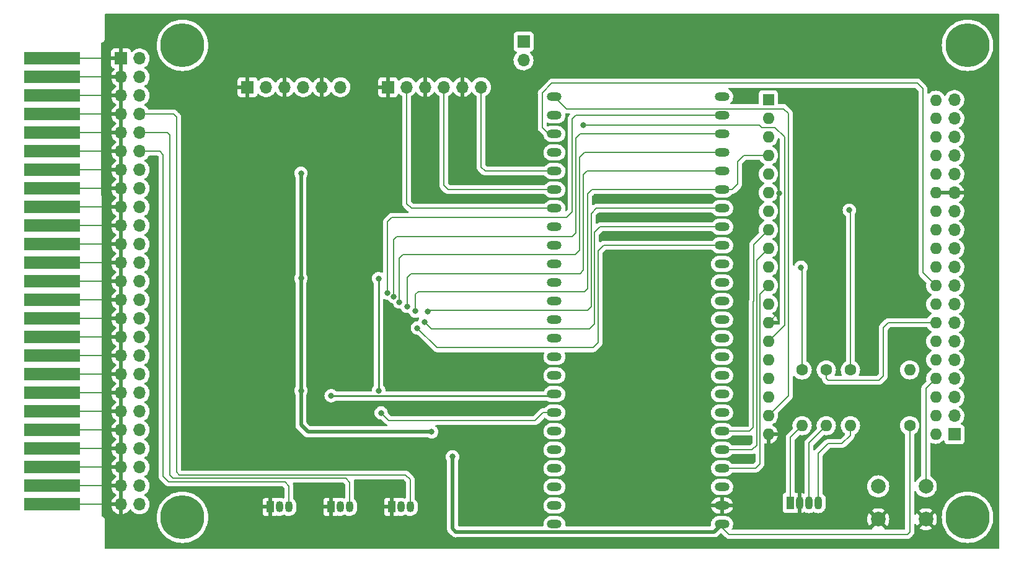
<source format=gbr>
%TF.GenerationSoftware,KiCad,Pcbnew,(6.0.6-0)*%
%TF.CreationDate,2022-07-26T13:54:30-07:00*%
%TF.ProjectId,TRS-IO-M3,5452532d-494f-42d4-9d33-2e6b69636164,rev?*%
%TF.SameCoordinates,Original*%
%TF.FileFunction,Copper,L2,Bot*%
%TF.FilePolarity,Positive*%
%FSLAX46Y46*%
G04 Gerber Fmt 4.6, Leading zero omitted, Abs format (unit mm)*
G04 Created by KiCad (PCBNEW (6.0.6-0)) date 2022-07-26 13:54:30*
%MOMM*%
%LPD*%
G01*
G04 APERTURE LIST*
%TA.AperFunction,ComponentPad*%
%ADD10C,6.000000*%
%TD*%
%TA.AperFunction,ComponentPad*%
%ADD11C,0.800000*%
%TD*%
%TA.AperFunction,ComponentPad*%
%ADD12C,1.600000*%
%TD*%
%TA.AperFunction,ComponentPad*%
%ADD13O,1.600000X1.600000*%
%TD*%
%TA.AperFunction,ComponentPad*%
%ADD14R,1.700000X1.700000*%
%TD*%
%TA.AperFunction,ComponentPad*%
%ADD15O,1.700000X1.700000*%
%TD*%
%TA.AperFunction,ComponentPad*%
%ADD16O,2.000000X1.200000*%
%TD*%
%TA.AperFunction,ComponentPad*%
%ADD17R,1.050000X1.500000*%
%TD*%
%TA.AperFunction,ComponentPad*%
%ADD18O,1.050000X1.500000*%
%TD*%
%TA.AperFunction,ComponentPad*%
%ADD19R,1.600000X1.600000*%
%TD*%
%TA.AperFunction,ConnectorPad*%
%ADD20R,7.620000X1.778000*%
%TD*%
%TA.AperFunction,ComponentPad*%
%ADD21R,1.070000X1.800000*%
%TD*%
%TA.AperFunction,ComponentPad*%
%ADD22O,1.070000X1.800000*%
%TD*%
%TA.AperFunction,ComponentPad*%
%ADD23C,2.000000*%
%TD*%
%TA.AperFunction,ViaPad*%
%ADD24C,0.800000*%
%TD*%
%TA.AperFunction,Conductor*%
%ADD25C,0.200000*%
%TD*%
%TA.AperFunction,Conductor*%
%ADD26C,0.500380*%
%TD*%
%TA.AperFunction,Conductor*%
%ADD27C,0.250000*%
%TD*%
G04 APERTURE END LIST*
D10*
%TO.P,H1,1*%
%TO.N,N/C*%
X124714000Y-60960000D03*
D11*
X126304990Y-62550990D03*
X123123010Y-59369010D03*
X126964000Y-60960000D03*
X124714000Y-58710000D03*
X122464000Y-60960000D03*
X124714000Y-63210000D03*
X126304990Y-59369010D03*
X123123010Y-62550990D03*
%TD*%
%TO.P,H2,1*%
%TO.N,N/C*%
X233540990Y-62550990D03*
X234200000Y-60960000D03*
D10*
X231950000Y-60960000D03*
D11*
X229700000Y-60960000D03*
X230359010Y-62550990D03*
X230359010Y-59369010D03*
X233540990Y-59369010D03*
X231950000Y-63210000D03*
X231950000Y-58710000D03*
%TD*%
%TO.P,H3,1*%
%TO.N,N/C*%
X126964000Y-125476000D03*
X124714000Y-127726000D03*
X126304990Y-123885010D03*
X123123010Y-127066990D03*
D10*
X124714000Y-125476000D03*
D11*
X122464000Y-125476000D03*
X124714000Y-123226000D03*
X126304990Y-127066990D03*
X123123010Y-123885010D03*
%TD*%
%TO.P,H4,1*%
%TO.N,N/C*%
X233540990Y-123885010D03*
X229700000Y-125476000D03*
X233540990Y-127066990D03*
X231950000Y-127726000D03*
X230359010Y-123885010D03*
X234200000Y-125476000D03*
X231950000Y-123226000D03*
X230359010Y-127066990D03*
D10*
X231950000Y-125476000D03*
%TD*%
D12*
%TO.P,R1,1*%
%TO.N,LED_RED*%
X209350000Y-105323000D03*
D13*
%TO.P,R1,2*%
%TO.N,Net-(D1-Pad1)*%
X209350000Y-112943000D03*
%TD*%
D12*
%TO.P,R2,1*%
%TO.N,LED_GREEN*%
X215954000Y-105323000D03*
D13*
%TO.P,R2,2*%
%TO.N,Net-(D1-Pad4)*%
X215954000Y-112943000D03*
%TD*%
D14*
%TO.P,J5,1,Pin_1*%
%TO.N,GND*%
X133600000Y-66675000D03*
D15*
%TO.P,J5,2,Pin_2*%
%TO.N,VIDEO*%
X136140000Y-66675000D03*
%TO.P,J5,3,Pin_3*%
%TO.N,GND*%
X138680000Y-66675000D03*
%TO.P,J5,4,Pin_4*%
%TO.N,VSYNC*%
X141220000Y-66675000D03*
%TO.P,J5,5,Pin_5*%
%TO.N,GND*%
X143760000Y-66675000D03*
%TO.P,J5,6,Pin_6*%
%TO.N,HSYNC*%
X146300000Y-66675000D03*
%TD*%
D16*
%TO.P,U5,1,Pad_38*%
%TO.N,CS_SD_CARD*%
X175520000Y-67985000D03*
%TO.P,U5,2,Pad_37*%
%TO.N,MOSI*%
X175520000Y-70525000D03*
%TO.P,U5,3,Pad_36*%
%TO.N,SCK*%
X175520000Y-73065000D03*
%TO.P,U5,4,Pad_39*%
%TO.N,MISO*%
X175520000Y-75605000D03*
%TO.P,U5,5,Pad_25*%
%TO.N,HSYNC_O*%
X175520000Y-78145000D03*
%TO.P,U5,6,Pad_26*%
%TO.N,VSYNC_O*%
X175520000Y-80685000D03*
%TO.P,U5,7,Pad_27*%
%TO.N,VIDEO_O*%
X175520000Y-83225000D03*
%TO.P,U5,8,Pad_28*%
%TO.N,HSYNCX*%
X175520000Y-85765000D03*
%TO.P,U5,9,Pad_29*%
%TO.N,VSYNCX*%
X175520000Y-88305000D03*
%TO.P,U5,10,Pad_30*%
%TO.N,VIDEOX*%
X175520000Y-90845000D03*
%TO.P,U5,11,Pad_33*%
%TO.N,_IORQX*%
X175520000Y-93385000D03*
%TO.P,U5,12,Pad_34*%
%TO.N,_M1X*%
X175520000Y-95925000D03*
%TO.P,U5,13,Pad_40*%
%TO.N,_RESETX*%
X175520000Y-98465000D03*
%TO.P,U5,14,Pad_35*%
%TO.N,_OUTX*%
X175520000Y-101005000D03*
%TO.P,U5,15,Pad_41*%
%TO.N,_INX*%
X175520000Y-103545000D03*
%TO.P,U5,16,Pad_42*%
%TO.N,ABUS_SEL_N*%
X175520000Y-106085000D03*
%TO.P,U5,17,Pad_51*%
%TO.N,READ_N*%
X175520000Y-108625000D03*
%TO.P,U5,18,Pad_53*%
%TO.N,DBUS_SEL_N*%
X175520000Y-111165000D03*
%TO.P,U5,19,Pad_54*%
%TO.N,INT*%
X175520000Y-113705000D03*
%TO.P,U5,20,Pad_55*%
%TO.N,WAIT*%
X175520000Y-116245000D03*
%TO.P,U5,21,Pad_56*%
%TO.N,EXTIOSEL*%
X175520000Y-118785000D03*
%TO.P,U5,22,Pad_57*%
%TO.N,unconnected-(U5-Pad22)*%
X175520000Y-121325000D03*
%TO.P,U5,23,Pad_68*%
%TO.N,unconnected-(U5-Pad23)*%
X175520000Y-123865000D03*
%TO.P,U5,24,Pad_69*%
%TO.N,unconnected-(U5-Pad24)*%
X175520000Y-126405000D03*
%TO.P,U5,25,3V3*%
%TO.N,+3V3*%
X198420000Y-126405000D03*
%TO.P,U5,26,GND*%
%TO.N,GND*%
X198420000Y-123865000D03*
%TO.P,U5,27,Pad_32*%
%TO.N,CS_FPGA*%
X198420000Y-121325000D03*
%TO.P,U5,28,Pad_31*%
%TO.N,ESP_S2*%
X198420000Y-118785000D03*
%TO.P,U5,29,Pad_49*%
%TO.N,ESP_S1*%
X198420000Y-116245000D03*
%TO.P,U5,30,Pad_48*%
%TO.N,ESP_S0*%
X198420000Y-113705000D03*
%TO.P,U5,31,5V*%
%TO.N,VU*%
X198420000Y-111165000D03*
%TO.P,U5,32,Pad_70*%
%TO.N,unconnected-(U5-Pad32)*%
X198420000Y-108625000D03*
%TO.P,U5,33,Pad_71*%
%TO.N,unconnected-(U5-Pad33)*%
X198420000Y-106085000D03*
%TO.P,U5,34,Pad_72*%
%TO.N,unconnected-(U5-Pad34)*%
X198420000Y-103545000D03*
%TO.P,U5,35,Pad_73*%
%TO.N,unconnected-(U5-Pad35)*%
X198420000Y-101005000D03*
%TO.P,U5,36,Pad_74*%
%TO.N,unconnected-(U5-Pad36)*%
X198420000Y-98465000D03*
%TO.P,U5,37,Pad_75*%
%TO.N,unconnected-(U5-Pad37)*%
X198420000Y-95925000D03*
%TO.P,U5,38,Pad_76*%
%TO.N,REQ*%
X198420000Y-93385000D03*
%TO.P,U5,39,Pad_77*%
%TO.N,DONE*%
X198420000Y-90845000D03*
%TO.P,U5,40,Pad_79*%
%TO.N,A0D7*%
X198420000Y-88305000D03*
%TO.P,U5,41,Pad_80*%
%TO.N,A1D6*%
X198420000Y-85765000D03*
%TO.P,U5,42,Pad_81*%
%TO.N,A2D5*%
X198420000Y-83225000D03*
%TO.P,U5,43,Pad_82*%
%TO.N,A3D4*%
X198420000Y-80685000D03*
%TO.P,U5,44,Pad_83*%
%TO.N,A4D3*%
X198420000Y-78145000D03*
%TO.P,U5,45,Pad_84*%
%TO.N,A5D2*%
X198420000Y-75605000D03*
%TO.P,U5,46,Pad_85*%
%TO.N,A6D1*%
X198420000Y-73065000D03*
%TO.P,U5,47,Pad_86*%
%TO.N,A7D0*%
X198420000Y-70525000D03*
%TO.P,U5,48,Pad_63*%
%TO.N,unconnected-(U5-Pad48)*%
X198420000Y-67985000D03*
%TD*%
D17*
%TO.P,Q2,1,S*%
%TO.N,GND*%
X144990000Y-124060000D03*
D18*
%TO.P,Q2,2,G*%
%TO.N,WAIT*%
X146260000Y-124060000D03*
%TO.P,Q2,3,D*%
%TO.N,_IOWAIT*%
X147530000Y-124060000D03*
%TD*%
D14*
%TO.P,J4,1,Pin_1*%
%TO.N,+5V*%
X171300000Y-60475000D03*
D15*
%TO.P,J4,2,Pin_2*%
%TO.N,VU*%
X171300000Y-63015000D03*
%TD*%
D19*
%TO.P,U6,1,GPIO6*%
%TO.N,unconnected-(U6-Pad1)*%
X204750000Y-68400000D03*
D13*
%TO.P,U6,2,GPIO7*%
%TO.N,unconnected-(U6-Pad2)*%
X204750000Y-70940000D03*
%TO.P,U6,3,GPIO8*%
%TO.N,unconnected-(U6-Pad3)*%
X204750000Y-73480000D03*
%TO.P,U6,4,GPIO15*%
%TO.N,A3D4*%
X204750000Y-76020000D03*
%TO.P,U6,5,GPIO2*%
%TO.N,unconnected-(U6-Pad5)*%
X204750000Y-78560000D03*
%TO.P,U6,6,GPIO0*%
%TO.N,unconnected-(U6-Pad6)*%
X204750000Y-81100000D03*
%TO.P,U6,7,GPIO4*%
%TO.N,LED_GREEN*%
X204750000Y-83640000D03*
%TO.P,U6,8,GPIO16*%
%TO.N,ESP_S0*%
X204750000Y-86180000D03*
%TO.P,U6,9,GPIO17*%
%TO.N,ESP_S1*%
X204750000Y-88720000D03*
%TO.P,U6,10,GPIO5*%
%TO.N,LED_RED*%
X204750000Y-91260000D03*
%TO.P,U6,11,GPIO18*%
%TO.N,ESP_S2*%
X204750000Y-93800000D03*
%TO.P,U6,12,GPIO19*%
%TO.N,unconnected-(U6-Pad12)*%
X204750000Y-96340000D03*
%TO.P,U6,13,GND*%
%TO.N,GND*%
X204750000Y-98880000D03*
%TO.P,U6,14,GPIO21*%
%TO.N,MOSI*%
X204750000Y-101420000D03*
%TO.P,U6,15,GPIO3*%
%TO.N,unconnected-(U6-Pad15)*%
X204750000Y-103960000D03*
%TO.P,U6,16,GPIO1*%
%TO.N,unconnected-(U6-Pad16)*%
X204750000Y-106500000D03*
%TO.P,U6,17,GPIO22*%
%TO.N,MISO*%
X204750000Y-109040000D03*
%TO.P,U6,18,GPIO23*%
%TO.N,CS_SD_CARD*%
X204750000Y-111580000D03*
%TO.P,U6,19,GND*%
%TO.N,GND*%
X204750000Y-114120000D03*
%TO.P,U6,20,3V3*%
%TO.N,unconnected-(U6-Pad20)*%
X227610000Y-114120000D03*
%TO.P,U6,21,RESET*%
%TO.N,unconnected-(U6-Pad21)*%
X227610000Y-111580000D03*
%TO.P,U6,22,GPIO36*%
%TO.N,unconnected-(U6-Pad22)*%
X227610000Y-109040000D03*
%TO.P,U6,23,GPIO39*%
%TO.N,BUTTON*%
X227610000Y-106500000D03*
%TO.P,U6,24,GPIO34*%
%TO.N,REQ*%
X227610000Y-103960000D03*
%TO.P,U6,25,GPIO35*%
%TO.N,unconnected-(U6-Pad25)*%
X227610000Y-101420000D03*
%TO.P,U6,26,GPIO32*%
%TO.N,LED_BLUE*%
X227610000Y-98880000D03*
%TO.P,U6,27,GPIO33*%
%TO.N,unconnected-(U6-Pad27)*%
X227610000Y-96340000D03*
%TO.P,U6,28,GPIO25*%
%TO.N,SCK*%
X227610000Y-93800000D03*
%TO.P,U6,29,GPIO26*%
%TO.N,CS_FPGA*%
X227610000Y-91260000D03*
%TO.P,U6,30,GPIO27*%
%TO.N,DONE*%
X227610000Y-88720000D03*
%TO.P,U6,31,GPIO14*%
%TO.N,A2D5*%
X227610000Y-86180000D03*
%TO.P,U6,32,GPIO12*%
%TO.N,A0D7*%
X227610000Y-83640000D03*
%TO.P,U6,33,GND*%
%TO.N,GND*%
X227610000Y-81100000D03*
%TO.P,U6,34,GPIO13*%
%TO.N,A1D6*%
X227610000Y-78560000D03*
%TO.P,U6,35,GPIO9*%
%TO.N,unconnected-(U6-Pad35)*%
X227610000Y-76020000D03*
%TO.P,U6,36,GPIO10*%
%TO.N,unconnected-(U6-Pad36)*%
X227610000Y-73480000D03*
%TO.P,U6,37,GPIO11*%
%TO.N,unconnected-(U6-Pad37)*%
X227610000Y-70940000D03*
%TO.P,U6,38,5V*%
%TO.N,+5V*%
X227610000Y-68463500D03*
%TD*%
D12*
%TO.P,R4,1*%
%TO.N,+3V3*%
X224054000Y-112943000D03*
D13*
%TO.P,R4,2*%
%TO.N,BUTTON*%
X224054000Y-105323000D03*
%TD*%
D20*
%TO.P,J1,2,Pin_2*%
%TO.N,GND*%
X106934000Y-123698000D03*
%TO.P,J1,4,Pin_4*%
X106934000Y-121158000D03*
%TO.P,J1,6,Pin_6*%
X106934000Y-118618000D03*
%TO.P,J1,8,Pin_8*%
X106934000Y-116078000D03*
%TO.P,J1,10,Pin_10*%
X106934000Y-113538000D03*
%TO.P,J1,12,Pin_12*%
X106934000Y-110998000D03*
%TO.P,J1,14,Pin_14*%
X106934000Y-108458000D03*
%TO.P,J1,16,Pin_16*%
X106934000Y-105918000D03*
%TO.P,J1,18,Pin_18*%
X106934000Y-103378000D03*
%TO.P,J1,20,Pin_20*%
X106934000Y-100838000D03*
%TO.P,J1,22,Pin_22*%
X106934000Y-98298000D03*
%TO.P,J1,24,Pin_24*%
X106934000Y-95758000D03*
%TO.P,J1,26,Pin_26*%
X106934000Y-93218000D03*
%TO.P,J1,28,Pin_28*%
X106934000Y-90678000D03*
%TO.P,J1,30,Pin_30*%
X106934000Y-88138000D03*
%TO.P,J1,32,Pin_32*%
X106934000Y-85598000D03*
%TO.P,J1,34,Pin_34*%
X106934000Y-83058000D03*
%TO.P,J1,36,Pin_36*%
X106934000Y-80518000D03*
%TO.P,J1,38,Pin_38*%
X106934000Y-77978000D03*
%TO.P,J1,40,Pin_40*%
X106934000Y-75438000D03*
%TO.P,J1,42,Pin_42*%
X106934000Y-72898000D03*
%TO.P,J1,44,Pin_44*%
X106934000Y-70358000D03*
%TO.P,J1,46,Pin_46*%
X106934000Y-67818000D03*
%TO.P,J1,48,Pin_48*%
X106934000Y-65278000D03*
%TO.P,J1,50,Pin_50*%
X106934000Y-62738000D03*
%TD*%
D17*
%TO.P,Q1,1,S*%
%TO.N,GND*%
X136700000Y-124060000D03*
D18*
%TO.P,Q1,2,G*%
%TO.N,INT*%
X137970000Y-124060000D03*
%TO.P,Q1,3,D*%
%TO.N,_IOINT*%
X139240000Y-124060000D03*
%TD*%
D14*
%TO.P,J6,1,Pin_1*%
%TO.N,GND*%
X152800000Y-66675000D03*
D15*
%TO.P,J6,2,Pin_2*%
%TO.N,VIDEO_O*%
X155340000Y-66675000D03*
%TO.P,J6,3,Pin_3*%
%TO.N,GND*%
X157880000Y-66675000D03*
%TO.P,J6,4,Pin_4*%
%TO.N,VSYNC_O*%
X160420000Y-66675000D03*
%TO.P,J6,5,Pin_5*%
%TO.N,GND*%
X162960000Y-66675000D03*
%TO.P,J6,6,Pin_6*%
%TO.N,HSYNC_O*%
X165500000Y-66675000D03*
%TD*%
D12*
%TO.P,R3,1*%
%TO.N,LED_BLUE*%
X212652000Y-105323000D03*
D13*
%TO.P,R3,2*%
%TO.N,Net-(D1-Pad3)*%
X212652000Y-112943000D03*
%TD*%
D21*
%TO.P,D1,1,RA*%
%TO.N,Net-(D1-Pad1)*%
X207750000Y-123500000D03*
D22*
%TO.P,D1,2,K*%
%TO.N,GND*%
X209020000Y-123500000D03*
%TO.P,D1,3,BA*%
%TO.N,Net-(D1-Pad3)*%
X210290000Y-123500000D03*
%TO.P,D1,4,GA*%
%TO.N,Net-(D1-Pad4)*%
X211560000Y-123500000D03*
%TD*%
D15*
%TO.P,J2,1,Pin_1*%
%TO.N,D0*%
X118867000Y-123703000D03*
%TO.P,J2,2,Pin_2*%
%TO.N,GND*%
X116327000Y-123703000D03*
%TO.P,J2,3,Pin_3*%
%TO.N,D1*%
X118867000Y-121163000D03*
%TO.P,J2,4,Pin_4*%
%TO.N,GND*%
X116327000Y-121163000D03*
%TO.P,J2,5,Pin_5*%
%TO.N,D2*%
X118867000Y-118623000D03*
%TO.P,J2,6,Pin_6*%
%TO.N,GND*%
X116327000Y-118623000D03*
%TO.P,J2,7,Pin_7*%
%TO.N,D3*%
X118867000Y-116083000D03*
%TO.P,J2,8,Pin_8*%
%TO.N,GND*%
X116327000Y-116083000D03*
%TO.P,J2,9,Pin_9*%
%TO.N,D4*%
X118867000Y-113543000D03*
%TO.P,J2,10,Pin_10*%
%TO.N,GND*%
X116327000Y-113543000D03*
%TO.P,J2,11,Pin_11*%
%TO.N,D5*%
X118867000Y-111003000D03*
%TO.P,J2,12,Pin_12*%
%TO.N,GND*%
X116327000Y-111003000D03*
%TO.P,J2,13,Pin_13*%
%TO.N,D6*%
X118867000Y-108463000D03*
%TO.P,J2,14,Pin_14*%
%TO.N,GND*%
X116327000Y-108463000D03*
%TO.P,J2,15,Pin_15*%
%TO.N,D7*%
X118867000Y-105923000D03*
%TO.P,J2,16,Pin_16*%
%TO.N,GND*%
X116327000Y-105923000D03*
%TO.P,J2,17,Pin_17*%
%TO.N,A0*%
X118867000Y-103383000D03*
%TO.P,J2,18,Pin_18*%
%TO.N,GND*%
X116327000Y-103383000D03*
%TO.P,J2,19,Pin_19*%
%TO.N,A1*%
X118867000Y-100843000D03*
%TO.P,J2,20,Pin_20*%
%TO.N,GND*%
X116327000Y-100843000D03*
%TO.P,J2,21,Pin_21*%
%TO.N,A2*%
X118867000Y-98303000D03*
%TO.P,J2,22,Pin_22*%
%TO.N,GND*%
X116327000Y-98303000D03*
%TO.P,J2,23,Pin_23*%
%TO.N,A3*%
X118867000Y-95763000D03*
%TO.P,J2,24,Pin_24*%
%TO.N,GND*%
X116327000Y-95763000D03*
%TO.P,J2,25,Pin_25*%
%TO.N,A4*%
X118867000Y-93223000D03*
%TO.P,J2,26,Pin_26*%
%TO.N,GND*%
X116327000Y-93223000D03*
%TO.P,J2,27,Pin_27*%
%TO.N,A5*%
X118867000Y-90683000D03*
%TO.P,J2,28,Pin_28*%
%TO.N,GND*%
X116327000Y-90683000D03*
%TO.P,J2,29,Pin_29*%
%TO.N,A6*%
X118867000Y-88143000D03*
%TO.P,J2,30,Pin_30*%
%TO.N,GND*%
X116327000Y-88143000D03*
%TO.P,J2,31,Pin_31*%
%TO.N,A7*%
X118867000Y-85603000D03*
%TO.P,J2,32,Pin_32*%
%TO.N,GND*%
X116327000Y-85603000D03*
%TO.P,J2,33,Pin_33*%
%TO.N,_IN*%
X118867000Y-83063000D03*
%TO.P,J2,34,Pin_34*%
%TO.N,GND*%
X116327000Y-83063000D03*
%TO.P,J2,35,Pin_35*%
%TO.N,_OUT*%
X118867000Y-80523000D03*
%TO.P,J2,36,Pin_36*%
%TO.N,GND*%
X116327000Y-80523000D03*
%TO.P,J2,37,Pin_37*%
%TO.N,_RESET*%
X118867000Y-77983000D03*
%TO.P,J2,38,Pin_38*%
%TO.N,GND*%
X116327000Y-77983000D03*
%TO.P,J2,39,Pin_39*%
%TO.N,_IOINT*%
X118867000Y-75443000D03*
%TO.P,J2,40,Pin_40*%
%TO.N,GND*%
X116327000Y-75443000D03*
%TO.P,J2,41,Pin_41*%
%TO.N,_IOWAIT*%
X118867000Y-72903000D03*
%TO.P,J2,42,Pin_42*%
%TO.N,GND*%
X116327000Y-72903000D03*
%TO.P,J2,43,Pin_43*%
%TO.N,_EXTIOSEL*%
X118867000Y-70363000D03*
%TO.P,J2,44,Pin_44*%
%TO.N,GND*%
X116327000Y-70363000D03*
%TO.P,J2,45,Pin_45*%
%TO.N,NC*%
X118867000Y-67823000D03*
%TO.P,J2,46,Pin_46*%
%TO.N,GND*%
X116327000Y-67823000D03*
%TO.P,J2,47,Pin_47*%
%TO.N,_M1*%
X118867000Y-65283000D03*
%TO.P,J2,48,Pin_48*%
%TO.N,GND*%
X116327000Y-65283000D03*
%TO.P,J2,49,Pin_49*%
%TO.N,_IORQ*%
X118867000Y-62743000D03*
D14*
%TO.P,J2,50,Pin_50*%
%TO.N,GND*%
X116327000Y-62743000D03*
%TD*%
D23*
%TO.P,SW1,1,1*%
%TO.N,GND*%
X226250000Y-125750000D03*
X219750000Y-125750000D03*
%TO.P,SW1,2,2*%
%TO.N,BUTTON*%
X226250000Y-121250000D03*
X219750000Y-121250000D03*
%TD*%
D15*
%TO.P,J3,19,Pin_19*%
%TO.N,+5V*%
X230150000Y-68430000D03*
%TO.P,J3,18,Pin_18*%
%TO.N,unconnected-(J3-Pad18)*%
X230150000Y-70970000D03*
%TO.P,J3,17,Pin_17*%
%TO.N,unconnected-(J3-Pad17)*%
X230150000Y-73510000D03*
%TO.P,J3,16,Pin_16*%
%TO.N,unconnected-(J3-Pad16)*%
X230150000Y-76050000D03*
%TO.P,J3,15,Pin_15*%
%TO.N,A1D6*%
X230150000Y-78590000D03*
%TO.P,J3,14,Pin_14*%
%TO.N,GND*%
X230150000Y-81130000D03*
%TO.P,J3,13,Pin_13*%
%TO.N,A0D7*%
X230150000Y-83670000D03*
%TO.P,J3,12,Pin_12*%
%TO.N,A2D5*%
X230150000Y-86210000D03*
%TO.P,J3,11,Pin_11*%
%TO.N,DONE*%
X230150000Y-88750000D03*
%TO.P,J3,10,Pin_10*%
%TO.N,CS_FPGA*%
X230150000Y-91290000D03*
%TO.P,J3,9,Pin_9*%
%TO.N,SCK*%
X230150000Y-93830000D03*
%TO.P,J3,8,Pin_8*%
%TO.N,unconnected-(J3-Pad8)*%
X230150000Y-96370000D03*
%TO.P,J3,7,Pin_7*%
%TO.N,LED_BLUE*%
X230150000Y-98910000D03*
%TO.P,J3,6,Pin_6*%
%TO.N,unconnected-(J3-Pad6)*%
X230150000Y-101450000D03*
%TO.P,J3,5,Pin_5*%
%TO.N,REQ*%
X230150000Y-103990000D03*
%TO.P,J3,4,Pin_4*%
%TO.N,BUTTON*%
X230150000Y-106530000D03*
%TO.P,J3,3,Pin_3*%
%TO.N,unconnected-(J3-Pad3)*%
X230150000Y-109070000D03*
%TO.P,J3,2,Pin_2*%
%TO.N,unconnected-(J3-Pad2)*%
X230150000Y-111610000D03*
D14*
%TO.P,J3,1,Pin_1*%
%TO.N,unconnected-(J3-Pad1)*%
X230150000Y-114150000D03*
%TD*%
D17*
%TO.P,Q3,1,S*%
%TO.N,GND*%
X153280000Y-124060000D03*
D18*
%TO.P,Q3,2,G*%
%TO.N,EXTIOSEL*%
X154550000Y-124060000D03*
%TO.P,Q3,3,D*%
%TO.N,_EXTIOSEL*%
X155820000Y-124060000D03*
%TD*%
D24*
%TO.N,GND*%
X149550000Y-101950000D03*
X143850000Y-101950000D03*
X161550000Y-107200000D03*
X143750000Y-117150000D03*
X206250000Y-81200000D03*
%TO.N,LED_GREEN*%
X215800000Y-83500000D03*
%TO.N,LED_RED*%
X209200000Y-91300000D03*
%TO.N,MOSI*%
X179500000Y-71900000D03*
%TO.N,+3V3*%
X161600000Y-117200000D03*
%TO.N,A0D7*%
X156800000Y-99600000D03*
%TO.N,A1D6*%
X157800000Y-98800000D03*
%TO.N,A2D5*%
X158250000Y-97350000D03*
%TO.N,A3D4*%
X156550000Y-97300000D03*
%TO.N,A4D3*%
X155400000Y-96650000D03*
%TO.N,A5D2*%
X154350000Y-96050000D03*
%TO.N,A6D1*%
X153582448Y-95293852D03*
%TO.N,A7D0*%
X152700000Y-94824500D03*
%TO.N,READ_N*%
X145025500Y-108850000D03*
%TO.N,DBUS_SEL_N*%
X151850000Y-111200000D03*
%TO.N,+3V3*%
X140900000Y-78450000D03*
X140900000Y-92800000D03*
X140900000Y-108150000D03*
X158750000Y-113800000D03*
%TO.N,+1V8*%
X151500000Y-92850000D03*
X151525000Y-108175000D03*
%TD*%
D25*
%TO.N,DBUS_SEL_N*%
X175520000Y-111165000D02*
X173985000Y-111165000D01*
X173985000Y-111165000D02*
X172900000Y-112250000D01*
X172900000Y-112250000D02*
X152900000Y-112250000D01*
X152900000Y-112250000D02*
X151850000Y-111200000D01*
%TO.N,LED_BLUE*%
X212652000Y-105323000D02*
X212652000Y-106502000D01*
X212652000Y-106502000D02*
X212900000Y-106750000D01*
X212900000Y-106750000D02*
X219850000Y-106750000D01*
X221120000Y-98880000D02*
X227610000Y-98880000D01*
X220450000Y-106150000D02*
X220450000Y-99550000D01*
X219850000Y-106750000D02*
X220450000Y-106150000D01*
X220450000Y-99550000D02*
X221120000Y-98880000D01*
%TO.N,A3D4*%
X198420000Y-80685000D02*
X199815000Y-80685000D01*
X200550000Y-79950000D02*
X200550000Y-76850000D01*
X199815000Y-80685000D02*
X200550000Y-79950000D01*
X200550000Y-76850000D02*
X201380000Y-76020000D01*
X201380000Y-76020000D02*
X204750000Y-76020000D01*
%TO.N,GND*%
X206250000Y-97380000D02*
X206250000Y-81200000D01*
X204750000Y-98880000D02*
X206250000Y-97380000D01*
%TO.N,MOSI*%
X179500000Y-71900000D02*
X203532109Y-71900000D01*
X203532109Y-71900000D02*
X203842109Y-72210000D01*
X205660000Y-72210000D02*
X206950000Y-73500000D01*
X206950000Y-73500000D02*
X206950000Y-99220000D01*
X203842109Y-72210000D02*
X205660000Y-72210000D01*
X206950000Y-99220000D02*
X204750000Y-101420000D01*
%TO.N,+3V3*%
X224054000Y-112943000D02*
X224054000Y-127496000D01*
X199350000Y-127800000D02*
X198420000Y-126870000D01*
X223750000Y-127800000D02*
X199350000Y-127800000D01*
X224054000Y-127496000D02*
X223750000Y-127800000D01*
X198420000Y-126870000D02*
X198420000Y-126405000D01*
%TO.N,BUTTON*%
X226250000Y-121250000D02*
X226250000Y-107860000D01*
X226250000Y-107860000D02*
X227610000Y-106500000D01*
%TO.N,Net-(D1-Pad4)*%
X212900000Y-115400000D02*
X214800000Y-115400000D01*
X211560000Y-123500000D02*
X211560000Y-116740000D01*
X211560000Y-116740000D02*
X212900000Y-115400000D01*
X214800000Y-115400000D02*
X215954000Y-114246000D01*
X215954000Y-114246000D02*
X215954000Y-112943000D01*
%TO.N,Net-(D1-Pad3)*%
X210290000Y-123500000D02*
X210290000Y-115305000D01*
X210290000Y-115305000D02*
X212652000Y-112943000D01*
%TO.N,Net-(D1-Pad1)*%
X207750000Y-123500000D02*
X207750000Y-114543000D01*
X207750000Y-114543000D02*
X209350000Y-112943000D01*
%TO.N,LED_GREEN*%
X215800000Y-83500000D02*
X215954000Y-83654000D01*
X215954000Y-83654000D02*
X215954000Y-105323000D01*
%TO.N,LED_RED*%
X209200000Y-91300000D02*
X209350000Y-91450000D01*
X209350000Y-91450000D02*
X209350000Y-105323000D01*
%TO.N,SCK*%
X174715000Y-73065000D02*
X173850000Y-72200000D01*
X173850000Y-67477109D02*
X175177109Y-66150000D01*
X175177109Y-66150000D02*
X225100000Y-66150000D01*
X225850000Y-92040000D02*
X227610000Y-93800000D01*
X225100000Y-66150000D02*
X225850000Y-66900000D01*
X173850000Y-72200000D02*
X173850000Y-67477109D01*
X225850000Y-66900000D02*
X225850000Y-92040000D01*
X175520000Y-73065000D02*
X174715000Y-73065000D01*
%TO.N,CS_SD_CARD*%
X175520000Y-67985000D02*
X177160000Y-69625000D01*
X207500000Y-70300000D02*
X207500000Y-108830000D01*
X177160000Y-69625000D02*
X206825000Y-69625000D01*
X206825000Y-69625000D02*
X207500000Y-70300000D01*
X207500000Y-108830000D02*
X204750000Y-111580000D01*
%TO.N,ESP_S0*%
X202700000Y-113200000D02*
X202700000Y-95992208D01*
X198420000Y-113705000D02*
X202195000Y-113705000D01*
X202195000Y-113705000D02*
X202700000Y-113200000D01*
X202750000Y-88180000D02*
X204750000Y-86180000D01*
X202700000Y-95992208D02*
X202750000Y-95942208D01*
X202750000Y-95942208D02*
X202750000Y-88180000D01*
%TO.N,ESP_S1*%
X202505000Y-116245000D02*
X203150000Y-115600000D01*
X203150000Y-115600000D02*
X203150000Y-90320000D01*
X198420000Y-116245000D02*
X202505000Y-116245000D01*
X203150000Y-90320000D02*
X204750000Y-88720000D01*
%TO.N,ESP_S2*%
X202965000Y-118785000D02*
X203600000Y-118150000D01*
X198420000Y-118785000D02*
X202965000Y-118785000D01*
X203600000Y-118150000D02*
X203600000Y-94950000D01*
X203600000Y-94950000D02*
X204750000Y-93800000D01*
D26*
%TO.N,+3V3*%
X161600000Y-117200000D02*
X161600000Y-127000000D01*
X162055190Y-127455190D02*
X197369810Y-127455190D01*
X197369810Y-127455190D02*
X198420000Y-126405000D01*
X161600000Y-127000000D02*
X162055190Y-127455190D01*
D25*
%TO.N,A0D7*%
X182232500Y-88305000D02*
X181500000Y-89037500D01*
X181500000Y-101600000D02*
X180800000Y-102300000D01*
X198420000Y-88305000D02*
X182232500Y-88305000D01*
X181500000Y-89037500D02*
X181500000Y-101600000D01*
X180800000Y-102300000D02*
X159500000Y-102300000D01*
X159500000Y-102300000D02*
X156800000Y-99600000D01*
%TO.N,A2D5*%
X180550000Y-83950000D02*
X180550000Y-96700000D01*
X181275000Y-83225000D02*
X180550000Y-83950000D01*
X198420000Y-83225000D02*
X181275000Y-83225000D01*
X180050000Y-97200000D02*
X158400000Y-97200000D01*
X180550000Y-96700000D02*
X180050000Y-97200000D01*
X158400000Y-97200000D02*
X158250000Y-97350000D01*
%TO.N,A3D4*%
X180665000Y-80685000D02*
X180050000Y-81300000D01*
X179650000Y-94650000D02*
X156900000Y-94650000D01*
X198420000Y-80685000D02*
X180665000Y-80685000D01*
X180050000Y-81300000D02*
X180050000Y-94250000D01*
X180050000Y-94250000D02*
X179650000Y-94650000D01*
X156900000Y-94650000D02*
X156550000Y-95000000D01*
X156550000Y-95000000D02*
X156550000Y-97300000D01*
%TO.N,A5D2*%
X179645000Y-75605000D02*
X178950000Y-76300000D01*
X178950000Y-76300000D02*
X178950000Y-88950000D01*
X198420000Y-75605000D02*
X179645000Y-75605000D01*
X178950000Y-88950000D02*
X178350000Y-89550000D01*
X178350000Y-89550000D02*
X154850000Y-89550000D01*
X154850000Y-89550000D02*
X154350000Y-90050000D01*
X154350000Y-90050000D02*
X154350000Y-96050000D01*
%TO.N,A4D3*%
X198420000Y-78145000D02*
X179955000Y-78145000D01*
X179955000Y-78145000D02*
X179500000Y-78600000D01*
X179500000Y-78600000D02*
X179500000Y-91700000D01*
X179500000Y-91700000D02*
X179050000Y-92150000D01*
X179050000Y-92150000D02*
X155950000Y-92150000D01*
X155950000Y-92150000D02*
X155400000Y-92700000D01*
X155400000Y-92700000D02*
X155400000Y-96650000D01*
%TO.N,A7D0*%
X178425000Y-70525000D02*
X177950000Y-71000000D01*
X152700000Y-85100000D02*
X152700000Y-94824500D01*
X177950000Y-71000000D02*
X177950000Y-83700000D01*
X198420000Y-70525000D02*
X178425000Y-70525000D01*
X177950000Y-83700000D02*
X177150000Y-84500000D01*
X177150000Y-84500000D02*
X153300000Y-84500000D01*
X153300000Y-84500000D02*
X152700000Y-85100000D01*
%TO.N,A6D1*%
X198420000Y-73065000D02*
X179035000Y-73065000D01*
X178450000Y-86600000D02*
X177900000Y-87150000D01*
X177900000Y-87150000D02*
X154000000Y-87150000D01*
X179035000Y-73065000D02*
X178450000Y-73650000D01*
X153582448Y-87567552D02*
X153582448Y-95293852D01*
X178450000Y-73650000D02*
X178450000Y-86600000D01*
X154000000Y-87150000D02*
X153582448Y-87567552D01*
%TO.N,A1D6*%
X198420000Y-85765000D02*
X181785000Y-85765000D01*
X181785000Y-85765000D02*
X181000000Y-86550000D01*
X180300000Y-99750000D02*
X158750000Y-99750000D01*
X181000000Y-86550000D02*
X181000000Y-99050000D01*
X181000000Y-99050000D02*
X180300000Y-99750000D01*
X158750000Y-99750000D02*
X157800000Y-98800000D01*
D27*
%TO.N,READ_N*%
X145075500Y-108900000D02*
X145025500Y-108850000D01*
X175245000Y-108900000D02*
X145075500Y-108900000D01*
X175520000Y-108625000D02*
X175245000Y-108900000D01*
D25*
%TO.N,GND*%
X116322000Y-88138000D02*
X116327000Y-88143000D01*
X106934000Y-77978000D02*
X116322000Y-77978000D01*
X106934000Y-93218000D02*
X116322000Y-93218000D01*
X106934000Y-80518000D02*
X116322000Y-80518000D01*
X116322000Y-98298000D02*
X116327000Y-98303000D01*
X106934000Y-95758000D02*
X116322000Y-95758000D01*
X106934000Y-113538000D02*
X116322000Y-113538000D01*
X116322000Y-123698000D02*
X116327000Y-123703000D01*
X116322000Y-108458000D02*
X116327000Y-108463000D01*
X106934000Y-65278000D02*
X116322000Y-65278000D01*
X106934000Y-72898000D02*
X116322000Y-72898000D01*
X116322000Y-105918000D02*
X116327000Y-105923000D01*
X106934000Y-98298000D02*
X116322000Y-98298000D01*
X106934000Y-62738000D02*
X116322000Y-62738000D01*
X106934000Y-83058000D02*
X116322000Y-83058000D01*
X106934000Y-75438000D02*
X116322000Y-75438000D01*
X106934000Y-67818000D02*
X116322000Y-67818000D01*
X116322000Y-85598000D02*
X116327000Y-85603000D01*
X116322000Y-118618000D02*
X116327000Y-118623000D01*
X116322000Y-67818000D02*
X116327000Y-67823000D01*
X116322000Y-72898000D02*
X116327000Y-72903000D01*
X106934000Y-108458000D02*
X116322000Y-108458000D01*
X116322000Y-80518000D02*
X116327000Y-80523000D01*
X106934000Y-103378000D02*
X116322000Y-103378000D01*
X116322000Y-83058000D02*
X116327000Y-83063000D01*
X106934000Y-88138000D02*
X116322000Y-88138000D01*
X106934000Y-118618000D02*
X116322000Y-118618000D01*
X116322000Y-121158000D02*
X116327000Y-121163000D01*
X116322000Y-110998000D02*
X116327000Y-111003000D01*
X106934000Y-105918000D02*
X116322000Y-105918000D01*
X116322000Y-65278000D02*
X116327000Y-65283000D01*
X116322000Y-113538000D02*
X116327000Y-113543000D01*
X106934000Y-123698000D02*
X116322000Y-123698000D01*
X116322000Y-116078000D02*
X116327000Y-116083000D01*
X116322000Y-75438000D02*
X116327000Y-75443000D01*
X116322000Y-103378000D02*
X116327000Y-103383000D01*
X106934000Y-100838000D02*
X116322000Y-100838000D01*
X116322000Y-100838000D02*
X116327000Y-100843000D01*
X106934000Y-85598000D02*
X116322000Y-85598000D01*
X116322000Y-90678000D02*
X116327000Y-90683000D01*
X106934000Y-116078000D02*
X116322000Y-116078000D01*
X116322000Y-93218000D02*
X116327000Y-93223000D01*
X116322000Y-70358000D02*
X116327000Y-70363000D01*
X106934000Y-90678000D02*
X116322000Y-90678000D01*
X116322000Y-62738000D02*
X116327000Y-62743000D01*
X116322000Y-95758000D02*
X116327000Y-95763000D01*
X116322000Y-77978000D02*
X116327000Y-77983000D01*
X106934000Y-70358000D02*
X116322000Y-70358000D01*
X106934000Y-110998000D02*
X116322000Y-110998000D01*
X106934000Y-121158000D02*
X116322000Y-121158000D01*
D26*
%TO.N,+3V3*%
X140900000Y-112850000D02*
X140900000Y-108150000D01*
X141850000Y-113800000D02*
X140900000Y-112850000D01*
X158750000Y-113800000D02*
X141850000Y-113800000D01*
X140900000Y-92800000D02*
X140900000Y-78450000D01*
X140900000Y-108150000D02*
X140900000Y-92800000D01*
D25*
%TO.N,VIDEO_O*%
X155975000Y-83225000D02*
X175520000Y-83225000D01*
X155340000Y-66675000D02*
X155340000Y-82590000D01*
X155340000Y-82590000D02*
X155975000Y-83225000D01*
%TO.N,_IOINT*%
X122100000Y-119900000D02*
X122850000Y-120650000D01*
X118867000Y-75443000D02*
X121643000Y-75443000D01*
X139240000Y-121190000D02*
X139240000Y-124060000D01*
X122100000Y-75900000D02*
X122100000Y-119900000D01*
X121643000Y-75443000D02*
X122100000Y-75900000D01*
X122850000Y-120650000D02*
X138700000Y-120650000D01*
X138700000Y-120650000D02*
X139240000Y-121190000D01*
%TO.N,_IOWAIT*%
X147530000Y-120680000D02*
X147530000Y-124060000D01*
X118867000Y-72903000D02*
X122653000Y-72903000D01*
X123400000Y-120150000D02*
X147000000Y-120150000D01*
X147000000Y-120150000D02*
X147530000Y-120680000D01*
X122653000Y-72903000D02*
X122950000Y-73200000D01*
X122950000Y-119700000D02*
X123400000Y-120150000D01*
X122950000Y-73200000D02*
X122950000Y-119700000D01*
%TO.N,_EXTIOSEL*%
X155820000Y-120320000D02*
X155820000Y-124060000D01*
X118867000Y-70363000D02*
X123513000Y-70363000D01*
X123513000Y-70363000D02*
X123900000Y-70750000D01*
X123900000Y-119300000D02*
X124300000Y-119700000D01*
X124300000Y-119700000D02*
X155200000Y-119700000D01*
X123900000Y-70750000D02*
X123900000Y-119300000D01*
X155200000Y-119700000D02*
X155820000Y-120320000D01*
D27*
%TO.N,+1V8*%
X151500000Y-108150000D02*
X151500000Y-92850000D01*
D25*
%TO.N,VSYNC_O*%
X160420000Y-66675000D02*
X160420000Y-80120000D01*
X160985000Y-80685000D02*
X175520000Y-80685000D01*
X160420000Y-80120000D02*
X160985000Y-80685000D01*
%TO.N,HSYNC_O*%
X165500000Y-77600000D02*
X166045000Y-78145000D01*
X166045000Y-78145000D02*
X175520000Y-78145000D01*
X165500000Y-66675000D02*
X165500000Y-77600000D01*
%TD*%
%TA.AperFunction,Conductor*%
%TO.N,GND*%
G36*
X236209621Y-56662502D02*
G01*
X236256114Y-56716158D01*
X236267500Y-56768500D01*
X236267500Y-129667500D01*
X236247498Y-129735621D01*
X236193842Y-129782114D01*
X236141500Y-129793500D01*
X114223300Y-129793500D01*
X114155179Y-129773498D01*
X114108686Y-129719842D01*
X114097300Y-129667500D01*
X114097300Y-125865623D01*
X114097302Y-125864853D01*
X114097721Y-125796254D01*
X114097776Y-125787279D01*
X114089650Y-125758847D01*
X114086072Y-125742085D01*
X114083152Y-125721698D01*
X114081880Y-125712813D01*
X114071251Y-125689436D01*
X114064804Y-125671913D01*
X114060216Y-125655862D01*
X114057749Y-125647229D01*
X114052956Y-125639632D01*
X114041970Y-125622220D01*
X114033830Y-125607135D01*
X114028266Y-125594898D01*
X114021592Y-125580218D01*
X114004830Y-125560765D01*
X113993727Y-125545761D01*
X113980024Y-125524042D01*
X113973299Y-125518103D01*
X113973296Y-125518099D01*
X113957862Y-125504468D01*
X113945818Y-125492276D01*
X113932373Y-125476673D01*
X113932370Y-125476671D01*
X113931792Y-125476000D01*
X121200685Y-125476000D01*
X121219931Y-125843241D01*
X121220444Y-125846481D01*
X121220445Y-125846489D01*
X121243404Y-125991446D01*
X121277459Y-126206459D01*
X121372639Y-126561674D01*
X121373824Y-126564762D01*
X121373825Y-126564764D01*
X121415908Y-126674393D01*
X121504427Y-126904994D01*
X121505925Y-126907934D01*
X121649535Y-127189783D01*
X121671380Y-127232657D01*
X121673176Y-127235423D01*
X121673178Y-127235426D01*
X121805716Y-127439518D01*
X121871668Y-127541075D01*
X122103098Y-127826867D01*
X122363133Y-128086902D01*
X122648925Y-128318332D01*
X122957342Y-128518620D01*
X122960276Y-128520115D01*
X122960283Y-128520119D01*
X123282066Y-128684075D01*
X123285006Y-128685573D01*
X123628326Y-128817361D01*
X123983541Y-128912541D01*
X124176558Y-128943112D01*
X124343511Y-128969555D01*
X124343519Y-128969556D01*
X124346759Y-128970069D01*
X124714000Y-128989315D01*
X125081241Y-128970069D01*
X125084481Y-128969556D01*
X125084489Y-128969555D01*
X125251442Y-128943112D01*
X125444459Y-128912541D01*
X125799674Y-128817361D01*
X126142994Y-128685573D01*
X126145934Y-128684075D01*
X126467717Y-128520119D01*
X126467724Y-128520115D01*
X126470658Y-128518620D01*
X126779075Y-128318332D01*
X127064867Y-128086902D01*
X127324902Y-127826867D01*
X127556332Y-127541075D01*
X127622284Y-127439518D01*
X127754822Y-127235426D01*
X127754824Y-127235423D01*
X127756620Y-127232657D01*
X127778466Y-127189783D01*
X127922075Y-126907934D01*
X127923573Y-126904994D01*
X128012092Y-126674393D01*
X128054175Y-126564764D01*
X128054176Y-126564762D01*
X128055361Y-126561674D01*
X128150541Y-126206459D01*
X128184596Y-125991446D01*
X128207555Y-125846489D01*
X128207556Y-125846481D01*
X128208069Y-125843241D01*
X128227315Y-125476000D01*
X128208069Y-125108759D01*
X128201448Y-125066952D01*
X128170711Y-124872892D01*
X128167825Y-124854669D01*
X135667001Y-124854669D01*
X135667371Y-124861490D01*
X135672895Y-124912352D01*
X135676521Y-124927604D01*
X135721676Y-125048054D01*
X135730214Y-125063649D01*
X135806715Y-125165724D01*
X135819276Y-125178285D01*
X135921351Y-125254786D01*
X135936946Y-125263324D01*
X136057394Y-125308478D01*
X136072649Y-125312105D01*
X136123514Y-125317631D01*
X136130328Y-125318000D01*
X136427885Y-125318000D01*
X136443124Y-125313525D01*
X136444329Y-125312135D01*
X136446000Y-125304452D01*
X136446000Y-124332115D01*
X136441525Y-124316876D01*
X136440135Y-124315671D01*
X136432452Y-124314000D01*
X135685116Y-124314000D01*
X135669877Y-124318475D01*
X135668672Y-124319865D01*
X135667001Y-124327548D01*
X135667001Y-124854669D01*
X128167825Y-124854669D01*
X128150541Y-124745541D01*
X128055361Y-124390326D01*
X128033641Y-124333742D01*
X127982247Y-124199857D01*
X127923573Y-124047006D01*
X127858636Y-123919560D01*
X127791544Y-123787885D01*
X135667000Y-123787885D01*
X135671475Y-123803124D01*
X135672865Y-123804329D01*
X135680548Y-123806000D01*
X136427885Y-123806000D01*
X136443124Y-123801525D01*
X136444329Y-123800135D01*
X136446000Y-123792452D01*
X136446000Y-122820116D01*
X136441525Y-122804877D01*
X136440135Y-122803672D01*
X136432452Y-122802001D01*
X136130331Y-122802001D01*
X136123510Y-122802371D01*
X136072648Y-122807895D01*
X136057396Y-122811521D01*
X135936946Y-122856676D01*
X135921351Y-122865214D01*
X135819276Y-122941715D01*
X135806715Y-122954276D01*
X135730214Y-123056351D01*
X135721676Y-123071946D01*
X135676522Y-123192394D01*
X135672895Y-123207649D01*
X135667369Y-123258514D01*
X135667000Y-123265328D01*
X135667000Y-123787885D01*
X127791544Y-123787885D01*
X127758119Y-123722284D01*
X127758115Y-123722277D01*
X127756620Y-123719343D01*
X127753210Y-123714091D01*
X127558134Y-123413700D01*
X127556332Y-123410925D01*
X127324902Y-123125133D01*
X127064867Y-122865098D01*
X126779075Y-122633668D01*
X126665919Y-122560184D01*
X126473427Y-122435178D01*
X126473424Y-122435176D01*
X126470658Y-122433380D01*
X126467724Y-122431885D01*
X126467717Y-122431881D01*
X126145934Y-122267925D01*
X126142994Y-122266427D01*
X125821911Y-122143175D01*
X125802764Y-122135825D01*
X125802762Y-122135824D01*
X125799674Y-122134639D01*
X125444459Y-122039459D01*
X125232607Y-122005905D01*
X125084489Y-121982445D01*
X125084481Y-121982444D01*
X125081241Y-121981931D01*
X124714000Y-121962685D01*
X124346759Y-121981931D01*
X124343519Y-121982444D01*
X124343511Y-121982445D01*
X124195393Y-122005905D01*
X123983541Y-122039459D01*
X123628326Y-122134639D01*
X123625238Y-122135824D01*
X123625236Y-122135825D01*
X123606089Y-122143175D01*
X123285006Y-122266427D01*
X123282066Y-122267925D01*
X122960284Y-122431881D01*
X122960277Y-122431885D01*
X122957343Y-122433380D01*
X122954577Y-122435176D01*
X122954574Y-122435178D01*
X122785775Y-122544797D01*
X122648925Y-122633668D01*
X122363133Y-122865098D01*
X122103098Y-123125133D01*
X121871668Y-123410925D01*
X121869866Y-123413700D01*
X121674791Y-123714091D01*
X121671380Y-123719343D01*
X121669885Y-123722277D01*
X121669881Y-123722284D01*
X121569364Y-123919560D01*
X121504427Y-124047006D01*
X121445753Y-124199857D01*
X121394360Y-124333742D01*
X121372639Y-124390326D01*
X121277459Y-124745541D01*
X121257289Y-124872892D01*
X121226553Y-125066952D01*
X121219931Y-125108759D01*
X121200685Y-125476000D01*
X113931792Y-125476000D01*
X113926513Y-125469873D01*
X113904965Y-125455906D01*
X113890091Y-125444615D01*
X113877583Y-125433569D01*
X113877582Y-125433568D01*
X113870849Y-125427622D01*
X113844087Y-125415057D01*
X113829109Y-125406737D01*
X113811817Y-125395529D01*
X113811812Y-125395527D01*
X113804285Y-125390648D01*
X113795689Y-125388077D01*
X113795684Y-125388075D01*
X113781801Y-125383923D01*
X113722267Y-125345242D01*
X113693097Y-125280515D01*
X113691902Y-125263371D01*
X113690211Y-123970966D01*
X114995257Y-123970966D01*
X115025565Y-124105446D01*
X115028645Y-124115275D01*
X115108770Y-124312603D01*
X115113413Y-124321794D01*
X115224694Y-124503388D01*
X115230777Y-124511699D01*
X115370213Y-124672667D01*
X115377580Y-124679883D01*
X115541434Y-124815916D01*
X115549881Y-124821831D01*
X115733756Y-124929279D01*
X115743042Y-124933729D01*
X115942001Y-125009703D01*
X115951899Y-125012579D01*
X116055250Y-125033606D01*
X116069299Y-125032410D01*
X116073000Y-125022065D01*
X116073000Y-125021517D01*
X116581000Y-125021517D01*
X116585064Y-125035359D01*
X116598478Y-125037393D01*
X116605184Y-125036534D01*
X116615262Y-125034392D01*
X116819255Y-124973191D01*
X116828842Y-124969433D01*
X117020095Y-124875739D01*
X117028945Y-124870464D01*
X117202328Y-124746792D01*
X117210200Y-124740139D01*
X117361052Y-124589812D01*
X117367730Y-124581965D01*
X117495022Y-124404819D01*
X117496279Y-124405722D01*
X117543373Y-124362362D01*
X117613311Y-124350145D01*
X117678751Y-124377678D01*
X117706579Y-124409511D01*
X117766987Y-124508088D01*
X117913250Y-124676938D01*
X118085126Y-124819632D01*
X118278000Y-124932338D01*
X118282825Y-124934180D01*
X118282826Y-124934181D01*
X118346386Y-124958452D01*
X118486692Y-125012030D01*
X118491760Y-125013061D01*
X118491763Y-125013062D01*
X118586862Y-125032410D01*
X118705597Y-125056567D01*
X118710772Y-125056757D01*
X118710774Y-125056757D01*
X118923673Y-125064564D01*
X118923677Y-125064564D01*
X118928837Y-125064753D01*
X118933957Y-125064097D01*
X118933959Y-125064097D01*
X119145288Y-125037025D01*
X119145289Y-125037025D01*
X119150416Y-125036368D01*
X119155366Y-125034883D01*
X119359429Y-124973661D01*
X119359434Y-124973659D01*
X119364384Y-124972174D01*
X119564994Y-124873896D01*
X119746860Y-124744173D01*
X119756726Y-124734342D01*
X119853107Y-124638297D01*
X119905096Y-124586489D01*
X119954792Y-124517330D01*
X120032435Y-124409277D01*
X120035453Y-124405077D01*
X120041166Y-124393519D01*
X120132136Y-124209453D01*
X120132137Y-124209451D01*
X120134430Y-124204811D01*
X120199370Y-123991069D01*
X120228529Y-123769590D01*
X120229757Y-123719343D01*
X120230074Y-123706365D01*
X120230074Y-123706361D01*
X120230156Y-123703000D01*
X120211852Y-123480361D01*
X120157431Y-123263702D01*
X120068354Y-123058840D01*
X120008305Y-122966019D01*
X119949822Y-122875617D01*
X119949820Y-122875614D01*
X119947014Y-122871277D01*
X119796670Y-122706051D01*
X119792619Y-122702852D01*
X119792615Y-122702848D01*
X119625414Y-122570800D01*
X119625410Y-122570798D01*
X119621359Y-122567598D01*
X119580053Y-122544796D01*
X119530084Y-122494364D01*
X119515312Y-122424921D01*
X119540428Y-122358516D01*
X119567780Y-122331909D01*
X119634883Y-122284045D01*
X119746860Y-122204173D01*
X119779373Y-122171774D01*
X119894796Y-122056753D01*
X119905096Y-122046489D01*
X119934259Y-122005905D01*
X120032435Y-121869277D01*
X120035453Y-121865077D01*
X120048995Y-121837678D01*
X120132136Y-121669453D01*
X120132137Y-121669451D01*
X120134430Y-121664811D01*
X120199370Y-121451069D01*
X120228529Y-121229590D01*
X120229626Y-121184684D01*
X120230074Y-121166365D01*
X120230074Y-121166361D01*
X120230156Y-121163000D01*
X120211852Y-120940361D01*
X120157431Y-120723702D01*
X120068354Y-120518840D01*
X119995933Y-120406894D01*
X119949822Y-120335617D01*
X119949820Y-120335614D01*
X119947014Y-120331277D01*
X119796670Y-120166051D01*
X119792619Y-120162852D01*
X119792615Y-120162848D01*
X119625414Y-120030800D01*
X119625410Y-120030798D01*
X119621359Y-120027598D01*
X119580053Y-120004796D01*
X119530084Y-119954364D01*
X119515312Y-119884921D01*
X119540428Y-119818516D01*
X119567780Y-119791909D01*
X119618873Y-119755465D01*
X119746860Y-119664173D01*
X119905096Y-119506489D01*
X119982638Y-119398578D01*
X120032435Y-119329277D01*
X120035453Y-119325077D01*
X120038119Y-119319684D01*
X120132136Y-119129453D01*
X120132137Y-119129451D01*
X120134430Y-119124811D01*
X120199370Y-118911069D01*
X120228529Y-118689590D01*
X120229885Y-118634091D01*
X120230074Y-118626365D01*
X120230074Y-118626361D01*
X120230156Y-118623000D01*
X120211852Y-118400361D01*
X120157431Y-118183702D01*
X120068354Y-117978840D01*
X120016025Y-117897951D01*
X119949822Y-117795617D01*
X119949820Y-117795614D01*
X119947014Y-117791277D01*
X119796670Y-117626051D01*
X119792619Y-117622852D01*
X119792615Y-117622848D01*
X119625414Y-117490800D01*
X119625410Y-117490798D01*
X119621359Y-117487598D01*
X119580053Y-117464796D01*
X119530084Y-117414364D01*
X119515312Y-117344921D01*
X119540428Y-117278516D01*
X119567780Y-117251909D01*
X119631350Y-117206565D01*
X119746860Y-117124173D01*
X119905096Y-116966489D01*
X119982638Y-116858578D01*
X120032435Y-116789277D01*
X120035453Y-116785077D01*
X120048995Y-116757678D01*
X120132136Y-116589453D01*
X120132137Y-116589451D01*
X120134430Y-116584811D01*
X120186702Y-116412763D01*
X120197865Y-116376023D01*
X120197865Y-116376021D01*
X120199370Y-116371069D01*
X120228529Y-116149590D01*
X120229885Y-116094091D01*
X120230074Y-116086365D01*
X120230074Y-116086361D01*
X120230156Y-116083000D01*
X120211852Y-115860361D01*
X120157431Y-115643702D01*
X120068354Y-115438840D01*
X120022440Y-115367868D01*
X119949822Y-115255617D01*
X119949820Y-115255614D01*
X119947014Y-115251277D01*
X119796670Y-115086051D01*
X119792619Y-115082852D01*
X119792615Y-115082848D01*
X119625414Y-114950800D01*
X119625410Y-114950798D01*
X119621359Y-114947598D01*
X119580053Y-114924796D01*
X119530084Y-114874364D01*
X119515312Y-114804921D01*
X119540428Y-114738516D01*
X119567780Y-114711909D01*
X119612533Y-114679987D01*
X119746860Y-114584173D01*
X119757016Y-114574053D01*
X119896061Y-114435492D01*
X119905096Y-114426489D01*
X119934583Y-114385454D01*
X120032435Y-114249277D01*
X120035453Y-114245077D01*
X120043117Y-114229571D01*
X120132136Y-114049453D01*
X120132137Y-114049451D01*
X120134430Y-114044811D01*
X120199370Y-113831069D01*
X120228529Y-113609590D01*
X120228671Y-113603794D01*
X120230074Y-113546365D01*
X120230074Y-113546361D01*
X120230156Y-113543000D01*
X120211852Y-113320361D01*
X120157431Y-113103702D01*
X120068354Y-112898840D01*
X120024543Y-112831119D01*
X119949822Y-112715617D01*
X119949820Y-112715614D01*
X119947014Y-112711277D01*
X119796670Y-112546051D01*
X119792619Y-112542852D01*
X119792615Y-112542848D01*
X119625414Y-112410800D01*
X119625410Y-112410798D01*
X119621359Y-112407598D01*
X119580053Y-112384796D01*
X119530084Y-112334364D01*
X119515312Y-112264921D01*
X119540428Y-112198516D01*
X119567780Y-112171909D01*
X119628634Y-112128502D01*
X119746860Y-112044173D01*
X119905096Y-111886489D01*
X120035453Y-111705077D01*
X120048995Y-111677678D01*
X120132136Y-111509453D01*
X120132137Y-111509451D01*
X120134430Y-111504811D01*
X120199370Y-111291069D01*
X120228529Y-111069590D01*
X120229983Y-111010072D01*
X120230074Y-111006365D01*
X120230074Y-111006361D01*
X120230156Y-111003000D01*
X120211852Y-110780361D01*
X120157431Y-110563702D01*
X120068354Y-110358840D01*
X120018071Y-110281114D01*
X119949822Y-110175617D01*
X119949820Y-110175614D01*
X119947014Y-110171277D01*
X119796670Y-110006051D01*
X119792619Y-110002852D01*
X119792615Y-110002848D01*
X119625414Y-109870800D01*
X119625410Y-109870798D01*
X119621359Y-109867598D01*
X119580053Y-109844796D01*
X119530084Y-109794364D01*
X119515312Y-109724921D01*
X119540428Y-109658516D01*
X119567780Y-109631909D01*
X119611603Y-109600650D01*
X119746860Y-109504173D01*
X119905096Y-109346489D01*
X119987313Y-109232072D01*
X120032435Y-109169277D01*
X120035453Y-109165077D01*
X120046729Y-109142263D01*
X120132136Y-108969453D01*
X120132137Y-108969451D01*
X120134430Y-108964811D01*
X120199370Y-108751069D01*
X120228529Y-108529590D01*
X120229885Y-108474091D01*
X120230074Y-108466365D01*
X120230074Y-108466361D01*
X120230156Y-108463000D01*
X120211852Y-108240361D01*
X120157431Y-108023702D01*
X120068354Y-107818840D01*
X119992217Y-107701150D01*
X119949822Y-107635617D01*
X119949820Y-107635614D01*
X119947014Y-107631277D01*
X119796670Y-107466051D01*
X119792619Y-107462852D01*
X119792615Y-107462848D01*
X119625414Y-107330800D01*
X119625410Y-107330798D01*
X119621359Y-107327598D01*
X119580053Y-107304796D01*
X119530084Y-107254364D01*
X119515312Y-107184921D01*
X119540428Y-107118516D01*
X119567780Y-107091909D01*
X119611603Y-107060650D01*
X119746860Y-106964173D01*
X119905096Y-106806489D01*
X119908864Y-106801246D01*
X120032435Y-106629277D01*
X120035453Y-106625077D01*
X120048995Y-106597678D01*
X120132136Y-106429453D01*
X120132137Y-106429451D01*
X120134430Y-106424811D01*
X120191823Y-106235909D01*
X120197865Y-106216023D01*
X120197865Y-106216021D01*
X120199370Y-106211069D01*
X120228529Y-105989590D01*
X120228659Y-105984257D01*
X120230074Y-105926365D01*
X120230074Y-105926361D01*
X120230156Y-105923000D01*
X120211852Y-105700361D01*
X120157431Y-105483702D01*
X120068354Y-105278840D01*
X119993234Y-105162722D01*
X119949822Y-105095617D01*
X119949820Y-105095614D01*
X119947014Y-105091277D01*
X119796670Y-104926051D01*
X119792619Y-104922852D01*
X119792615Y-104922848D01*
X119625414Y-104790800D01*
X119625410Y-104790798D01*
X119621359Y-104787598D01*
X119580053Y-104764796D01*
X119530084Y-104714364D01*
X119515312Y-104644921D01*
X119540428Y-104578516D01*
X119567780Y-104551909D01*
X119630737Y-104507002D01*
X119746860Y-104424173D01*
X119905096Y-104266489D01*
X120035453Y-104085077D01*
X120048995Y-104057678D01*
X120132136Y-103889453D01*
X120132137Y-103889451D01*
X120134430Y-103884811D01*
X120199370Y-103671069D01*
X120228529Y-103449590D01*
X120229885Y-103394091D01*
X120230074Y-103386365D01*
X120230074Y-103386361D01*
X120230156Y-103383000D01*
X120211852Y-103160361D01*
X120157431Y-102943702D01*
X120068354Y-102738840D01*
X119993234Y-102622722D01*
X119949822Y-102555617D01*
X119949820Y-102555614D01*
X119947014Y-102551277D01*
X119796670Y-102386051D01*
X119792619Y-102382852D01*
X119792615Y-102382848D01*
X119625414Y-102250800D01*
X119625410Y-102250798D01*
X119621359Y-102247598D01*
X119580053Y-102224796D01*
X119530084Y-102174364D01*
X119515312Y-102104921D01*
X119540428Y-102038516D01*
X119567780Y-102011909D01*
X119611603Y-101980650D01*
X119746860Y-101884173D01*
X119905096Y-101726489D01*
X120035453Y-101545077D01*
X120048995Y-101517678D01*
X120132136Y-101349453D01*
X120132137Y-101349451D01*
X120134430Y-101344811D01*
X120199370Y-101131069D01*
X120228529Y-100909590D01*
X120229885Y-100854091D01*
X120230074Y-100846365D01*
X120230074Y-100846361D01*
X120230156Y-100843000D01*
X120211852Y-100620361D01*
X120157431Y-100403702D01*
X120068354Y-100198840D01*
X119993234Y-100082722D01*
X119949822Y-100015617D01*
X119949820Y-100015614D01*
X119947014Y-100011277D01*
X119796670Y-99846051D01*
X119792619Y-99842852D01*
X119792615Y-99842848D01*
X119625414Y-99710800D01*
X119625410Y-99710798D01*
X119621359Y-99707598D01*
X119580053Y-99684796D01*
X119530084Y-99634364D01*
X119515312Y-99564921D01*
X119540428Y-99498516D01*
X119567780Y-99471909D01*
X119611603Y-99440650D01*
X119746860Y-99344173D01*
X119905096Y-99186489D01*
X119928874Y-99153399D01*
X120032435Y-99009277D01*
X120035453Y-99005077D01*
X120048995Y-98977678D01*
X120132136Y-98809453D01*
X120132137Y-98809451D01*
X120134430Y-98804811D01*
X120190003Y-98621899D01*
X120197865Y-98596023D01*
X120197865Y-98596021D01*
X120199370Y-98591069D01*
X120228529Y-98369590D01*
X120230019Y-98308626D01*
X120230074Y-98306365D01*
X120230074Y-98306361D01*
X120230156Y-98303000D01*
X120211852Y-98080361D01*
X120157431Y-97863702D01*
X120068354Y-97658840D01*
X119992325Y-97541317D01*
X119949822Y-97475617D01*
X119949820Y-97475614D01*
X119947014Y-97471277D01*
X119796670Y-97306051D01*
X119792619Y-97302852D01*
X119792615Y-97302848D01*
X119625414Y-97170800D01*
X119625410Y-97170798D01*
X119621359Y-97167598D01*
X119580053Y-97144796D01*
X119530084Y-97094364D01*
X119515312Y-97024921D01*
X119540428Y-96958516D01*
X119567780Y-96931909D01*
X119611603Y-96900650D01*
X119746860Y-96804173D01*
X119905096Y-96646489D01*
X119924753Y-96619134D01*
X120032435Y-96469277D01*
X120035453Y-96465077D01*
X120044107Y-96447568D01*
X120132136Y-96269453D01*
X120132137Y-96269451D01*
X120134430Y-96264811D01*
X120199370Y-96051069D01*
X120228529Y-95829590D01*
X120229897Y-95773613D01*
X120230074Y-95766365D01*
X120230074Y-95766361D01*
X120230156Y-95763000D01*
X120211852Y-95540361D01*
X120157431Y-95323702D01*
X120068354Y-95118840D01*
X119993234Y-95002722D01*
X119949822Y-94935617D01*
X119949820Y-94935614D01*
X119947014Y-94931277D01*
X119796670Y-94766051D01*
X119792619Y-94762852D01*
X119792615Y-94762848D01*
X119625414Y-94630800D01*
X119625410Y-94630798D01*
X119621359Y-94627598D01*
X119580053Y-94604796D01*
X119530084Y-94554364D01*
X119515312Y-94484921D01*
X119540428Y-94418516D01*
X119567780Y-94391909D01*
X119611603Y-94360650D01*
X119746860Y-94264173D01*
X119757300Y-94253770D01*
X119898623Y-94112939D01*
X119905096Y-94106489D01*
X119941316Y-94056084D01*
X120032435Y-93929277D01*
X120035453Y-93925077D01*
X120048995Y-93897678D01*
X120132136Y-93729453D01*
X120132137Y-93729451D01*
X120134430Y-93724811D01*
X120199370Y-93511069D01*
X120228529Y-93289590D01*
X120229885Y-93234091D01*
X120230074Y-93226365D01*
X120230074Y-93226361D01*
X120230156Y-93223000D01*
X120211852Y-93000361D01*
X120157431Y-92783702D01*
X120068354Y-92578840D01*
X120016364Y-92498475D01*
X119949822Y-92395617D01*
X119949820Y-92395614D01*
X119947014Y-92391277D01*
X119796670Y-92226051D01*
X119792619Y-92222852D01*
X119792615Y-92222848D01*
X119625414Y-92090800D01*
X119625410Y-92090798D01*
X119621359Y-92087598D01*
X119580053Y-92064796D01*
X119530084Y-92014364D01*
X119515312Y-91944921D01*
X119540428Y-91878516D01*
X119567780Y-91851909D01*
X119636014Y-91803238D01*
X119746860Y-91724173D01*
X119905096Y-91566489D01*
X119909528Y-91560322D01*
X120032435Y-91389277D01*
X120035453Y-91385077D01*
X120048995Y-91357678D01*
X120132136Y-91189453D01*
X120132137Y-91189451D01*
X120134430Y-91184811D01*
X120199370Y-90971069D01*
X120228529Y-90749590D01*
X120229885Y-90694091D01*
X120230074Y-90686365D01*
X120230074Y-90686361D01*
X120230156Y-90683000D01*
X120211852Y-90460361D01*
X120157431Y-90243702D01*
X120068354Y-90038840D01*
X119993234Y-89922722D01*
X119949822Y-89855617D01*
X119949820Y-89855614D01*
X119947014Y-89851277D01*
X119796670Y-89686051D01*
X119792619Y-89682852D01*
X119792615Y-89682848D01*
X119625414Y-89550800D01*
X119625410Y-89550798D01*
X119621359Y-89547598D01*
X119580053Y-89524796D01*
X119530084Y-89474364D01*
X119515312Y-89404921D01*
X119540428Y-89338516D01*
X119567780Y-89311909D01*
X119621462Y-89273618D01*
X119746860Y-89184173D01*
X119905096Y-89026489D01*
X119966167Y-88941500D01*
X120032435Y-88849277D01*
X120035453Y-88845077D01*
X120048995Y-88817678D01*
X120132136Y-88649453D01*
X120132137Y-88649451D01*
X120134430Y-88644811D01*
X120199370Y-88431069D01*
X120228529Y-88209590D01*
X120229885Y-88154091D01*
X120230074Y-88146365D01*
X120230074Y-88146361D01*
X120230156Y-88143000D01*
X120211852Y-87920361D01*
X120157431Y-87703702D01*
X120068354Y-87498840D01*
X119993234Y-87382722D01*
X119949822Y-87315617D01*
X119949820Y-87315614D01*
X119947014Y-87311277D01*
X119796670Y-87146051D01*
X119792619Y-87142852D01*
X119792615Y-87142848D01*
X119625414Y-87010800D01*
X119625410Y-87010798D01*
X119621359Y-87007598D01*
X119580053Y-86984796D01*
X119530084Y-86934364D01*
X119515312Y-86864921D01*
X119540428Y-86798516D01*
X119567780Y-86771909D01*
X119611603Y-86740650D01*
X119746860Y-86644173D01*
X119767601Y-86623505D01*
X119850974Y-86540422D01*
X119905096Y-86486489D01*
X119910695Y-86478698D01*
X120032435Y-86309277D01*
X120035453Y-86305077D01*
X120040058Y-86295761D01*
X120132136Y-86109453D01*
X120132137Y-86109451D01*
X120134430Y-86104811D01*
X120199370Y-85891069D01*
X120228529Y-85669590D01*
X120229885Y-85614091D01*
X120230074Y-85606365D01*
X120230074Y-85606361D01*
X120230156Y-85603000D01*
X120211852Y-85380361D01*
X120157431Y-85163702D01*
X120068354Y-84958840D01*
X119993234Y-84842722D01*
X119949822Y-84775617D01*
X119949820Y-84775614D01*
X119947014Y-84771277D01*
X119796670Y-84606051D01*
X119792619Y-84602852D01*
X119792615Y-84602848D01*
X119625414Y-84470800D01*
X119625410Y-84470798D01*
X119621359Y-84467598D01*
X119580053Y-84444796D01*
X119530084Y-84394364D01*
X119515312Y-84324921D01*
X119540428Y-84258516D01*
X119567780Y-84231909D01*
X119636700Y-84182749D01*
X119746860Y-84104173D01*
X119905096Y-83946489D01*
X119931085Y-83910322D01*
X120032435Y-83769277D01*
X120035453Y-83765077D01*
X120048995Y-83737678D01*
X120132136Y-83569453D01*
X120132137Y-83569451D01*
X120134430Y-83564811D01*
X120182499Y-83406598D01*
X120197865Y-83356023D01*
X120197865Y-83356021D01*
X120199370Y-83351069D01*
X120228529Y-83129590D01*
X120229885Y-83074091D01*
X120230074Y-83066365D01*
X120230074Y-83066361D01*
X120230156Y-83063000D01*
X120211852Y-82840361D01*
X120157431Y-82623702D01*
X120068354Y-82418840D01*
X120007807Y-82325248D01*
X119949822Y-82235617D01*
X119949820Y-82235614D01*
X119947014Y-82231277D01*
X119796670Y-82066051D01*
X119792619Y-82062852D01*
X119792615Y-82062848D01*
X119625414Y-81930800D01*
X119625410Y-81930798D01*
X119621359Y-81927598D01*
X119580053Y-81904796D01*
X119530084Y-81854364D01*
X119515312Y-81784921D01*
X119540428Y-81718516D01*
X119567780Y-81691909D01*
X119611603Y-81660650D01*
X119746860Y-81564173D01*
X119759027Y-81552049D01*
X119828209Y-81483107D01*
X119905096Y-81406489D01*
X119983289Y-81297672D01*
X120032435Y-81229277D01*
X120035453Y-81225077D01*
X120038119Y-81219684D01*
X120132136Y-81029453D01*
X120132137Y-81029451D01*
X120134430Y-81024811D01*
X120180192Y-80874192D01*
X120197865Y-80816023D01*
X120197865Y-80816021D01*
X120199370Y-80811069D01*
X120228529Y-80589590D01*
X120229885Y-80534091D01*
X120230074Y-80526365D01*
X120230074Y-80526361D01*
X120230156Y-80523000D01*
X120211852Y-80300361D01*
X120157431Y-80083702D01*
X120068354Y-79878840D01*
X120008189Y-79785839D01*
X119949822Y-79695617D01*
X119949820Y-79695614D01*
X119947014Y-79691277D01*
X119796670Y-79526051D01*
X119792619Y-79522852D01*
X119792615Y-79522848D01*
X119625414Y-79390800D01*
X119625410Y-79390798D01*
X119621359Y-79387598D01*
X119580053Y-79364796D01*
X119530084Y-79314364D01*
X119515312Y-79244921D01*
X119540428Y-79178516D01*
X119567780Y-79151909D01*
X119611603Y-79120650D01*
X119746860Y-79024173D01*
X119818374Y-78952909D01*
X119898623Y-78872939D01*
X119905096Y-78866489D01*
X119937384Y-78821556D01*
X120032435Y-78689277D01*
X120035453Y-78685077D01*
X120038119Y-78679684D01*
X120132136Y-78489453D01*
X120132137Y-78489451D01*
X120134430Y-78484811D01*
X120199370Y-78271069D01*
X120228529Y-78049590D01*
X120228910Y-78033987D01*
X120230074Y-77986365D01*
X120230074Y-77986361D01*
X120230156Y-77983000D01*
X120211852Y-77760361D01*
X120157431Y-77543702D01*
X120068354Y-77338840D01*
X119993234Y-77222722D01*
X119949822Y-77155617D01*
X119949820Y-77155614D01*
X119947014Y-77151277D01*
X119796670Y-76986051D01*
X119792619Y-76982852D01*
X119792615Y-76982848D01*
X119625414Y-76850800D01*
X119625410Y-76850798D01*
X119621359Y-76847598D01*
X119580053Y-76824796D01*
X119530084Y-76774364D01*
X119515312Y-76704921D01*
X119540428Y-76638516D01*
X119567780Y-76611909D01*
X119611603Y-76580650D01*
X119746860Y-76484173D01*
X119905096Y-76326489D01*
X120035453Y-76145077D01*
X120047019Y-76121675D01*
X120095132Y-76069467D01*
X120159977Y-76051500D01*
X121338761Y-76051500D01*
X121406882Y-76071502D01*
X121427856Y-76088405D01*
X121454595Y-76115144D01*
X121488621Y-76177456D01*
X121491500Y-76204239D01*
X121491500Y-119851864D01*
X121490422Y-119868307D01*
X121486250Y-119900000D01*
X121491500Y-119939880D01*
X121491500Y-119939885D01*
X121500281Y-120006574D01*
X121500320Y-120006873D01*
X121500320Y-120006876D01*
X121502720Y-120025104D01*
X121507162Y-120058851D01*
X121568476Y-120206876D01*
X121573503Y-120213427D01*
X121573504Y-120213429D01*
X121641520Y-120302069D01*
X121641526Y-120302075D01*
X121666013Y-120333987D01*
X121672568Y-120339017D01*
X121691379Y-120353452D01*
X121703770Y-120364319D01*
X122385685Y-121046234D01*
X122396552Y-121058625D01*
X122416013Y-121083987D01*
X122422563Y-121089013D01*
X122447925Y-121108474D01*
X122447928Y-121108477D01*
X122523369Y-121166365D01*
X122543124Y-121181524D01*
X122583355Y-121198188D01*
X122604438Y-121206921D01*
X122683520Y-121239678D01*
X122683523Y-121239679D01*
X122691150Y-121242838D01*
X122810115Y-121258500D01*
X122810120Y-121258500D01*
X122810129Y-121258501D01*
X122841812Y-121262672D01*
X122850000Y-121263750D01*
X122881693Y-121259578D01*
X122898136Y-121258500D01*
X138395761Y-121258500D01*
X138463882Y-121278502D01*
X138484856Y-121295405D01*
X138594595Y-121405144D01*
X138628621Y-121467456D01*
X138631500Y-121494239D01*
X138631500Y-122806353D01*
X138611498Y-122874474D01*
X138557842Y-122920967D01*
X138487568Y-122931071D01*
X138445571Y-122917188D01*
X138377861Y-122880577D01*
X138377854Y-122880574D01*
X138372435Y-122877644D01*
X138230915Y-122833836D01*
X138184707Y-122819532D01*
X138184704Y-122819531D01*
X138178820Y-122817710D01*
X138172695Y-122817066D01*
X138172694Y-122817066D01*
X137983378Y-122797168D01*
X137983377Y-122797168D01*
X137977250Y-122796524D01*
X137898709Y-122803672D01*
X137781543Y-122814335D01*
X137781540Y-122814336D01*
X137775404Y-122814894D01*
X137769498Y-122816632D01*
X137769494Y-122816633D01*
X137685341Y-122841401D01*
X137580971Y-122872119D01*
X137580771Y-122871441D01*
X137514727Y-122877956D01*
X137477677Y-122864680D01*
X137463063Y-122856679D01*
X137342606Y-122811522D01*
X137327351Y-122807895D01*
X137276486Y-122802369D01*
X137269672Y-122802000D01*
X136972115Y-122802000D01*
X136956876Y-122806475D01*
X136955671Y-122807865D01*
X136954000Y-122815548D01*
X136954000Y-123613758D01*
X136953215Y-123627803D01*
X136936500Y-123776817D01*
X136936500Y-124336004D01*
X136951277Y-124486713D01*
X136951968Y-124489002D01*
X136954000Y-124509724D01*
X136954000Y-125299884D01*
X136958475Y-125315123D01*
X136959865Y-125316328D01*
X136967548Y-125317999D01*
X137269669Y-125317999D01*
X137276490Y-125317629D01*
X137327352Y-125312105D01*
X137342604Y-125308479D01*
X137463056Y-125263323D01*
X137478466Y-125254886D01*
X137547823Y-125239716D01*
X137576235Y-125245040D01*
X137761180Y-125302290D01*
X137767305Y-125302934D01*
X137767306Y-125302934D01*
X137956622Y-125322832D01*
X137956623Y-125322832D01*
X137962750Y-125323476D01*
X138072090Y-125313525D01*
X138158457Y-125305665D01*
X138158460Y-125305664D01*
X138164596Y-125305106D01*
X138170502Y-125303368D01*
X138170506Y-125303367D01*
X138353120Y-125249620D01*
X138353119Y-125249620D01*
X138359029Y-125247881D01*
X138364486Y-125245028D01*
X138364489Y-125245027D01*
X138516182Y-125165724D01*
X138538460Y-125154077D01*
X138538462Y-125154077D01*
X138538645Y-125153981D01*
X138538663Y-125154016D01*
X138604441Y-125134111D01*
X138665409Y-125149271D01*
X138837565Y-125242356D01*
X138934373Y-125272323D01*
X139025293Y-125300468D01*
X139025296Y-125300469D01*
X139031180Y-125302290D01*
X139037305Y-125302934D01*
X139037306Y-125302934D01*
X139226622Y-125322832D01*
X139226623Y-125322832D01*
X139232750Y-125323476D01*
X139342090Y-125313525D01*
X139428457Y-125305665D01*
X139428460Y-125305664D01*
X139434596Y-125305106D01*
X139440502Y-125303368D01*
X139440506Y-125303367D01*
X139623120Y-125249620D01*
X139623119Y-125249620D01*
X139629029Y-125247881D01*
X139634486Y-125245028D01*
X139634489Y-125245027D01*
X139786182Y-125165724D01*
X139808645Y-125153981D01*
X139966601Y-125026981D01*
X140096881Y-124871719D01*
X140099845Y-124866327D01*
X140099848Y-124866323D01*
X140106255Y-124854669D01*
X143957001Y-124854669D01*
X143957371Y-124861490D01*
X143962895Y-124912352D01*
X143966521Y-124927604D01*
X144011676Y-125048054D01*
X144020214Y-125063649D01*
X144096715Y-125165724D01*
X144109276Y-125178285D01*
X144211351Y-125254786D01*
X144226946Y-125263324D01*
X144347394Y-125308478D01*
X144362649Y-125312105D01*
X144413514Y-125317631D01*
X144420328Y-125318000D01*
X144717885Y-125318000D01*
X144733124Y-125313525D01*
X144734329Y-125312135D01*
X144736000Y-125304452D01*
X144736000Y-124332115D01*
X144731525Y-124316876D01*
X144730135Y-124315671D01*
X144722452Y-124314000D01*
X143975116Y-124314000D01*
X143959877Y-124318475D01*
X143958672Y-124319865D01*
X143957001Y-124327548D01*
X143957001Y-124854669D01*
X140106255Y-124854669D01*
X140191556Y-124699506D01*
X140194523Y-124694109D01*
X140227608Y-124589812D01*
X140253944Y-124506789D01*
X140255807Y-124500916D01*
X140257401Y-124486713D01*
X140264874Y-124420087D01*
X140273500Y-124343183D01*
X140273500Y-123787885D01*
X143957000Y-123787885D01*
X143961475Y-123803124D01*
X143962865Y-123804329D01*
X143970548Y-123806000D01*
X144717885Y-123806000D01*
X144733124Y-123801525D01*
X144734329Y-123800135D01*
X144736000Y-123792452D01*
X144736000Y-122820116D01*
X144731525Y-122804877D01*
X144730135Y-122803672D01*
X144722452Y-122802001D01*
X144420331Y-122802001D01*
X144413510Y-122802371D01*
X144362648Y-122807895D01*
X144347396Y-122811521D01*
X144226946Y-122856676D01*
X144211351Y-122865214D01*
X144109276Y-122941715D01*
X144096715Y-122954276D01*
X144020214Y-123056351D01*
X144011676Y-123071946D01*
X143966522Y-123192394D01*
X143962895Y-123207649D01*
X143957369Y-123258514D01*
X143957000Y-123265328D01*
X143957000Y-123787885D01*
X140273500Y-123787885D01*
X140273500Y-123783996D01*
X140258723Y-123633287D01*
X140200142Y-123439258D01*
X140104990Y-123260302D01*
X139976890Y-123103237D01*
X139944276Y-123076256D01*
X139894185Y-123034818D01*
X139854447Y-122975984D01*
X139848500Y-122937733D01*
X139848500Y-121238136D01*
X139849578Y-121221690D01*
X139852672Y-121198188D01*
X139853750Y-121190000D01*
X139848500Y-121150122D01*
X139848500Y-121150115D01*
X139837585Y-121067208D01*
X139833916Y-121039338D01*
X139832838Y-121031150D01*
X139792066Y-120932718D01*
X139784477Y-120862128D01*
X139816256Y-120798641D01*
X139877314Y-120762414D01*
X139908475Y-120758500D01*
X146695761Y-120758500D01*
X146763882Y-120778502D01*
X146784856Y-120795405D01*
X146884595Y-120895144D01*
X146918621Y-120957456D01*
X146921500Y-120984239D01*
X146921500Y-122806353D01*
X146901498Y-122874474D01*
X146847842Y-122920967D01*
X146777568Y-122931071D01*
X146735571Y-122917188D01*
X146667861Y-122880577D01*
X146667854Y-122880574D01*
X146662435Y-122877644D01*
X146520915Y-122833836D01*
X146474707Y-122819532D01*
X146474704Y-122819531D01*
X146468820Y-122817710D01*
X146462695Y-122817066D01*
X146462694Y-122817066D01*
X146273378Y-122797168D01*
X146273377Y-122797168D01*
X146267250Y-122796524D01*
X146188709Y-122803672D01*
X146071543Y-122814335D01*
X146071540Y-122814336D01*
X146065404Y-122814894D01*
X146059498Y-122816632D01*
X146059494Y-122816633D01*
X145975341Y-122841401D01*
X145870971Y-122872119D01*
X145870771Y-122871441D01*
X145804727Y-122877956D01*
X145767677Y-122864680D01*
X145753063Y-122856679D01*
X145632606Y-122811522D01*
X145617351Y-122807895D01*
X145566486Y-122802369D01*
X145559672Y-122802000D01*
X145262115Y-122802000D01*
X145246876Y-122806475D01*
X145245671Y-122807865D01*
X145244000Y-122815548D01*
X145244000Y-123613758D01*
X145243215Y-123627803D01*
X145226500Y-123776817D01*
X145226500Y-124336004D01*
X145241277Y-124486713D01*
X145241968Y-124489002D01*
X145244000Y-124509724D01*
X145244000Y-125299884D01*
X145248475Y-125315123D01*
X145249865Y-125316328D01*
X145257548Y-125317999D01*
X145559669Y-125317999D01*
X145566490Y-125317629D01*
X145617352Y-125312105D01*
X145632604Y-125308479D01*
X145753056Y-125263323D01*
X145768466Y-125254886D01*
X145837823Y-125239716D01*
X145866235Y-125245040D01*
X146051180Y-125302290D01*
X146057305Y-125302934D01*
X146057306Y-125302934D01*
X146246622Y-125322832D01*
X146246623Y-125322832D01*
X146252750Y-125323476D01*
X146362090Y-125313525D01*
X146448457Y-125305665D01*
X146448460Y-125305664D01*
X146454596Y-125305106D01*
X146460502Y-125303368D01*
X146460506Y-125303367D01*
X146643120Y-125249620D01*
X146643119Y-125249620D01*
X146649029Y-125247881D01*
X146654486Y-125245028D01*
X146654489Y-125245027D01*
X146806182Y-125165724D01*
X146828460Y-125154077D01*
X146828462Y-125154077D01*
X146828645Y-125153981D01*
X146828663Y-125154016D01*
X146894441Y-125134111D01*
X146955409Y-125149271D01*
X147127565Y-125242356D01*
X147224373Y-125272323D01*
X147315293Y-125300468D01*
X147315296Y-125300469D01*
X147321180Y-125302290D01*
X147327305Y-125302934D01*
X147327306Y-125302934D01*
X147516622Y-125322832D01*
X147516623Y-125322832D01*
X147522750Y-125323476D01*
X147632090Y-125313525D01*
X147718457Y-125305665D01*
X147718460Y-125305664D01*
X147724596Y-125305106D01*
X147730502Y-125303368D01*
X147730506Y-125303367D01*
X147913120Y-125249620D01*
X147913119Y-125249620D01*
X147919029Y-125247881D01*
X147924486Y-125245028D01*
X147924489Y-125245027D01*
X148076182Y-125165724D01*
X148098645Y-125153981D01*
X148256601Y-125026981D01*
X148386881Y-124871719D01*
X148389845Y-124866327D01*
X148389848Y-124866323D01*
X148396255Y-124854669D01*
X152247001Y-124854669D01*
X152247371Y-124861490D01*
X152252895Y-124912352D01*
X152256521Y-124927604D01*
X152301676Y-125048054D01*
X152310214Y-125063649D01*
X152386715Y-125165724D01*
X152399276Y-125178285D01*
X152501351Y-125254786D01*
X152516946Y-125263324D01*
X152637394Y-125308478D01*
X152652649Y-125312105D01*
X152703514Y-125317631D01*
X152710328Y-125318000D01*
X153007885Y-125318000D01*
X153023124Y-125313525D01*
X153024329Y-125312135D01*
X153026000Y-125304452D01*
X153026000Y-124332115D01*
X153021525Y-124316876D01*
X153020135Y-124315671D01*
X153012452Y-124314000D01*
X152265116Y-124314000D01*
X152249877Y-124318475D01*
X152248672Y-124319865D01*
X152247001Y-124327548D01*
X152247001Y-124854669D01*
X148396255Y-124854669D01*
X148481556Y-124699506D01*
X148484523Y-124694109D01*
X148517608Y-124589812D01*
X148543944Y-124506789D01*
X148545807Y-124500916D01*
X148547401Y-124486713D01*
X148554874Y-124420087D01*
X148563500Y-124343183D01*
X148563500Y-123787885D01*
X152247000Y-123787885D01*
X152251475Y-123803124D01*
X152252865Y-123804329D01*
X152260548Y-123806000D01*
X153007885Y-123806000D01*
X153023124Y-123801525D01*
X153024329Y-123800135D01*
X153026000Y-123792452D01*
X153026000Y-122820116D01*
X153021525Y-122804877D01*
X153020135Y-122803672D01*
X153012452Y-122802001D01*
X152710331Y-122802001D01*
X152703510Y-122802371D01*
X152652648Y-122807895D01*
X152637396Y-122811521D01*
X152516946Y-122856676D01*
X152501351Y-122865214D01*
X152399276Y-122941715D01*
X152386715Y-122954276D01*
X152310214Y-123056351D01*
X152301676Y-123071946D01*
X152256522Y-123192394D01*
X152252895Y-123207649D01*
X152247369Y-123258514D01*
X152247000Y-123265328D01*
X152247000Y-123787885D01*
X148563500Y-123787885D01*
X148563500Y-123783996D01*
X148548723Y-123633287D01*
X148490142Y-123439258D01*
X148394990Y-123260302D01*
X148266890Y-123103237D01*
X148234276Y-123076256D01*
X148184185Y-123034818D01*
X148144447Y-122975984D01*
X148138500Y-122937733D01*
X148138500Y-120728136D01*
X148139578Y-120711690D01*
X148142672Y-120688188D01*
X148143750Y-120680000D01*
X148138500Y-120640122D01*
X148138500Y-120640115D01*
X148122838Y-120521150D01*
X148106919Y-120482718D01*
X148099330Y-120412128D01*
X148131109Y-120348641D01*
X148192168Y-120312414D01*
X148223328Y-120308500D01*
X154895761Y-120308500D01*
X154963882Y-120328502D01*
X154984856Y-120345405D01*
X155174595Y-120535144D01*
X155208621Y-120597456D01*
X155211500Y-120624239D01*
X155211500Y-122806353D01*
X155191498Y-122874474D01*
X155137842Y-122920967D01*
X155067568Y-122931071D01*
X155025571Y-122917188D01*
X154957861Y-122880577D01*
X154957854Y-122880574D01*
X154952435Y-122877644D01*
X154810915Y-122833836D01*
X154764707Y-122819532D01*
X154764704Y-122819531D01*
X154758820Y-122817710D01*
X154752695Y-122817066D01*
X154752694Y-122817066D01*
X154563378Y-122797168D01*
X154563377Y-122797168D01*
X154557250Y-122796524D01*
X154478709Y-122803672D01*
X154361543Y-122814335D01*
X154361540Y-122814336D01*
X154355404Y-122814894D01*
X154349498Y-122816632D01*
X154349494Y-122816633D01*
X154265341Y-122841401D01*
X154160971Y-122872119D01*
X154160771Y-122871441D01*
X154094727Y-122877956D01*
X154057677Y-122864680D01*
X154043063Y-122856679D01*
X153922606Y-122811522D01*
X153907351Y-122807895D01*
X153856486Y-122802369D01*
X153849672Y-122802000D01*
X153552115Y-122802000D01*
X153536876Y-122806475D01*
X153535671Y-122807865D01*
X153534000Y-122815548D01*
X153534000Y-123613758D01*
X153533215Y-123627803D01*
X153516500Y-123776817D01*
X153516500Y-124336004D01*
X153531277Y-124486713D01*
X153531968Y-124489002D01*
X153534000Y-124509724D01*
X153534000Y-125299884D01*
X153538475Y-125315123D01*
X153539865Y-125316328D01*
X153547548Y-125317999D01*
X153849669Y-125317999D01*
X153856490Y-125317629D01*
X153907352Y-125312105D01*
X153922604Y-125308479D01*
X154043056Y-125263323D01*
X154058466Y-125254886D01*
X154127823Y-125239716D01*
X154156235Y-125245040D01*
X154341180Y-125302290D01*
X154347305Y-125302934D01*
X154347306Y-125302934D01*
X154536622Y-125322832D01*
X154536623Y-125322832D01*
X154542750Y-125323476D01*
X154652090Y-125313525D01*
X154738457Y-125305665D01*
X154738460Y-125305664D01*
X154744596Y-125305106D01*
X154750502Y-125303368D01*
X154750506Y-125303367D01*
X154933120Y-125249620D01*
X154933119Y-125249620D01*
X154939029Y-125247881D01*
X154944486Y-125245028D01*
X154944489Y-125245027D01*
X155096182Y-125165724D01*
X155118460Y-125154077D01*
X155118462Y-125154077D01*
X155118645Y-125153981D01*
X155118663Y-125154016D01*
X155184441Y-125134111D01*
X155245409Y-125149271D01*
X155417565Y-125242356D01*
X155514373Y-125272323D01*
X155605293Y-125300468D01*
X155605296Y-125300469D01*
X155611180Y-125302290D01*
X155617305Y-125302934D01*
X155617306Y-125302934D01*
X155806622Y-125322832D01*
X155806623Y-125322832D01*
X155812750Y-125323476D01*
X155922090Y-125313525D01*
X156008457Y-125305665D01*
X156008460Y-125305664D01*
X156014596Y-125305106D01*
X156020502Y-125303368D01*
X156020506Y-125303367D01*
X156203120Y-125249620D01*
X156203119Y-125249620D01*
X156209029Y-125247881D01*
X156214486Y-125245028D01*
X156214489Y-125245027D01*
X156366182Y-125165724D01*
X156388645Y-125153981D01*
X156546601Y-125026981D01*
X156676881Y-124871719D01*
X156679845Y-124866327D01*
X156679848Y-124866323D01*
X156771556Y-124699506D01*
X156774523Y-124694109D01*
X156807608Y-124589812D01*
X156833944Y-124506789D01*
X156835807Y-124500916D01*
X156837401Y-124486713D01*
X156844874Y-124420087D01*
X156853500Y-124343183D01*
X156853500Y-123783996D01*
X156838723Y-123633287D01*
X156780142Y-123439258D01*
X156684990Y-123260302D01*
X156556890Y-123103237D01*
X156524276Y-123076256D01*
X156474185Y-123034818D01*
X156434447Y-122975984D01*
X156428500Y-122937733D01*
X156428500Y-120368136D01*
X156429578Y-120351690D01*
X156432672Y-120328188D01*
X156433750Y-120320000D01*
X156428500Y-120280122D01*
X156428500Y-120280115D01*
X156412838Y-120161150D01*
X156351524Y-120013125D01*
X156295325Y-119939885D01*
X156278477Y-119917928D01*
X156278474Y-119917925D01*
X156253987Y-119886013D01*
X156247432Y-119880983D01*
X156228621Y-119866548D01*
X156216230Y-119855681D01*
X155664315Y-119303766D01*
X155653448Y-119291375D01*
X155639013Y-119272563D01*
X155633987Y-119266013D01*
X155602075Y-119241526D01*
X155602072Y-119241523D01*
X155564160Y-119212432D01*
X155513429Y-119173504D01*
X155513427Y-119173503D01*
X155506876Y-119168476D01*
X155358851Y-119107162D01*
X155350664Y-119106084D01*
X155350663Y-119106084D01*
X155339458Y-119104609D01*
X155308262Y-119100502D01*
X155239885Y-119091500D01*
X155239882Y-119091500D01*
X155239874Y-119091499D01*
X155208189Y-119087328D01*
X155200000Y-119086250D01*
X155168307Y-119090422D01*
X155151864Y-119091500D01*
X124634500Y-119091500D01*
X124566379Y-119071498D01*
X124519886Y-119017842D01*
X124508500Y-118965500D01*
X124508500Y-116190604D01*
X174007787Y-116190604D01*
X174017567Y-116401899D01*
X174018971Y-116407724D01*
X174018971Y-116407725D01*
X174046303Y-116521134D01*
X174067125Y-116607534D01*
X174069607Y-116612992D01*
X174069608Y-116612996D01*
X174110748Y-116703477D01*
X174154674Y-116800087D01*
X174277054Y-116972611D01*
X174429850Y-117118881D01*
X174607548Y-117233620D01*
X174667646Y-117257840D01*
X174798168Y-117310442D01*
X174798171Y-117310443D01*
X174803737Y-117312686D01*
X175011337Y-117353228D01*
X175016899Y-117353500D01*
X175972846Y-117353500D01*
X176130566Y-117338452D01*
X176333534Y-117278908D01*
X176404223Y-117242501D01*
X176516249Y-117184804D01*
X176516252Y-117184802D01*
X176521580Y-117182058D01*
X176687920Y-117051396D01*
X176691852Y-117046865D01*
X176691855Y-117046862D01*
X176810446Y-116910198D01*
X176826552Y-116891637D01*
X176829552Y-116886451D01*
X176829555Y-116886447D01*
X176929467Y-116713742D01*
X176932473Y-116708546D01*
X177001861Y-116508729D01*
X177012823Y-116433124D01*
X177031352Y-116305336D01*
X177031352Y-116305333D01*
X177032213Y-116299396D01*
X177022433Y-116088101D01*
X176972875Y-115882466D01*
X176962825Y-115860361D01*
X176887806Y-115695368D01*
X176885326Y-115689913D01*
X176762946Y-115517389D01*
X176610150Y-115371119D01*
X176432452Y-115256380D01*
X176346442Y-115221717D01*
X176241832Y-115179558D01*
X176241829Y-115179557D01*
X176236263Y-115177314D01*
X176028663Y-115136772D01*
X176023101Y-115136500D01*
X175067154Y-115136500D01*
X174909434Y-115151548D01*
X174706466Y-115211092D01*
X174701139Y-115213836D01*
X174701138Y-115213836D01*
X174523751Y-115305196D01*
X174523748Y-115305198D01*
X174518420Y-115307942D01*
X174352080Y-115438604D01*
X174348148Y-115443135D01*
X174348145Y-115443138D01*
X174229555Y-115579802D01*
X174213448Y-115598363D01*
X174210448Y-115603549D01*
X174210445Y-115603553D01*
X174163312Y-115685026D01*
X174107527Y-115781454D01*
X174038139Y-115981271D01*
X174037278Y-115987206D01*
X174037278Y-115987208D01*
X174013253Y-116152908D01*
X174007787Y-116190604D01*
X124508500Y-116190604D01*
X124508500Y-108150000D01*
X139986496Y-108150000D01*
X139987186Y-108156565D01*
X140004235Y-108318774D01*
X140006458Y-108339928D01*
X140065473Y-108521556D01*
X140068776Y-108527278D01*
X140068777Y-108527279D01*
X140124429Y-108623670D01*
X140141310Y-108686670D01*
X140141310Y-112782916D01*
X140139877Y-112801866D01*
X140136610Y-112823342D01*
X140137203Y-112830634D01*
X140137203Y-112830637D01*
X140140895Y-112876022D01*
X140141310Y-112886237D01*
X140141310Y-112894302D01*
X140141735Y-112897944D01*
X140144601Y-112922531D01*
X140145034Y-112926907D01*
X140150953Y-112999674D01*
X140153208Y-113006636D01*
X140154395Y-113012577D01*
X140155784Y-113018456D01*
X140156632Y-113025725D01*
X140159127Y-113032599D01*
X140159130Y-113032611D01*
X140181556Y-113094390D01*
X140182964Y-113098489D01*
X140205475Y-113167978D01*
X140209275Y-113174240D01*
X140211796Y-113179747D01*
X140214500Y-113185146D01*
X140216996Y-113192023D01*
X140257055Y-113253122D01*
X140259356Y-113256770D01*
X140297254Y-113319225D01*
X140300970Y-113323433D01*
X140300971Y-113323434D01*
X140304652Y-113327602D01*
X140304625Y-113327626D01*
X140307277Y-113330617D01*
X140309986Y-113333857D01*
X140313997Y-113339975D01*
X140319305Y-113345003D01*
X140319308Y-113345007D01*
X140370244Y-113393258D01*
X140372686Y-113395636D01*
X141266087Y-114289037D01*
X141278473Y-114303449D01*
X141286664Y-114314578D01*
X141291352Y-114320948D01*
X141296930Y-114325687D01*
X141296933Y-114325690D01*
X141331635Y-114355171D01*
X141339151Y-114362101D01*
X141344851Y-114367801D01*
X141347721Y-114370072D01*
X141347727Y-114370077D01*
X141367162Y-114385454D01*
X141370562Y-114388242D01*
X141419876Y-114430137D01*
X141426179Y-114435492D01*
X141432697Y-114438820D01*
X141437753Y-114442192D01*
X141442880Y-114445358D01*
X141448616Y-114449897D01*
X141455242Y-114452994D01*
X141455244Y-114452995D01*
X141514781Y-114480820D01*
X141518726Y-114482749D01*
X141583741Y-114515948D01*
X141590856Y-114517689D01*
X141596528Y-114519798D01*
X141602258Y-114521704D01*
X141608890Y-114524804D01*
X141680380Y-114539674D01*
X141684669Y-114540645D01*
X141750133Y-114556664D01*
X141750136Y-114556665D01*
X141755586Y-114557998D01*
X141761186Y-114558345D01*
X141761190Y-114558346D01*
X141766741Y-114558690D01*
X141766739Y-114558725D01*
X141770721Y-114558965D01*
X141774935Y-114559341D01*
X141782098Y-114560831D01*
X141859528Y-114558736D01*
X141862936Y-114558690D01*
X158207675Y-114558690D01*
X158275796Y-114578692D01*
X158281736Y-114582754D01*
X158293248Y-114591118D01*
X158299276Y-114593802D01*
X158299278Y-114593803D01*
X158452996Y-114662242D01*
X158467712Y-114668794D01*
X158544016Y-114685013D01*
X158648056Y-114707128D01*
X158648061Y-114707128D01*
X158654513Y-114708500D01*
X158845487Y-114708500D01*
X158851939Y-114707128D01*
X158851944Y-114707128D01*
X158955984Y-114685013D01*
X159032288Y-114668794D01*
X159047004Y-114662242D01*
X159200722Y-114593803D01*
X159200724Y-114593802D01*
X159206752Y-114591118D01*
X159221327Y-114580529D01*
X159277558Y-114539674D01*
X159361253Y-114478866D01*
X159387337Y-114449897D01*
X159484621Y-114341852D01*
X159484622Y-114341851D01*
X159489040Y-114336944D01*
X159561953Y-114210655D01*
X159581223Y-114177279D01*
X159581224Y-114177278D01*
X159584527Y-114171556D01*
X159643542Y-113989928D01*
X159644732Y-113978612D01*
X159662814Y-113806565D01*
X159663504Y-113800000D01*
X159647802Y-113650604D01*
X174007787Y-113650604D01*
X174017567Y-113861899D01*
X174018971Y-113867724D01*
X174018971Y-113867725D01*
X174040071Y-113955275D01*
X174067125Y-114067534D01*
X174069607Y-114072992D01*
X174069608Y-114072996D01*
X174113053Y-114168546D01*
X174154674Y-114260087D01*
X174277054Y-114432611D01*
X174429850Y-114578881D01*
X174607548Y-114693620D01*
X174667646Y-114717840D01*
X174798168Y-114770442D01*
X174798171Y-114770443D01*
X174803737Y-114772686D01*
X175011337Y-114813228D01*
X175016899Y-114813500D01*
X175972846Y-114813500D01*
X176130566Y-114798452D01*
X176333534Y-114738908D01*
X176404223Y-114702501D01*
X176516249Y-114644804D01*
X176516252Y-114644802D01*
X176521580Y-114642058D01*
X176687920Y-114511396D01*
X176691852Y-114506865D01*
X176691855Y-114506862D01*
X176820614Y-114358480D01*
X176826552Y-114351637D01*
X176829552Y-114346451D01*
X176829555Y-114346447D01*
X176929467Y-114173742D01*
X176932473Y-114168546D01*
X177001861Y-113968729D01*
X177026344Y-113799876D01*
X177031352Y-113765336D01*
X177031352Y-113765333D01*
X177032213Y-113759396D01*
X177022433Y-113548101D01*
X176983592Y-113386933D01*
X176974281Y-113348299D01*
X176974280Y-113348297D01*
X176972875Y-113342466D01*
X176968755Y-113333403D01*
X176902478Y-113187636D01*
X176885326Y-113149913D01*
X176778754Y-112999674D01*
X176766412Y-112982275D01*
X176766411Y-112982274D01*
X176762946Y-112977389D01*
X176610150Y-112831119D01*
X176432452Y-112716380D01*
X176346442Y-112681717D01*
X176241832Y-112639558D01*
X176241829Y-112639557D01*
X176236263Y-112637314D01*
X176028663Y-112596772D01*
X176023101Y-112596500D01*
X175067154Y-112596500D01*
X174909434Y-112611548D01*
X174706466Y-112671092D01*
X174701139Y-112673836D01*
X174701138Y-112673836D01*
X174523751Y-112765196D01*
X174523748Y-112765198D01*
X174518420Y-112767942D01*
X174352080Y-112898604D01*
X174348148Y-112903135D01*
X174348145Y-112903138D01*
X174253179Y-113012577D01*
X174213448Y-113058363D01*
X174210448Y-113063549D01*
X174210445Y-113063553D01*
X174137477Y-113189684D01*
X174107527Y-113241454D01*
X174038139Y-113441271D01*
X174037278Y-113447206D01*
X174037278Y-113447208D01*
X174013253Y-113612908D01*
X174007787Y-113650604D01*
X159647802Y-113650604D01*
X159643542Y-113610072D01*
X159584527Y-113428444D01*
X159489040Y-113263056D01*
X159478965Y-113251866D01*
X159365675Y-113126045D01*
X159365674Y-113126044D01*
X159361253Y-113121134D01*
X159351162Y-113113802D01*
X159324443Y-113094390D01*
X159313494Y-113086435D01*
X159270141Y-113030214D01*
X159264066Y-112959478D01*
X159297197Y-112896686D01*
X159359017Y-112861775D01*
X159387556Y-112858500D01*
X172851864Y-112858500D01*
X172868307Y-112859578D01*
X172900000Y-112863750D01*
X172908189Y-112862672D01*
X172939874Y-112858501D01*
X172939884Y-112858500D01*
X172939885Y-112858500D01*
X172968210Y-112854771D01*
X173039457Y-112845391D01*
X173050664Y-112843916D01*
X173050666Y-112843915D01*
X173058851Y-112842838D01*
X173206876Y-112781524D01*
X173219750Y-112771646D01*
X173302072Y-112708477D01*
X173302075Y-112708474D01*
X173318649Y-112695756D01*
X173333987Y-112683987D01*
X173345176Y-112669406D01*
X173353452Y-112658621D01*
X173364319Y-112646230D01*
X174108587Y-111901962D01*
X174170899Y-111867936D01*
X174241714Y-111873001D01*
X174284812Y-111900039D01*
X174425514Y-112034732D01*
X174425525Y-112034741D01*
X174429850Y-112038881D01*
X174607548Y-112153620D01*
X174667646Y-112177840D01*
X174798168Y-112230442D01*
X174798171Y-112230443D01*
X174803737Y-112232686D01*
X175011337Y-112273228D01*
X175016899Y-112273500D01*
X175972846Y-112273500D01*
X176130566Y-112258452D01*
X176333534Y-112198908D01*
X176404223Y-112162501D01*
X176516249Y-112104804D01*
X176516252Y-112104802D01*
X176521580Y-112102058D01*
X176687920Y-111971396D01*
X176691852Y-111966865D01*
X176691855Y-111966862D01*
X176822621Y-111816167D01*
X176826552Y-111811637D01*
X176829552Y-111806451D01*
X176829555Y-111806447D01*
X176929467Y-111633742D01*
X176932473Y-111628546D01*
X177001861Y-111428729D01*
X177012999Y-111351913D01*
X177031352Y-111225336D01*
X177031352Y-111225333D01*
X177032213Y-111219396D01*
X177027177Y-111110604D01*
X196907787Y-111110604D01*
X196917567Y-111321899D01*
X196918971Y-111327724D01*
X196918971Y-111327725D01*
X196940071Y-111415275D01*
X196967125Y-111527534D01*
X196969607Y-111532992D01*
X196969608Y-111532996D01*
X197013053Y-111628546D01*
X197054674Y-111720087D01*
X197177054Y-111892611D01*
X197329850Y-112038881D01*
X197507548Y-112153620D01*
X197567646Y-112177840D01*
X197698168Y-112230442D01*
X197698171Y-112230443D01*
X197703737Y-112232686D01*
X197911337Y-112273228D01*
X197916899Y-112273500D01*
X198872846Y-112273500D01*
X199030566Y-112258452D01*
X199233534Y-112198908D01*
X199304223Y-112162501D01*
X199416249Y-112104804D01*
X199416252Y-112104802D01*
X199421580Y-112102058D01*
X199587920Y-111971396D01*
X199591852Y-111966865D01*
X199591855Y-111966862D01*
X199722621Y-111816167D01*
X199726552Y-111811637D01*
X199729552Y-111806451D01*
X199729555Y-111806447D01*
X199829467Y-111633742D01*
X199832473Y-111628546D01*
X199901861Y-111428729D01*
X199912999Y-111351913D01*
X199931352Y-111225336D01*
X199931352Y-111225333D01*
X199932213Y-111219396D01*
X199922433Y-111008101D01*
X199890819Y-110876923D01*
X199874281Y-110808299D01*
X199874280Y-110808297D01*
X199872875Y-110802466D01*
X199863851Y-110782617D01*
X199798326Y-110638505D01*
X199785326Y-110609913D01*
X199662946Y-110437389D01*
X199510150Y-110291119D01*
X199332452Y-110176380D01*
X199246442Y-110141717D01*
X199141832Y-110099558D01*
X199141829Y-110099557D01*
X199136263Y-110097314D01*
X198928663Y-110056772D01*
X198923101Y-110056500D01*
X197967154Y-110056500D01*
X197809434Y-110071548D01*
X197606466Y-110131092D01*
X197601139Y-110133836D01*
X197601138Y-110133836D01*
X197423751Y-110225196D01*
X197423748Y-110225198D01*
X197418420Y-110227942D01*
X197252080Y-110358604D01*
X197248150Y-110363133D01*
X197248145Y-110363138D01*
X197151425Y-110474598D01*
X197113448Y-110518363D01*
X197110448Y-110523549D01*
X197110445Y-110523553D01*
X197057329Y-110615368D01*
X197007527Y-110701454D01*
X196938139Y-110901271D01*
X196937278Y-110907206D01*
X196937278Y-110907208D01*
X196913253Y-111072908D01*
X196907787Y-111110604D01*
X177027177Y-111110604D01*
X177022433Y-111008101D01*
X176990819Y-110876923D01*
X176974281Y-110808299D01*
X176974280Y-110808297D01*
X176972875Y-110802466D01*
X176963851Y-110782617D01*
X176898326Y-110638505D01*
X176885326Y-110609913D01*
X176762946Y-110437389D01*
X176610150Y-110291119D01*
X176432452Y-110176380D01*
X176346442Y-110141717D01*
X176241832Y-110099558D01*
X176241829Y-110099557D01*
X176236263Y-110097314D01*
X176028663Y-110056772D01*
X176023101Y-110056500D01*
X175067154Y-110056500D01*
X174909434Y-110071548D01*
X174706466Y-110131092D01*
X174701139Y-110133836D01*
X174701138Y-110133836D01*
X174523751Y-110225196D01*
X174523748Y-110225198D01*
X174518420Y-110227942D01*
X174352080Y-110358604D01*
X174218031Y-110513082D01*
X174158279Y-110551422D01*
X174122867Y-110556500D01*
X174033144Y-110556500D01*
X174016698Y-110555422D01*
X173993188Y-110552327D01*
X173985000Y-110551249D01*
X173826149Y-110572162D01*
X173818520Y-110575322D01*
X173808413Y-110579509D01*
X173678124Y-110633476D01*
X173645971Y-110658148D01*
X173582937Y-110706515D01*
X173582921Y-110706529D01*
X173557566Y-110725984D01*
X173557563Y-110725987D01*
X173551013Y-110731013D01*
X173545983Y-110737568D01*
X173531548Y-110756379D01*
X173520681Y-110768770D01*
X172684856Y-111604595D01*
X172622544Y-111638621D01*
X172595761Y-111641500D01*
X153204239Y-111641500D01*
X153136118Y-111621498D01*
X153115144Y-111604595D01*
X152799719Y-111289170D01*
X152765693Y-111226858D01*
X152763159Y-111203284D01*
X152763504Y-111200000D01*
X152749798Y-111069590D01*
X152744232Y-111016635D01*
X152744232Y-111016633D01*
X152743542Y-111010072D01*
X152684527Y-110828444D01*
X152653869Y-110775342D01*
X152635274Y-110743135D01*
X152589040Y-110663056D01*
X152544016Y-110613051D01*
X152465675Y-110526045D01*
X152465674Y-110526044D01*
X152461253Y-110521134D01*
X152345988Y-110437389D01*
X152312094Y-110412763D01*
X152312093Y-110412762D01*
X152306752Y-110408882D01*
X152300724Y-110406198D01*
X152300722Y-110406197D01*
X152138319Y-110333891D01*
X152138318Y-110333891D01*
X152132288Y-110331206D01*
X152032522Y-110310000D01*
X151951944Y-110292872D01*
X151951939Y-110292872D01*
X151945487Y-110291500D01*
X151754513Y-110291500D01*
X151748061Y-110292872D01*
X151748056Y-110292872D01*
X151667478Y-110310000D01*
X151567712Y-110331206D01*
X151561682Y-110333891D01*
X151561681Y-110333891D01*
X151399278Y-110406197D01*
X151399276Y-110406198D01*
X151393248Y-110408882D01*
X151387907Y-110412762D01*
X151387906Y-110412763D01*
X151354012Y-110437389D01*
X151238747Y-110521134D01*
X151234326Y-110526044D01*
X151234325Y-110526045D01*
X151155985Y-110613051D01*
X151110960Y-110663056D01*
X151064726Y-110743135D01*
X151046132Y-110775342D01*
X151015473Y-110828444D01*
X150956458Y-111010072D01*
X150955768Y-111016633D01*
X150955768Y-111016635D01*
X150950202Y-111069590D01*
X150936496Y-111200000D01*
X150937186Y-111206565D01*
X150955661Y-111382342D01*
X150956458Y-111389928D01*
X151015473Y-111571556D01*
X151018776Y-111577278D01*
X151018777Y-111577279D01*
X151039611Y-111613365D01*
X151110960Y-111736944D01*
X151115378Y-111741851D01*
X151115379Y-111741852D01*
X151233466Y-111873001D01*
X151238747Y-111878866D01*
X151337843Y-111950864D01*
X151359863Y-111966862D01*
X151393248Y-111991118D01*
X151399276Y-111993802D01*
X151399278Y-111993803D01*
X151561681Y-112066109D01*
X151567712Y-112068794D01*
X151661113Y-112088647D01*
X151748056Y-112107128D01*
X151748061Y-112107128D01*
X151754513Y-112108500D01*
X151845761Y-112108500D01*
X151913882Y-112128502D01*
X151934856Y-112145405D01*
X152435685Y-112646234D01*
X152446552Y-112658625D01*
X152466013Y-112683987D01*
X152497925Y-112708474D01*
X152497928Y-112708477D01*
X152593124Y-112781524D01*
X152600749Y-112784682D01*
X152600752Y-112784684D01*
X152606086Y-112786893D01*
X152606088Y-112786894D01*
X152635076Y-112798901D01*
X152690358Y-112843449D01*
X152712779Y-112910812D01*
X152695221Y-112979603D01*
X152643260Y-113027982D01*
X152586859Y-113041310D01*
X142216450Y-113041310D01*
X142148329Y-113021308D01*
X142127355Y-113004405D01*
X141695595Y-112572645D01*
X141661569Y-112510333D01*
X141658690Y-112483550D01*
X141658690Y-108850000D01*
X144111996Y-108850000D01*
X144112686Y-108856565D01*
X144126590Y-108988850D01*
X144131958Y-109039928D01*
X144190973Y-109221556D01*
X144194276Y-109227278D01*
X144194277Y-109227279D01*
X144197040Y-109232064D01*
X144286460Y-109386944D01*
X144290878Y-109391851D01*
X144290879Y-109391852D01*
X144394713Y-109507171D01*
X144414247Y-109528866D01*
X144513343Y-109600864D01*
X144556149Y-109631964D01*
X144568748Y-109641118D01*
X144574776Y-109643802D01*
X144574778Y-109643803D01*
X144737181Y-109716109D01*
X144743212Y-109718794D01*
X144818500Y-109734797D01*
X144923556Y-109757128D01*
X144923561Y-109757128D01*
X144930013Y-109758500D01*
X145120987Y-109758500D01*
X145127439Y-109757128D01*
X145127444Y-109757128D01*
X145232500Y-109734797D01*
X145307788Y-109718794D01*
X145313819Y-109716109D01*
X145476222Y-109643803D01*
X145476224Y-109643802D01*
X145482252Y-109641118D01*
X145494852Y-109631964D01*
X145597254Y-109557564D01*
X145664122Y-109533705D01*
X145671315Y-109533500D01*
X174446320Y-109533500D01*
X174514668Y-109553648D01*
X174549987Y-109576453D01*
X174607548Y-109613620D01*
X174666150Y-109637237D01*
X174798168Y-109690442D01*
X174798171Y-109690443D01*
X174803737Y-109692686D01*
X175011337Y-109733228D01*
X175016899Y-109733500D01*
X175972846Y-109733500D01*
X176130566Y-109718452D01*
X176333534Y-109658908D01*
X176362862Y-109643803D01*
X176516249Y-109564804D01*
X176516252Y-109564802D01*
X176521580Y-109562058D01*
X176687920Y-109431396D01*
X176691852Y-109426865D01*
X176691855Y-109426862D01*
X176822621Y-109276167D01*
X176826552Y-109271637D01*
X176829552Y-109266451D01*
X176829555Y-109266447D01*
X176923339Y-109104335D01*
X176932473Y-109088546D01*
X177001861Y-108888729D01*
X177007111Y-108852522D01*
X177031352Y-108685336D01*
X177031352Y-108685333D01*
X177032213Y-108679396D01*
X177027177Y-108570604D01*
X196907787Y-108570604D01*
X196917567Y-108781899D01*
X196918971Y-108787724D01*
X196918971Y-108787725D01*
X196940071Y-108875275D01*
X196967125Y-108987534D01*
X196969607Y-108992992D01*
X196969608Y-108992996D01*
X197013053Y-109088546D01*
X197054674Y-109180087D01*
X197177054Y-109352611D01*
X197329850Y-109498881D01*
X197507548Y-109613620D01*
X197566150Y-109637237D01*
X197698168Y-109690442D01*
X197698171Y-109690443D01*
X197703737Y-109692686D01*
X197911337Y-109733228D01*
X197916899Y-109733500D01*
X198872846Y-109733500D01*
X199030566Y-109718452D01*
X199233534Y-109658908D01*
X199262862Y-109643803D01*
X199416249Y-109564804D01*
X199416252Y-109564802D01*
X199421580Y-109562058D01*
X199587920Y-109431396D01*
X199591852Y-109426865D01*
X199591855Y-109426862D01*
X199722621Y-109276167D01*
X199726552Y-109271637D01*
X199729552Y-109266451D01*
X199729555Y-109266447D01*
X199823339Y-109104335D01*
X199832473Y-109088546D01*
X199901861Y-108888729D01*
X199907111Y-108852522D01*
X199931352Y-108685336D01*
X199931352Y-108685333D01*
X199932213Y-108679396D01*
X199922433Y-108468101D01*
X199872875Y-108262466D01*
X199863851Y-108242617D01*
X199787806Y-108075368D01*
X199785326Y-108069913D01*
X199662946Y-107897389D01*
X199510150Y-107751119D01*
X199332452Y-107636380D01*
X199246442Y-107601717D01*
X199141832Y-107559558D01*
X199141829Y-107559557D01*
X199136263Y-107557314D01*
X198928663Y-107516772D01*
X198923101Y-107516500D01*
X197967154Y-107516500D01*
X197809434Y-107531548D01*
X197606466Y-107591092D01*
X197601139Y-107593836D01*
X197601138Y-107593836D01*
X197423751Y-107685196D01*
X197423748Y-107685198D01*
X197418420Y-107687942D01*
X197252080Y-107818604D01*
X197248148Y-107823135D01*
X197248145Y-107823138D01*
X197134768Y-107953794D01*
X197113448Y-107978363D01*
X197110448Y-107983549D01*
X197110445Y-107983553D01*
X197057329Y-108075368D01*
X197007527Y-108161454D01*
X196938139Y-108361271D01*
X196937278Y-108367206D01*
X196937278Y-108367208D01*
X196913253Y-108532908D01*
X196907787Y-108570604D01*
X177027177Y-108570604D01*
X177022433Y-108468101D01*
X176972875Y-108262466D01*
X176963851Y-108242617D01*
X176887806Y-108075368D01*
X176885326Y-108069913D01*
X176762946Y-107897389D01*
X176610150Y-107751119D01*
X176432452Y-107636380D01*
X176346442Y-107601717D01*
X176241832Y-107559558D01*
X176241829Y-107559557D01*
X176236263Y-107557314D01*
X176028663Y-107516772D01*
X176023101Y-107516500D01*
X175067154Y-107516500D01*
X174909434Y-107531548D01*
X174706466Y-107591092D01*
X174701139Y-107593836D01*
X174701138Y-107593836D01*
X174523751Y-107685196D01*
X174523748Y-107685198D01*
X174518420Y-107687942D01*
X174352080Y-107818604D01*
X174348148Y-107823135D01*
X174348145Y-107823138D01*
X174234768Y-107953794D01*
X174213448Y-107978363D01*
X174210448Y-107983549D01*
X174210445Y-107983553D01*
X174157329Y-108075368D01*
X174107527Y-108161454D01*
X174105559Y-108167122D01*
X174105556Y-108167128D01*
X174100449Y-108181834D01*
X174059207Y-108239624D01*
X173993269Y-108265942D01*
X173981422Y-108266500D01*
X152561572Y-108266500D01*
X152493451Y-108246498D01*
X152446958Y-108192842D01*
X152436262Y-108153670D01*
X152419232Y-107991635D01*
X152419232Y-107991633D01*
X152418542Y-107985072D01*
X152359527Y-107803444D01*
X152264040Y-107638056D01*
X152241777Y-107613330D01*
X152165864Y-107529020D01*
X152135146Y-107465013D01*
X152133500Y-107444710D01*
X152133500Y-106030604D01*
X174007787Y-106030604D01*
X174017567Y-106241899D01*
X174018971Y-106247724D01*
X174018971Y-106247725D01*
X174040071Y-106335275D01*
X174067125Y-106447534D01*
X174069607Y-106452992D01*
X174069608Y-106452996D01*
X174113053Y-106548546D01*
X174154674Y-106640087D01*
X174277054Y-106812611D01*
X174429850Y-106958881D01*
X174607548Y-107073620D01*
X174667646Y-107097840D01*
X174798168Y-107150442D01*
X174798171Y-107150443D01*
X174803737Y-107152686D01*
X175011337Y-107193228D01*
X175016899Y-107193500D01*
X175972846Y-107193500D01*
X176130566Y-107178452D01*
X176333534Y-107118908D01*
X176404223Y-107082501D01*
X176516249Y-107024804D01*
X176516252Y-107024802D01*
X176521580Y-107022058D01*
X176687920Y-106891396D01*
X176691852Y-106886865D01*
X176691855Y-106886862D01*
X176822621Y-106736167D01*
X176826552Y-106731637D01*
X176829552Y-106726451D01*
X176829555Y-106726447D01*
X176929467Y-106553742D01*
X176932473Y-106548546D01*
X177001861Y-106348729D01*
X177012999Y-106271913D01*
X177031352Y-106145336D01*
X177031352Y-106145333D01*
X177032213Y-106139396D01*
X177027177Y-106030604D01*
X196907787Y-106030604D01*
X196917567Y-106241899D01*
X196918971Y-106247724D01*
X196918971Y-106247725D01*
X196940071Y-106335275D01*
X196967125Y-106447534D01*
X196969607Y-106452992D01*
X196969608Y-106452996D01*
X197013053Y-106548546D01*
X197054674Y-106640087D01*
X197177054Y-106812611D01*
X197329850Y-106958881D01*
X197507548Y-107073620D01*
X197567646Y-107097840D01*
X197698168Y-107150442D01*
X197698171Y-107150443D01*
X197703737Y-107152686D01*
X197911337Y-107193228D01*
X197916899Y-107193500D01*
X198872846Y-107193500D01*
X199030566Y-107178452D01*
X199233534Y-107118908D01*
X199304223Y-107082501D01*
X199416249Y-107024804D01*
X199416252Y-107024802D01*
X199421580Y-107022058D01*
X199587920Y-106891396D01*
X199591852Y-106886865D01*
X199591855Y-106886862D01*
X199722621Y-106736167D01*
X199726552Y-106731637D01*
X199729552Y-106726451D01*
X199729555Y-106726447D01*
X199829467Y-106553742D01*
X199832473Y-106548546D01*
X199901861Y-106348729D01*
X199912999Y-106271913D01*
X199931352Y-106145336D01*
X199931352Y-106145333D01*
X199932213Y-106139396D01*
X199922433Y-105928101D01*
X199872875Y-105722466D01*
X199863851Y-105702617D01*
X199794953Y-105551087D01*
X199785326Y-105529913D01*
X199662946Y-105357389D01*
X199510150Y-105211119D01*
X199332452Y-105096380D01*
X199246442Y-105061717D01*
X199141832Y-105019558D01*
X199141829Y-105019557D01*
X199136263Y-105017314D01*
X198928663Y-104976772D01*
X198923101Y-104976500D01*
X197967154Y-104976500D01*
X197809434Y-104991548D01*
X197606466Y-105051092D01*
X197601139Y-105053836D01*
X197601138Y-105053836D01*
X197423751Y-105145196D01*
X197423748Y-105145198D01*
X197418420Y-105147942D01*
X197252080Y-105278604D01*
X197248148Y-105283135D01*
X197248145Y-105283138D01*
X197151425Y-105394598D01*
X197113448Y-105438363D01*
X197110448Y-105443549D01*
X197110445Y-105443553D01*
X197016661Y-105605665D01*
X197007527Y-105621454D01*
X196938139Y-105821271D01*
X196937278Y-105827206D01*
X196937278Y-105827208D01*
X196913253Y-105992908D01*
X196907787Y-106030604D01*
X177027177Y-106030604D01*
X177022433Y-105928101D01*
X176972875Y-105722466D01*
X176963851Y-105702617D01*
X176894953Y-105551087D01*
X176885326Y-105529913D01*
X176762946Y-105357389D01*
X176610150Y-105211119D01*
X176432452Y-105096380D01*
X176346442Y-105061717D01*
X176241832Y-105019558D01*
X176241829Y-105019557D01*
X176236263Y-105017314D01*
X176028663Y-104976772D01*
X176023101Y-104976500D01*
X175067154Y-104976500D01*
X174909434Y-104991548D01*
X174706466Y-105051092D01*
X174701139Y-105053836D01*
X174701138Y-105053836D01*
X174523751Y-105145196D01*
X174523748Y-105145198D01*
X174518420Y-105147942D01*
X174352080Y-105278604D01*
X174348148Y-105283135D01*
X174348145Y-105283138D01*
X174251425Y-105394598D01*
X174213448Y-105438363D01*
X174210448Y-105443549D01*
X174210445Y-105443553D01*
X174116661Y-105605665D01*
X174107527Y-105621454D01*
X174038139Y-105821271D01*
X174037278Y-105827206D01*
X174037278Y-105827208D01*
X174013253Y-105992908D01*
X174007787Y-106030604D01*
X152133500Y-106030604D01*
X152133500Y-95760778D01*
X152153502Y-95692657D01*
X152207158Y-95646164D01*
X152277432Y-95636060D01*
X152310747Y-95645671D01*
X152417712Y-95693294D01*
X152511112Y-95713147D01*
X152598056Y-95731628D01*
X152598061Y-95731628D01*
X152604513Y-95733000D01*
X152714199Y-95733000D01*
X152782320Y-95753002D01*
X152823317Y-95795999D01*
X152838267Y-95821892D01*
X152843408Y-95830796D01*
X152847826Y-95835703D01*
X152847827Y-95835704D01*
X152933364Y-95930702D01*
X152971195Y-95972718D01*
X153057077Y-96035115D01*
X153113225Y-96075909D01*
X153125696Y-96084970D01*
X153131724Y-96087654D01*
X153131726Y-96087655D01*
X153232326Y-96132445D01*
X153300160Y-96162646D01*
X153369927Y-96177476D01*
X153432398Y-96211203D01*
X153463560Y-96261784D01*
X153515473Y-96421556D01*
X153518776Y-96427278D01*
X153518777Y-96427279D01*
X153549120Y-96479834D01*
X153610960Y-96586944D01*
X153615378Y-96591851D01*
X153615379Y-96591852D01*
X153667859Y-96650137D01*
X153738747Y-96728866D01*
X153828039Y-96793741D01*
X153865714Y-96821113D01*
X153893248Y-96841118D01*
X153899276Y-96843802D01*
X153899278Y-96843803D01*
X154061681Y-96916109D01*
X154067712Y-96918794D01*
X154161113Y-96938647D01*
X154248056Y-96957128D01*
X154248061Y-96957128D01*
X154254513Y-96958500D01*
X154445487Y-96958500D01*
X154445487Y-96958615D01*
X154512518Y-96970877D01*
X154564362Y-97019382D01*
X154565455Y-97021502D01*
X154565473Y-97021556D01*
X154660960Y-97186944D01*
X154665378Y-97191851D01*
X154665379Y-97191852D01*
X154751724Y-97287748D01*
X154788747Y-97328866D01*
X154943248Y-97441118D01*
X154949276Y-97443802D01*
X154949278Y-97443803D01*
X155111681Y-97516109D01*
X155117712Y-97518794D01*
X155178176Y-97531646D01*
X155298056Y-97557128D01*
X155298061Y-97557128D01*
X155304513Y-97558500D01*
X155495487Y-97558500D01*
X155509686Y-97555482D01*
X155555930Y-97545653D01*
X155626721Y-97551056D01*
X155683353Y-97593873D01*
X155701959Y-97629963D01*
X155715473Y-97671556D01*
X155810960Y-97836944D01*
X155815378Y-97841851D01*
X155815379Y-97841852D01*
X155890516Y-97925300D01*
X155938747Y-97978866D01*
X156093248Y-98091118D01*
X156099276Y-98093802D01*
X156099278Y-98093803D01*
X156219743Y-98147437D01*
X156267712Y-98168794D01*
X156361112Y-98188647D01*
X156448056Y-98207128D01*
X156448061Y-98207128D01*
X156454513Y-98208500D01*
X156645487Y-98208500D01*
X156651939Y-98207128D01*
X156651944Y-98207128D01*
X156738888Y-98188647D01*
X156832288Y-98168794D01*
X156838315Y-98166111D01*
X156838323Y-98166108D01*
X156859069Y-98156871D01*
X156929436Y-98147437D01*
X156993733Y-98177544D01*
X157031546Y-98237633D01*
X157030869Y-98308626D01*
X157019437Y-98334976D01*
X156997537Y-98372908D01*
X156972311Y-98416601D01*
X156965473Y-98428444D01*
X156911023Y-98596023D01*
X156908289Y-98604437D01*
X156868215Y-98663042D01*
X156802818Y-98690679D01*
X156788456Y-98691500D01*
X156704513Y-98691500D01*
X156698061Y-98692872D01*
X156698056Y-98692872D01*
X156611113Y-98711353D01*
X156517712Y-98731206D01*
X156511682Y-98733891D01*
X156511681Y-98733891D01*
X156349278Y-98806197D01*
X156349276Y-98806198D01*
X156343248Y-98808882D01*
X156337907Y-98812762D01*
X156337906Y-98812763D01*
X156307498Y-98834856D01*
X156188747Y-98921134D01*
X156184326Y-98926044D01*
X156184325Y-98926045D01*
X156110533Y-99008000D01*
X156060960Y-99063056D01*
X155965473Y-99228444D01*
X155906458Y-99410072D01*
X155905768Y-99416633D01*
X155905768Y-99416635D01*
X155897409Y-99496164D01*
X155886496Y-99600000D01*
X155906458Y-99789928D01*
X155965473Y-99971556D01*
X155968776Y-99977278D01*
X155968777Y-99977279D01*
X155975964Y-99989727D01*
X156060960Y-100136944D01*
X156065378Y-100141851D01*
X156065379Y-100141852D01*
X156143610Y-100228736D01*
X156188747Y-100278866D01*
X156252497Y-100325183D01*
X156325884Y-100378502D01*
X156343248Y-100391118D01*
X156349276Y-100393802D01*
X156349278Y-100393803D01*
X156490930Y-100456870D01*
X156517712Y-100468794D01*
X156611113Y-100488647D01*
X156698056Y-100507128D01*
X156698061Y-100507128D01*
X156704513Y-100508500D01*
X156795761Y-100508500D01*
X156863882Y-100528502D01*
X156884856Y-100545405D01*
X159035685Y-102696234D01*
X159046552Y-102708625D01*
X159066013Y-102733987D01*
X159072563Y-102739013D01*
X159097921Y-102758471D01*
X159097937Y-102758485D01*
X159111297Y-102768736D01*
X159193124Y-102831524D01*
X159341149Y-102892838D01*
X159500000Y-102913751D01*
X159531699Y-102909578D01*
X159548144Y-102908500D01*
X173991073Y-102908500D01*
X174059194Y-102928502D01*
X174105687Y-102982158D01*
X174115791Y-103052432D01*
X174107278Y-103081368D01*
X174107527Y-103081454D01*
X174038139Y-103281271D01*
X174037278Y-103287206D01*
X174037278Y-103287208D01*
X174013253Y-103452908D01*
X174007787Y-103490604D01*
X174017567Y-103701899D01*
X174018971Y-103707724D01*
X174018971Y-103707725D01*
X174040071Y-103795275D01*
X174067125Y-103907534D01*
X174069607Y-103912992D01*
X174069608Y-103912996D01*
X174113053Y-104008546D01*
X174154674Y-104100087D01*
X174277054Y-104272611D01*
X174429850Y-104418881D01*
X174607548Y-104533620D01*
X174667646Y-104557840D01*
X174798168Y-104610442D01*
X174798171Y-104610443D01*
X174803737Y-104612686D01*
X175011337Y-104653228D01*
X175016899Y-104653500D01*
X175972846Y-104653500D01*
X176130566Y-104638452D01*
X176333534Y-104578908D01*
X176404223Y-104542501D01*
X176516249Y-104484804D01*
X176516252Y-104484802D01*
X176521580Y-104482058D01*
X176687920Y-104351396D01*
X176691852Y-104346865D01*
X176691855Y-104346862D01*
X176822621Y-104196167D01*
X176826552Y-104191637D01*
X176829552Y-104186451D01*
X176829555Y-104186447D01*
X176929467Y-104013742D01*
X176932473Y-104008546D01*
X177001861Y-103808729D01*
X177012999Y-103731913D01*
X177031352Y-103605336D01*
X177031352Y-103605333D01*
X177032213Y-103599396D01*
X177027177Y-103490604D01*
X196907787Y-103490604D01*
X196917567Y-103701899D01*
X196918971Y-103707724D01*
X196918971Y-103707725D01*
X196940071Y-103795275D01*
X196967125Y-103907534D01*
X196969607Y-103912992D01*
X196969608Y-103912996D01*
X197013053Y-104008546D01*
X197054674Y-104100087D01*
X197177054Y-104272611D01*
X197329850Y-104418881D01*
X197507548Y-104533620D01*
X197567646Y-104557840D01*
X197698168Y-104610442D01*
X197698171Y-104610443D01*
X197703737Y-104612686D01*
X197911337Y-104653228D01*
X197916899Y-104653500D01*
X198872846Y-104653500D01*
X199030566Y-104638452D01*
X199233534Y-104578908D01*
X199304223Y-104542501D01*
X199416249Y-104484804D01*
X199416252Y-104484802D01*
X199421580Y-104482058D01*
X199587920Y-104351396D01*
X199591852Y-104346865D01*
X199591855Y-104346862D01*
X199722621Y-104196167D01*
X199726552Y-104191637D01*
X199729552Y-104186451D01*
X199729555Y-104186447D01*
X199829467Y-104013742D01*
X199832473Y-104008546D01*
X199901861Y-103808729D01*
X199912999Y-103731913D01*
X199931352Y-103605336D01*
X199931352Y-103605333D01*
X199932213Y-103599396D01*
X199922433Y-103388101D01*
X199872875Y-103182466D01*
X199863851Y-103162617D01*
X199787806Y-102995368D01*
X199785326Y-102989913D01*
X199662946Y-102817389D01*
X199510150Y-102671119D01*
X199332452Y-102556380D01*
X199246442Y-102521717D01*
X199141832Y-102479558D01*
X199141829Y-102479557D01*
X199136263Y-102477314D01*
X198928663Y-102436772D01*
X198923101Y-102436500D01*
X197967154Y-102436500D01*
X197809434Y-102451548D01*
X197606466Y-102511092D01*
X197601139Y-102513836D01*
X197601138Y-102513836D01*
X197423751Y-102605196D01*
X197423748Y-102605198D01*
X197418420Y-102607942D01*
X197252080Y-102738604D01*
X197248148Y-102743135D01*
X197248145Y-102743138D01*
X197151425Y-102854598D01*
X197113448Y-102898363D01*
X197110448Y-102903549D01*
X197110445Y-102903553D01*
X197057329Y-102995368D01*
X197007527Y-103081454D01*
X196938139Y-103281271D01*
X196937278Y-103287206D01*
X196937278Y-103287208D01*
X196913253Y-103452908D01*
X196907787Y-103490604D01*
X177027177Y-103490604D01*
X177022433Y-103388101D01*
X176972875Y-103182466D01*
X176962825Y-103160361D01*
X176929311Y-103086652D01*
X176919323Y-103016361D01*
X176948924Y-102951829D01*
X177008714Y-102913545D01*
X177044011Y-102908500D01*
X180751864Y-102908500D01*
X180768307Y-102909578D01*
X180800000Y-102913750D01*
X180808189Y-102912672D01*
X180839874Y-102908501D01*
X180839884Y-102908500D01*
X180839885Y-102908500D01*
X180939457Y-102895391D01*
X180950664Y-102893916D01*
X180950666Y-102893915D01*
X180958851Y-102892838D01*
X181106876Y-102831524D01*
X181114552Y-102825634D01*
X181202069Y-102758480D01*
X181202075Y-102758474D01*
X181227434Y-102739015D01*
X181233987Y-102733987D01*
X181248846Y-102714623D01*
X181253452Y-102708621D01*
X181264319Y-102696230D01*
X181896234Y-102064315D01*
X181908625Y-102053448D01*
X181927437Y-102039013D01*
X181933987Y-102033987D01*
X181958474Y-102002075D01*
X181958477Y-102002072D01*
X182031523Y-101906876D01*
X182031524Y-101906875D01*
X182040928Y-101884173D01*
X182089678Y-101766479D01*
X182092838Y-101758850D01*
X182108500Y-101639885D01*
X182108500Y-101639878D01*
X182113750Y-101600000D01*
X182109578Y-101568307D01*
X182108500Y-101551864D01*
X182108500Y-100950604D01*
X196907787Y-100950604D01*
X196917567Y-101161899D01*
X196918971Y-101167724D01*
X196918971Y-101167725D01*
X196962406Y-101347951D01*
X196967125Y-101367534D01*
X196969607Y-101372992D01*
X196969608Y-101372996D01*
X197013053Y-101468546D01*
X197054674Y-101560087D01*
X197177054Y-101732611D01*
X197329850Y-101878881D01*
X197507548Y-101993620D01*
X197567646Y-102017840D01*
X197698168Y-102070442D01*
X197698171Y-102070443D01*
X197703737Y-102072686D01*
X197911337Y-102113228D01*
X197916899Y-102113500D01*
X198872846Y-102113500D01*
X199030566Y-102098452D01*
X199233534Y-102038908D01*
X199304223Y-102002501D01*
X199416249Y-101944804D01*
X199416252Y-101944802D01*
X199421580Y-101942058D01*
X199587920Y-101811396D01*
X199591852Y-101806865D01*
X199591855Y-101806862D01*
X199722621Y-101656167D01*
X199726552Y-101651637D01*
X199729552Y-101646451D01*
X199729555Y-101646447D01*
X199829467Y-101473742D01*
X199832473Y-101468546D01*
X199901861Y-101268729D01*
X199912999Y-101191913D01*
X199931352Y-101065336D01*
X199931352Y-101065333D01*
X199932213Y-101059396D01*
X199922433Y-100848101D01*
X199872875Y-100642466D01*
X199863851Y-100622617D01*
X199809205Y-100502432D01*
X199785326Y-100449913D01*
X199662946Y-100277389D01*
X199510150Y-100131119D01*
X199332452Y-100016380D01*
X199246442Y-99981717D01*
X199141832Y-99939558D01*
X199141829Y-99939557D01*
X199136263Y-99937314D01*
X198928663Y-99896772D01*
X198923101Y-99896500D01*
X197967154Y-99896500D01*
X197809434Y-99911548D01*
X197606466Y-99971092D01*
X197601139Y-99973836D01*
X197601138Y-99973836D01*
X197423751Y-100065196D01*
X197423748Y-100065198D01*
X197418420Y-100067942D01*
X197252080Y-100198604D01*
X197248148Y-100203135D01*
X197248145Y-100203138D01*
X197151425Y-100314598D01*
X197113448Y-100358363D01*
X197110448Y-100363549D01*
X197110445Y-100363553D01*
X197057329Y-100455368D01*
X197007527Y-100541454D01*
X196938139Y-100741271D01*
X196937278Y-100747206D01*
X196937278Y-100747208D01*
X196913253Y-100912908D01*
X196907787Y-100950604D01*
X182108500Y-100950604D01*
X182108500Y-98410604D01*
X196907787Y-98410604D01*
X196917567Y-98621899D01*
X196918971Y-98627724D01*
X196918971Y-98627725D01*
X196959996Y-98797951D01*
X196967125Y-98827534D01*
X196969607Y-98832992D01*
X196969608Y-98832996D01*
X197011915Y-98926045D01*
X197054674Y-99020087D01*
X197177054Y-99192611D01*
X197329850Y-99338881D01*
X197507548Y-99453620D01*
X197567646Y-99477840D01*
X197698168Y-99530442D01*
X197698171Y-99530443D01*
X197703737Y-99532686D01*
X197911337Y-99573228D01*
X197916899Y-99573500D01*
X198872846Y-99573500D01*
X199030566Y-99558452D01*
X199233534Y-99498908D01*
X199240322Y-99495412D01*
X199416249Y-99404804D01*
X199416252Y-99404802D01*
X199421580Y-99402058D01*
X199587920Y-99271396D01*
X199591852Y-99266865D01*
X199591855Y-99266862D01*
X199722621Y-99116167D01*
X199726552Y-99111637D01*
X199729552Y-99106451D01*
X199729555Y-99106447D01*
X199829467Y-98933742D01*
X199832473Y-98928546D01*
X199901861Y-98728729D01*
X199926344Y-98559876D01*
X199931352Y-98525336D01*
X199931352Y-98525333D01*
X199932213Y-98519396D01*
X199922433Y-98308101D01*
X199872875Y-98102466D01*
X199868937Y-98093803D01*
X199788489Y-97916870D01*
X199785326Y-97909913D01*
X199662946Y-97737389D01*
X199510150Y-97591119D01*
X199332452Y-97476380D01*
X199246442Y-97441717D01*
X199141832Y-97399558D01*
X199141829Y-97399557D01*
X199136263Y-97397314D01*
X198928663Y-97356772D01*
X198923101Y-97356500D01*
X197967154Y-97356500D01*
X197809434Y-97371548D01*
X197606466Y-97431092D01*
X197601139Y-97433836D01*
X197601138Y-97433836D01*
X197423751Y-97525196D01*
X197423748Y-97525198D01*
X197418420Y-97527942D01*
X197252080Y-97658604D01*
X197248148Y-97663135D01*
X197248145Y-97663138D01*
X197151425Y-97774598D01*
X197113448Y-97818363D01*
X197110448Y-97823549D01*
X197110445Y-97823553D01*
X197018348Y-97982749D01*
X197007527Y-98001454D01*
X196938139Y-98201271D01*
X196937278Y-98207206D01*
X196937278Y-98207208D01*
X196913253Y-98372908D01*
X196907787Y-98410604D01*
X182108500Y-98410604D01*
X182108500Y-95870604D01*
X196907787Y-95870604D01*
X196917567Y-96081899D01*
X196918971Y-96087724D01*
X196918971Y-96087725D01*
X196940601Y-96177474D01*
X196967125Y-96287534D01*
X196969606Y-96292991D01*
X196969608Y-96292996D01*
X197013053Y-96388546D01*
X197054674Y-96480087D01*
X197177054Y-96652611D01*
X197329850Y-96798881D01*
X197507548Y-96913620D01*
X197567646Y-96937840D01*
X197698168Y-96990442D01*
X197698171Y-96990443D01*
X197703737Y-96992686D01*
X197911337Y-97033228D01*
X197916899Y-97033500D01*
X198872846Y-97033500D01*
X199030566Y-97018452D01*
X199233534Y-96958908D01*
X199240322Y-96955412D01*
X199416249Y-96864804D01*
X199416252Y-96864802D01*
X199421580Y-96862058D01*
X199587920Y-96731396D01*
X199591852Y-96726865D01*
X199591855Y-96726862D01*
X199722621Y-96576167D01*
X199726552Y-96571637D01*
X199729552Y-96566451D01*
X199729555Y-96566447D01*
X199829467Y-96393742D01*
X199832473Y-96388546D01*
X199901861Y-96188729D01*
X199912999Y-96111913D01*
X199931352Y-95985336D01*
X199931352Y-95985333D01*
X199932213Y-95979396D01*
X199922433Y-95768101D01*
X199872875Y-95562466D01*
X199863851Y-95542617D01*
X199815671Y-95436652D01*
X199785326Y-95369913D01*
X199662946Y-95197389D01*
X199510150Y-95051119D01*
X199332452Y-94936380D01*
X199246442Y-94901717D01*
X199141832Y-94859558D01*
X199141829Y-94859557D01*
X199136263Y-94857314D01*
X198928663Y-94816772D01*
X198923101Y-94816500D01*
X197967154Y-94816500D01*
X197809434Y-94831548D01*
X197606466Y-94891092D01*
X197601139Y-94893836D01*
X197601138Y-94893836D01*
X197423751Y-94985196D01*
X197423748Y-94985198D01*
X197418420Y-94987942D01*
X197252080Y-95118604D01*
X197248148Y-95123135D01*
X197248145Y-95123138D01*
X197142060Y-95245391D01*
X197113448Y-95278363D01*
X197110448Y-95283549D01*
X197110445Y-95283553D01*
X197057329Y-95375368D01*
X197007527Y-95461454D01*
X196938139Y-95661271D01*
X196937278Y-95667206D01*
X196937278Y-95667208D01*
X196911263Y-95846634D01*
X196907787Y-95870604D01*
X182108500Y-95870604D01*
X182108500Y-93330604D01*
X196907787Y-93330604D01*
X196917567Y-93541899D01*
X196918971Y-93547724D01*
X196918971Y-93547725D01*
X196940071Y-93635275D01*
X196967125Y-93747534D01*
X196969607Y-93752992D01*
X196969608Y-93752996D01*
X197013053Y-93848546D01*
X197054674Y-93940087D01*
X197177054Y-94112611D01*
X197329850Y-94258881D01*
X197507548Y-94373620D01*
X197567646Y-94397840D01*
X197698168Y-94450442D01*
X197698171Y-94450443D01*
X197703737Y-94452686D01*
X197911337Y-94493228D01*
X197916899Y-94493500D01*
X198872846Y-94493500D01*
X199030566Y-94478452D01*
X199233534Y-94418908D01*
X199285956Y-94391909D01*
X199416249Y-94324804D01*
X199416252Y-94324802D01*
X199421580Y-94322058D01*
X199587920Y-94191396D01*
X199591852Y-94186865D01*
X199591855Y-94186862D01*
X199722621Y-94036167D01*
X199726552Y-94031637D01*
X199729552Y-94026451D01*
X199729555Y-94026447D01*
X199829467Y-93853742D01*
X199832473Y-93848546D01*
X199901861Y-93648729D01*
X199912999Y-93571913D01*
X199931352Y-93445336D01*
X199931352Y-93445333D01*
X199932213Y-93439396D01*
X199922433Y-93228101D01*
X199890819Y-93096923D01*
X199874281Y-93028299D01*
X199874280Y-93028297D01*
X199872875Y-93022466D01*
X199863851Y-93002617D01*
X199787806Y-92835368D01*
X199785326Y-92829913D01*
X199662946Y-92657389D01*
X199510150Y-92511119D01*
X199332452Y-92396380D01*
X199246442Y-92361717D01*
X199141832Y-92319558D01*
X199141829Y-92319557D01*
X199136263Y-92317314D01*
X198928663Y-92276772D01*
X198923101Y-92276500D01*
X197967154Y-92276500D01*
X197809434Y-92291548D01*
X197606466Y-92351092D01*
X197601139Y-92353836D01*
X197601138Y-92353836D01*
X197423751Y-92445196D01*
X197423748Y-92445198D01*
X197418420Y-92447942D01*
X197252080Y-92578604D01*
X197248148Y-92583135D01*
X197248145Y-92583138D01*
X197136606Y-92711676D01*
X197113448Y-92738363D01*
X197110448Y-92743549D01*
X197110445Y-92743553D01*
X197057329Y-92835368D01*
X197007527Y-92921454D01*
X196938139Y-93121271D01*
X196937278Y-93127206D01*
X196937278Y-93127208D01*
X196911803Y-93302909D01*
X196907787Y-93330604D01*
X182108500Y-93330604D01*
X182108500Y-90790604D01*
X196907787Y-90790604D01*
X196917567Y-91001899D01*
X196918971Y-91007724D01*
X196918971Y-91007725D01*
X196940071Y-91095275D01*
X196967125Y-91207534D01*
X196969607Y-91212992D01*
X196969608Y-91212996D01*
X197012152Y-91306565D01*
X197054674Y-91400087D01*
X197122856Y-91496206D01*
X197165331Y-91556084D01*
X197177054Y-91572611D01*
X197329850Y-91718881D01*
X197507548Y-91833620D01*
X197567646Y-91857840D01*
X197698168Y-91910442D01*
X197698171Y-91910443D01*
X197703737Y-91912686D01*
X197911337Y-91953228D01*
X197916899Y-91953500D01*
X198872846Y-91953500D01*
X199030566Y-91938452D01*
X199233534Y-91878908D01*
X199304223Y-91842501D01*
X199416249Y-91784804D01*
X199416252Y-91784802D01*
X199421580Y-91782058D01*
X199587920Y-91651396D01*
X199591852Y-91646865D01*
X199591855Y-91646862D01*
X199722621Y-91496167D01*
X199726552Y-91491637D01*
X199729552Y-91486451D01*
X199729555Y-91486447D01*
X199829467Y-91313742D01*
X199832473Y-91308546D01*
X199901861Y-91108729D01*
X199908587Y-91062342D01*
X199931352Y-90905336D01*
X199931352Y-90905333D01*
X199932213Y-90899396D01*
X199922433Y-90688101D01*
X199872875Y-90482466D01*
X199863851Y-90462617D01*
X199814573Y-90354239D01*
X199785326Y-90289913D01*
X199662946Y-90117389D01*
X199510150Y-89971119D01*
X199332452Y-89856380D01*
X199246442Y-89821717D01*
X199141832Y-89779558D01*
X199141829Y-89779557D01*
X199136263Y-89777314D01*
X198928663Y-89736772D01*
X198923101Y-89736500D01*
X197967154Y-89736500D01*
X197809434Y-89751548D01*
X197606466Y-89811092D01*
X197601139Y-89813836D01*
X197601138Y-89813836D01*
X197423751Y-89905196D01*
X197423748Y-89905198D01*
X197418420Y-89907942D01*
X197252080Y-90038604D01*
X197248148Y-90043135D01*
X197248145Y-90043138D01*
X197143484Y-90163750D01*
X197113448Y-90198363D01*
X197110448Y-90203549D01*
X197110445Y-90203553D01*
X197057329Y-90295368D01*
X197007527Y-90381454D01*
X196938139Y-90581271D01*
X196937278Y-90587206D01*
X196937278Y-90587208D01*
X196913253Y-90752908D01*
X196907787Y-90790604D01*
X182108500Y-90790604D01*
X182108500Y-89341739D01*
X182128502Y-89273618D01*
X182145405Y-89252644D01*
X182447644Y-88950405D01*
X182509956Y-88916379D01*
X182536739Y-88913500D01*
X197027459Y-88913500D01*
X197095580Y-88933502D01*
X197130229Y-88966600D01*
X197177054Y-89032611D01*
X197329850Y-89178881D01*
X197507548Y-89293620D01*
X197567646Y-89317840D01*
X197698168Y-89370442D01*
X197698171Y-89370443D01*
X197703737Y-89372686D01*
X197911337Y-89413228D01*
X197916899Y-89413500D01*
X198872846Y-89413500D01*
X199030566Y-89398452D01*
X199233534Y-89338908D01*
X199304223Y-89302501D01*
X199416249Y-89244804D01*
X199416252Y-89244802D01*
X199421580Y-89242058D01*
X199587920Y-89111396D01*
X199591852Y-89106865D01*
X199591855Y-89106862D01*
X199713568Y-88966600D01*
X199726552Y-88951637D01*
X199729552Y-88946451D01*
X199729555Y-88946447D01*
X199829467Y-88773742D01*
X199832473Y-88768546D01*
X199901861Y-88568729D01*
X199912999Y-88491913D01*
X199931352Y-88365336D01*
X199931352Y-88365333D01*
X199932213Y-88359396D01*
X199922433Y-88148101D01*
X199872875Y-87942466D01*
X199870392Y-87937003D01*
X199800448Y-87783172D01*
X199785326Y-87749913D01*
X199662946Y-87577389D01*
X199510150Y-87431119D01*
X199332452Y-87316380D01*
X199246442Y-87281717D01*
X199141832Y-87239558D01*
X199141829Y-87239557D01*
X199136263Y-87237314D01*
X198928663Y-87196772D01*
X198923101Y-87196500D01*
X197967154Y-87196500D01*
X197809434Y-87211548D01*
X197606466Y-87271092D01*
X197601139Y-87273836D01*
X197601138Y-87273836D01*
X197423751Y-87365196D01*
X197423748Y-87365198D01*
X197418420Y-87367942D01*
X197252080Y-87498604D01*
X197118031Y-87653082D01*
X197058279Y-87691422D01*
X197022867Y-87696500D01*
X182280636Y-87696500D01*
X182264190Y-87695422D01*
X182240688Y-87692328D01*
X182232500Y-87691250D01*
X182224312Y-87692328D01*
X182192629Y-87696499D01*
X182192620Y-87696500D01*
X182192615Y-87696500D01*
X182073650Y-87712162D01*
X182066021Y-87715322D01*
X182058778Y-87718322D01*
X181925625Y-87773476D01*
X181925623Y-87773477D01*
X181925624Y-87773477D01*
X181830428Y-87846523D01*
X181830425Y-87846526D01*
X181811200Y-87861278D01*
X181744981Y-87886876D01*
X181675433Y-87872610D01*
X181624638Y-87823008D01*
X181608500Y-87761313D01*
X181608500Y-86854239D01*
X181628502Y-86786118D01*
X181645405Y-86765144D01*
X182000144Y-86410405D01*
X182062456Y-86376379D01*
X182089239Y-86373500D01*
X197027459Y-86373500D01*
X197095580Y-86393502D01*
X197130229Y-86426600D01*
X197177054Y-86492611D01*
X197329850Y-86638881D01*
X197507548Y-86753620D01*
X197567646Y-86777840D01*
X197698168Y-86830442D01*
X197698171Y-86830443D01*
X197703737Y-86832686D01*
X197911337Y-86873228D01*
X197916899Y-86873500D01*
X198872846Y-86873500D01*
X199030566Y-86858452D01*
X199233534Y-86798908D01*
X199241477Y-86794817D01*
X199416249Y-86704804D01*
X199416252Y-86704802D01*
X199421580Y-86702058D01*
X199587920Y-86571396D01*
X199591852Y-86566865D01*
X199591855Y-86566862D01*
X199722621Y-86416167D01*
X199726552Y-86411637D01*
X199729552Y-86406451D01*
X199729555Y-86406447D01*
X199829467Y-86233742D01*
X199832473Y-86228546D01*
X199901861Y-86028729D01*
X199912999Y-85951913D01*
X199931352Y-85825336D01*
X199931352Y-85825333D01*
X199932213Y-85819396D01*
X199922433Y-85608101D01*
X199872875Y-85402466D01*
X199863851Y-85382617D01*
X199798326Y-85238505D01*
X199785326Y-85209913D01*
X199662946Y-85037389D01*
X199510150Y-84891119D01*
X199332452Y-84776380D01*
X199246442Y-84741717D01*
X199141832Y-84699558D01*
X199141829Y-84699557D01*
X199136263Y-84697314D01*
X198928663Y-84656772D01*
X198923101Y-84656500D01*
X197967154Y-84656500D01*
X197809434Y-84671548D01*
X197606466Y-84731092D01*
X197601139Y-84733836D01*
X197601138Y-84733836D01*
X197423751Y-84825196D01*
X197423748Y-84825198D01*
X197418420Y-84827942D01*
X197252080Y-84958604D01*
X197118031Y-85113082D01*
X197058279Y-85151422D01*
X197022867Y-85156500D01*
X181833144Y-85156500D01*
X181816698Y-85155422D01*
X181793188Y-85152327D01*
X181785000Y-85151249D01*
X181626149Y-85172162D01*
X181618520Y-85175322D01*
X181608413Y-85179509D01*
X181478124Y-85233476D01*
X181382929Y-85306522D01*
X181382925Y-85306526D01*
X181361202Y-85323195D01*
X181294983Y-85348794D01*
X181225435Y-85334529D01*
X181174639Y-85284928D01*
X181158500Y-85223231D01*
X181158500Y-84254239D01*
X181178502Y-84186118D01*
X181195405Y-84165144D01*
X181490144Y-83870405D01*
X181552456Y-83836379D01*
X181579239Y-83833500D01*
X197027459Y-83833500D01*
X197095580Y-83853502D01*
X197130229Y-83886600D01*
X197132940Y-83890422D01*
X197177054Y-83952611D01*
X197329850Y-84098881D01*
X197507548Y-84213620D01*
X197567646Y-84237840D01*
X197698168Y-84290442D01*
X197698171Y-84290443D01*
X197703737Y-84292686D01*
X197911337Y-84333228D01*
X197916899Y-84333500D01*
X198872846Y-84333500D01*
X199030566Y-84318452D01*
X199233534Y-84258908D01*
X199241087Y-84255018D01*
X199416249Y-84164804D01*
X199416252Y-84164802D01*
X199421580Y-84162058D01*
X199587920Y-84031396D01*
X199591852Y-84026865D01*
X199591855Y-84026862D01*
X199722621Y-83876167D01*
X199726552Y-83871637D01*
X199729552Y-83866451D01*
X199729555Y-83866447D01*
X199829467Y-83693742D01*
X199832473Y-83688546D01*
X199901861Y-83488729D01*
X199912999Y-83411913D01*
X199931352Y-83285336D01*
X199931352Y-83285333D01*
X199932213Y-83279396D01*
X199922433Y-83068101D01*
X199872875Y-82862466D01*
X199863851Y-82842617D01*
X199798326Y-82698505D01*
X199785326Y-82669913D01*
X199662946Y-82497389D01*
X199510150Y-82351119D01*
X199332452Y-82236380D01*
X199246442Y-82201717D01*
X199141832Y-82159558D01*
X199141829Y-82159557D01*
X199136263Y-82157314D01*
X198928663Y-82116772D01*
X198923101Y-82116500D01*
X197967154Y-82116500D01*
X197809434Y-82131548D01*
X197606466Y-82191092D01*
X197601139Y-82193836D01*
X197601138Y-82193836D01*
X197423751Y-82285196D01*
X197423748Y-82285198D01*
X197418420Y-82287942D01*
X197252080Y-82418604D01*
X197118031Y-82573082D01*
X197058279Y-82611422D01*
X197022867Y-82616500D01*
X181323136Y-82616500D01*
X181306693Y-82615422D01*
X181275000Y-82611250D01*
X181266811Y-82612328D01*
X181235126Y-82616499D01*
X181235117Y-82616500D01*
X181235115Y-82616500D01*
X181235109Y-82616501D01*
X181235107Y-82616501D01*
X181135543Y-82629609D01*
X181124336Y-82631084D01*
X181124334Y-82631085D01*
X181116149Y-82632162D01*
X180968124Y-82693476D01*
X180872929Y-82766522D01*
X180872925Y-82766526D01*
X180861203Y-82775521D01*
X180794985Y-82801121D01*
X180725436Y-82786857D01*
X180674640Y-82737256D01*
X180658500Y-82675558D01*
X180658500Y-81604239D01*
X180678502Y-81536118D01*
X180695405Y-81515144D01*
X180880144Y-81330405D01*
X180942456Y-81296379D01*
X180969239Y-81293500D01*
X197027459Y-81293500D01*
X197095580Y-81313502D01*
X197130229Y-81346600D01*
X197156759Y-81384000D01*
X197177054Y-81412611D01*
X197329850Y-81558881D01*
X197507548Y-81673620D01*
X197567646Y-81697840D01*
X197698168Y-81750442D01*
X197698171Y-81750443D01*
X197703737Y-81752686D01*
X197911337Y-81793228D01*
X197916899Y-81793500D01*
X198872846Y-81793500D01*
X199030566Y-81778452D01*
X199233534Y-81718908D01*
X199304223Y-81682501D01*
X199416249Y-81624804D01*
X199416252Y-81624802D01*
X199421580Y-81622058D01*
X199587920Y-81491396D01*
X199718349Y-81341090D01*
X199778100Y-81302751D01*
X199810305Y-81298132D01*
X199815000Y-81298750D01*
X199823189Y-81297672D01*
X199854874Y-81293501D01*
X199854884Y-81293500D01*
X199854885Y-81293500D01*
X199964219Y-81279106D01*
X199965663Y-81278916D01*
X199965664Y-81278916D01*
X199973851Y-81277838D01*
X200121876Y-81216524D01*
X200128430Y-81211495D01*
X200217069Y-81143480D01*
X200217075Y-81143474D01*
X200242437Y-81124013D01*
X200248987Y-81118987D01*
X200268458Y-81093613D01*
X200279316Y-81081233D01*
X200946234Y-80414315D01*
X200958625Y-80403448D01*
X200977437Y-80389013D01*
X200983987Y-80383987D01*
X201008474Y-80352075D01*
X201008480Y-80352069D01*
X201076496Y-80263429D01*
X201076497Y-80263427D01*
X201081524Y-80256876D01*
X201142838Y-80108851D01*
X201144256Y-80098084D01*
X201151161Y-80045631D01*
X201158500Y-79989885D01*
X201158500Y-79989880D01*
X201162672Y-79958189D01*
X201163750Y-79950000D01*
X201159578Y-79918307D01*
X201158500Y-79901864D01*
X201158500Y-77154239D01*
X201178502Y-77086118D01*
X201195405Y-77065144D01*
X201595144Y-76665405D01*
X201657456Y-76631379D01*
X201684239Y-76628500D01*
X203513101Y-76628500D01*
X203581222Y-76648502D01*
X203616314Y-76682229D01*
X203737352Y-76855088D01*
X203743802Y-76864300D01*
X203905700Y-77026198D01*
X203910208Y-77029355D01*
X203910211Y-77029357D01*
X203961320Y-77065144D01*
X204093251Y-77157523D01*
X204098233Y-77159846D01*
X204098238Y-77159849D01*
X204132457Y-77175805D01*
X204185742Y-77222722D01*
X204205203Y-77290999D01*
X204184661Y-77358959D01*
X204132457Y-77404195D01*
X204098238Y-77420151D01*
X204098233Y-77420154D01*
X204093251Y-77422477D01*
X204007111Y-77482793D01*
X203910211Y-77550643D01*
X203910208Y-77550645D01*
X203905700Y-77553802D01*
X203743802Y-77715700D01*
X203740645Y-77720208D01*
X203740643Y-77720211D01*
X203701548Y-77776045D01*
X203612477Y-77903251D01*
X203610154Y-77908233D01*
X203610151Y-77908238D01*
X203540095Y-78058475D01*
X203515716Y-78110757D01*
X203514294Y-78116065D01*
X203514293Y-78116067D01*
X203506285Y-78145954D01*
X203456457Y-78331913D01*
X203436502Y-78560000D01*
X203456457Y-78788087D01*
X203457881Y-78793400D01*
X203457881Y-78793402D01*
X203509668Y-78986670D01*
X203515716Y-79009243D01*
X203518039Y-79014224D01*
X203518039Y-79014225D01*
X203610151Y-79211762D01*
X203610154Y-79211767D01*
X203612477Y-79216749D01*
X203668163Y-79296277D01*
X203737352Y-79395088D01*
X203743802Y-79404300D01*
X203905700Y-79566198D01*
X203910208Y-79569355D01*
X203910211Y-79569357D01*
X203977059Y-79616164D01*
X204093251Y-79697523D01*
X204098233Y-79699846D01*
X204098238Y-79699849D01*
X204132457Y-79715805D01*
X204185742Y-79762722D01*
X204205203Y-79830999D01*
X204184661Y-79898959D01*
X204132457Y-79944195D01*
X204098238Y-79960151D01*
X204098233Y-79960154D01*
X204093251Y-79962477D01*
X204042202Y-79998222D01*
X203910211Y-80090643D01*
X203910208Y-80090645D01*
X203905700Y-80093802D01*
X203743802Y-80255700D01*
X203740645Y-80260208D01*
X203740643Y-80260211D01*
X203727591Y-80278851D01*
X203612477Y-80443251D01*
X203610154Y-80448233D01*
X203610151Y-80448238D01*
X203544238Y-80589590D01*
X203515716Y-80650757D01*
X203514294Y-80656065D01*
X203514293Y-80656067D01*
X203458859Y-80862947D01*
X203456457Y-80871913D01*
X203436502Y-81100000D01*
X203456457Y-81328087D01*
X203457881Y-81333400D01*
X203457881Y-81333402D01*
X203502586Y-81500240D01*
X203515716Y-81549243D01*
X203518039Y-81554224D01*
X203518039Y-81554225D01*
X203610151Y-81751762D01*
X203610154Y-81751767D01*
X203612477Y-81756749D01*
X203661796Y-81827183D01*
X203734645Y-81931222D01*
X203743802Y-81944300D01*
X203905700Y-82106198D01*
X203910208Y-82109355D01*
X203910211Y-82109357D01*
X203977059Y-82156164D01*
X204093251Y-82237523D01*
X204098233Y-82239846D01*
X204098238Y-82239849D01*
X204132457Y-82255805D01*
X204185742Y-82302722D01*
X204205203Y-82370999D01*
X204184661Y-82438959D01*
X204132457Y-82484195D01*
X204098238Y-82500151D01*
X204098233Y-82500154D01*
X204093251Y-82502477D01*
X203992418Y-82573081D01*
X203910211Y-82630643D01*
X203910208Y-82630645D01*
X203905700Y-82633802D01*
X203743802Y-82795700D01*
X203740645Y-82800208D01*
X203740643Y-82800211D01*
X203734489Y-82809000D01*
X203612477Y-82983251D01*
X203610154Y-82988233D01*
X203610151Y-82988238D01*
X203544773Y-83128444D01*
X203515716Y-83190757D01*
X203514294Y-83196065D01*
X203514293Y-83196067D01*
X203483745Y-83310072D01*
X203456457Y-83411913D01*
X203436502Y-83640000D01*
X203456457Y-83868087D01*
X203457881Y-83873400D01*
X203457881Y-83873402D01*
X203503018Y-84041852D01*
X203515716Y-84089243D01*
X203518039Y-84094224D01*
X203518039Y-84094225D01*
X203610151Y-84291762D01*
X203610154Y-84291767D01*
X203612477Y-84296749D01*
X203668163Y-84376277D01*
X203737352Y-84475088D01*
X203743802Y-84484300D01*
X203905700Y-84646198D01*
X203910208Y-84649355D01*
X203910211Y-84649357D01*
X203977059Y-84696164D01*
X204093251Y-84777523D01*
X204098233Y-84779846D01*
X204098238Y-84779849D01*
X204132457Y-84795805D01*
X204185742Y-84842722D01*
X204205203Y-84910999D01*
X204184661Y-84978959D01*
X204132457Y-85024195D01*
X204098238Y-85040151D01*
X204098233Y-85040154D01*
X204093251Y-85042477D01*
X204047378Y-85074598D01*
X203910211Y-85170643D01*
X203910208Y-85170645D01*
X203905700Y-85173802D01*
X203743802Y-85335700D01*
X203740645Y-85340208D01*
X203740643Y-85340211D01*
X203734633Y-85348794D01*
X203612477Y-85523251D01*
X203610154Y-85528233D01*
X203610151Y-85528238D01*
X203544238Y-85669590D01*
X203515716Y-85730757D01*
X203514294Y-85736065D01*
X203514293Y-85736067D01*
X203506285Y-85765954D01*
X203456457Y-85951913D01*
X203436502Y-86180000D01*
X203456457Y-86408087D01*
X203457881Y-86413400D01*
X203457881Y-86413402D01*
X203480931Y-86499426D01*
X203479241Y-86570403D01*
X203448319Y-86621132D01*
X202353766Y-87715685D01*
X202341375Y-87726552D01*
X202316013Y-87746013D01*
X202291526Y-87777925D01*
X202291523Y-87777928D01*
X202291517Y-87777936D01*
X202227567Y-87861277D01*
X202218476Y-87873124D01*
X202166699Y-87998125D01*
X202157162Y-88021150D01*
X202141500Y-88140115D01*
X202141500Y-88140120D01*
X202136250Y-88180000D01*
X202140146Y-88209590D01*
X202140422Y-88211690D01*
X202141500Y-88228136D01*
X202141500Y-95725395D01*
X202131909Y-95773612D01*
X202107162Y-95833357D01*
X202107162Y-95833358D01*
X202105414Y-95846634D01*
X202094346Y-95930702D01*
X202091500Y-95952323D01*
X202091500Y-95952328D01*
X202086250Y-95992208D01*
X202089893Y-96019876D01*
X202090422Y-96023898D01*
X202091500Y-96040344D01*
X202091500Y-112895761D01*
X202071498Y-112963882D01*
X202054595Y-112984856D01*
X201979856Y-113059595D01*
X201917544Y-113093621D01*
X201890761Y-113096500D01*
X199812541Y-113096500D01*
X199744420Y-113076498D01*
X199709771Y-113043400D01*
X199666412Y-112982275D01*
X199666411Y-112982274D01*
X199662946Y-112977389D01*
X199510150Y-112831119D01*
X199332452Y-112716380D01*
X199246442Y-112681717D01*
X199141832Y-112639558D01*
X199141829Y-112639557D01*
X199136263Y-112637314D01*
X198928663Y-112596772D01*
X198923101Y-112596500D01*
X197967154Y-112596500D01*
X197809434Y-112611548D01*
X197606466Y-112671092D01*
X197601139Y-112673836D01*
X197601138Y-112673836D01*
X197423751Y-112765196D01*
X197423748Y-112765198D01*
X197418420Y-112767942D01*
X197252080Y-112898604D01*
X197248148Y-112903135D01*
X197248145Y-112903138D01*
X197153179Y-113012577D01*
X197113448Y-113058363D01*
X197110448Y-113063549D01*
X197110445Y-113063553D01*
X197037477Y-113189684D01*
X197007527Y-113241454D01*
X196938139Y-113441271D01*
X196937278Y-113447206D01*
X196937278Y-113447208D01*
X196913253Y-113612908D01*
X196907787Y-113650604D01*
X196917567Y-113861899D01*
X196918971Y-113867724D01*
X196918971Y-113867725D01*
X196940071Y-113955275D01*
X196967125Y-114067534D01*
X196969607Y-114072992D01*
X196969608Y-114072996D01*
X197013053Y-114168546D01*
X197054674Y-114260087D01*
X197177054Y-114432611D01*
X197329850Y-114578881D01*
X197507548Y-114693620D01*
X197567646Y-114717840D01*
X197698168Y-114770442D01*
X197698171Y-114770443D01*
X197703737Y-114772686D01*
X197911337Y-114813228D01*
X197916899Y-114813500D01*
X198872846Y-114813500D01*
X199030566Y-114798452D01*
X199233534Y-114738908D01*
X199304223Y-114702501D01*
X199416249Y-114644804D01*
X199416252Y-114644802D01*
X199421580Y-114642058D01*
X199587920Y-114511396D01*
X199721969Y-114356918D01*
X199781721Y-114318578D01*
X199817133Y-114313500D01*
X202146864Y-114313500D01*
X202163307Y-114314578D01*
X202195000Y-114318750D01*
X202203189Y-114317672D01*
X202234874Y-114313501D01*
X202234884Y-114313500D01*
X202234885Y-114313500D01*
X202311231Y-114303449D01*
X202344219Y-114299106D01*
X202345663Y-114298916D01*
X202345664Y-114298916D01*
X202353851Y-114297838D01*
X202367284Y-114292274D01*
X202437874Y-114284686D01*
X202501360Y-114316467D01*
X202537587Y-114377526D01*
X202541500Y-114408684D01*
X202541500Y-115295761D01*
X202521498Y-115363882D01*
X202504595Y-115384856D01*
X202289856Y-115599595D01*
X202227544Y-115633621D01*
X202200761Y-115636500D01*
X199812541Y-115636500D01*
X199744420Y-115616498D01*
X199709771Y-115583400D01*
X199666412Y-115522275D01*
X199666411Y-115522274D01*
X199662946Y-115517389D01*
X199510150Y-115371119D01*
X199332452Y-115256380D01*
X199246442Y-115221717D01*
X199141832Y-115179558D01*
X199141829Y-115179557D01*
X199136263Y-115177314D01*
X198928663Y-115136772D01*
X198923101Y-115136500D01*
X197967154Y-115136500D01*
X197809434Y-115151548D01*
X197606466Y-115211092D01*
X197601139Y-115213836D01*
X197601138Y-115213836D01*
X197423751Y-115305196D01*
X197423748Y-115305198D01*
X197418420Y-115307942D01*
X197252080Y-115438604D01*
X197248148Y-115443135D01*
X197248145Y-115443138D01*
X197129555Y-115579802D01*
X197113448Y-115598363D01*
X197110448Y-115603549D01*
X197110445Y-115603553D01*
X197063312Y-115685026D01*
X197007527Y-115781454D01*
X196938139Y-115981271D01*
X196937278Y-115987206D01*
X196937278Y-115987208D01*
X196913253Y-116152908D01*
X196907787Y-116190604D01*
X196917567Y-116401899D01*
X196918971Y-116407724D01*
X196918971Y-116407725D01*
X196946303Y-116521134D01*
X196967125Y-116607534D01*
X196969607Y-116612992D01*
X196969608Y-116612996D01*
X197010748Y-116703477D01*
X197054674Y-116800087D01*
X197177054Y-116972611D01*
X197329850Y-117118881D01*
X197507548Y-117233620D01*
X197567646Y-117257840D01*
X197698168Y-117310442D01*
X197698171Y-117310443D01*
X197703737Y-117312686D01*
X197911337Y-117353228D01*
X197916899Y-117353500D01*
X198872846Y-117353500D01*
X199030566Y-117338452D01*
X199233534Y-117278908D01*
X199304223Y-117242501D01*
X199416249Y-117184804D01*
X199416252Y-117184802D01*
X199421580Y-117182058D01*
X199587920Y-117051396D01*
X199721969Y-116896918D01*
X199781721Y-116858578D01*
X199817133Y-116853500D01*
X202456864Y-116853500D01*
X202473307Y-116854578D01*
X202505000Y-116858750D01*
X202513189Y-116857672D01*
X202544874Y-116853501D01*
X202544884Y-116853500D01*
X202544885Y-116853500D01*
X202654219Y-116839106D01*
X202655663Y-116838916D01*
X202655664Y-116838916D01*
X202663851Y-116837838D01*
X202811876Y-116776524D01*
X202812589Y-116778244D01*
X202871498Y-116763955D01*
X202938589Y-116787177D01*
X202982475Y-116842985D01*
X202991500Y-116889812D01*
X202991500Y-117845761D01*
X202971498Y-117913882D01*
X202954595Y-117934856D01*
X202749856Y-118139595D01*
X202687544Y-118173621D01*
X202660761Y-118176500D01*
X199812541Y-118176500D01*
X199744420Y-118156498D01*
X199709771Y-118123400D01*
X199666412Y-118062275D01*
X199666411Y-118062274D01*
X199662946Y-118057389D01*
X199510150Y-117911119D01*
X199332452Y-117796380D01*
X199246442Y-117761717D01*
X199141832Y-117719558D01*
X199141829Y-117719557D01*
X199136263Y-117717314D01*
X198928663Y-117676772D01*
X198923101Y-117676500D01*
X197967154Y-117676500D01*
X197809434Y-117691548D01*
X197606466Y-117751092D01*
X197601139Y-117753836D01*
X197601138Y-117753836D01*
X197423751Y-117845196D01*
X197423748Y-117845198D01*
X197418420Y-117847942D01*
X197252080Y-117978604D01*
X197248148Y-117983135D01*
X197248145Y-117983138D01*
X197179474Y-118062275D01*
X197113448Y-118138363D01*
X197110448Y-118143549D01*
X197110445Y-118143553D01*
X197063312Y-118225026D01*
X197007527Y-118321454D01*
X196938139Y-118521271D01*
X196937278Y-118527206D01*
X196937278Y-118527208D01*
X196913253Y-118692908D01*
X196907787Y-118730604D01*
X196917567Y-118941899D01*
X196918971Y-118947724D01*
X196918971Y-118947725D01*
X196957136Y-119106084D01*
X196967125Y-119147534D01*
X196969607Y-119152992D01*
X196969608Y-119152996D01*
X197010748Y-119243477D01*
X197054674Y-119340087D01*
X197177054Y-119512611D01*
X197329850Y-119658881D01*
X197507548Y-119773620D01*
X197567646Y-119797840D01*
X197698168Y-119850442D01*
X197698171Y-119850443D01*
X197703737Y-119852686D01*
X197911337Y-119893228D01*
X197916899Y-119893500D01*
X198872846Y-119893500D01*
X199030566Y-119878452D01*
X199233534Y-119818908D01*
X199304223Y-119782501D01*
X199416249Y-119724804D01*
X199416252Y-119724802D01*
X199421580Y-119722058D01*
X199587920Y-119591396D01*
X199721969Y-119436918D01*
X199781721Y-119398578D01*
X199817133Y-119393500D01*
X202916864Y-119393500D01*
X202933307Y-119394578D01*
X202965000Y-119398750D01*
X202973189Y-119397672D01*
X203004874Y-119393501D01*
X203004884Y-119393500D01*
X203004885Y-119393500D01*
X203114219Y-119379106D01*
X203115663Y-119378916D01*
X203115664Y-119378916D01*
X203123851Y-119377838D01*
X203271876Y-119316524D01*
X203288503Y-119303766D01*
X203367072Y-119243477D01*
X203367075Y-119243474D01*
X203392434Y-119224015D01*
X203398987Y-119218987D01*
X203404017Y-119212432D01*
X203418452Y-119193621D01*
X203429319Y-119181230D01*
X203996234Y-118614315D01*
X204008625Y-118603448D01*
X204027437Y-118589013D01*
X204033987Y-118583987D01*
X204058474Y-118552075D01*
X204058478Y-118552071D01*
X204131524Y-118456876D01*
X204192838Y-118308851D01*
X204213751Y-118150000D01*
X204209578Y-118118301D01*
X204208500Y-118101856D01*
X204208500Y-115493253D01*
X204228502Y-115425132D01*
X204282158Y-115378639D01*
X204352432Y-115368535D01*
X204367111Y-115371546D01*
X204478503Y-115401394D01*
X204492599Y-115401058D01*
X204496000Y-115393116D01*
X204496000Y-115387967D01*
X205004000Y-115387967D01*
X205007973Y-115401498D01*
X205016522Y-115402727D01*
X205193761Y-115355236D01*
X205204053Y-115351490D01*
X205401511Y-115259414D01*
X205411007Y-115253931D01*
X205589467Y-115128972D01*
X205597875Y-115121916D01*
X205751916Y-114967875D01*
X205758972Y-114959467D01*
X205883931Y-114781007D01*
X205889414Y-114771511D01*
X205981490Y-114574053D01*
X205985236Y-114563761D01*
X206031394Y-114391497D01*
X206031058Y-114377401D01*
X206023116Y-114374000D01*
X205022115Y-114374000D01*
X205006876Y-114378475D01*
X205005671Y-114379865D01*
X205004000Y-114387548D01*
X205004000Y-115387967D01*
X204496000Y-115387967D01*
X204496000Y-113992000D01*
X204516002Y-113923879D01*
X204569658Y-113877386D01*
X204622000Y-113866000D01*
X206017967Y-113866000D01*
X206031498Y-113862027D01*
X206032727Y-113853478D01*
X205985236Y-113676239D01*
X205981490Y-113665947D01*
X205889414Y-113468489D01*
X205883931Y-113458993D01*
X205758972Y-113280533D01*
X205751916Y-113272125D01*
X205597875Y-113118084D01*
X205589467Y-113111028D01*
X205411007Y-112986069D01*
X205401511Y-112980586D01*
X205366951Y-112964471D01*
X205313666Y-112917554D01*
X205294205Y-112849277D01*
X205314747Y-112781317D01*
X205366951Y-112736081D01*
X205401762Y-112719849D01*
X205401767Y-112719846D01*
X205406749Y-112717523D01*
X205536874Y-112626408D01*
X205589789Y-112589357D01*
X205589792Y-112589355D01*
X205594300Y-112586198D01*
X205756198Y-112424300D01*
X205762649Y-112415088D01*
X205831837Y-112316277D01*
X205887523Y-112236749D01*
X205889846Y-112231767D01*
X205889849Y-112231762D01*
X205981961Y-112034225D01*
X205981961Y-112034224D01*
X205984284Y-112029243D01*
X205997415Y-111980240D01*
X206042119Y-111813402D01*
X206042119Y-111813400D01*
X206043543Y-111808087D01*
X206063498Y-111580000D01*
X206043543Y-111351913D01*
X206033896Y-111315909D01*
X206019069Y-111260574D01*
X206020759Y-111189597D01*
X206051681Y-111138868D01*
X207896234Y-109294315D01*
X207908625Y-109283448D01*
X207927437Y-109269013D01*
X207933987Y-109263987D01*
X207958474Y-109232075D01*
X207958477Y-109232072D01*
X208031523Y-109136876D01*
X208031524Y-109136875D01*
X208037536Y-109122362D01*
X208089678Y-108996479D01*
X208092838Y-108988850D01*
X208108500Y-108869885D01*
X208108500Y-108869878D01*
X208113750Y-108830000D01*
X208109578Y-108798307D01*
X208108500Y-108781864D01*
X208108500Y-106230875D01*
X208128502Y-106162754D01*
X208182158Y-106116261D01*
X208252432Y-106106157D01*
X208317012Y-106135651D01*
X208337713Y-106158604D01*
X208340619Y-106162754D01*
X208343802Y-106167300D01*
X208505700Y-106329198D01*
X208510208Y-106332355D01*
X208510211Y-106332357D01*
X208525114Y-106342792D01*
X208693251Y-106460523D01*
X208698233Y-106462846D01*
X208698238Y-106462849D01*
X208889586Y-106552075D01*
X208900757Y-106557284D01*
X208906065Y-106558706D01*
X208906067Y-106558707D01*
X209116598Y-106615119D01*
X209116600Y-106615119D01*
X209121913Y-106616543D01*
X209350000Y-106636498D01*
X209578087Y-106616543D01*
X209583400Y-106615119D01*
X209583402Y-106615119D01*
X209793933Y-106558707D01*
X209793935Y-106558706D01*
X209799243Y-106557284D01*
X209810414Y-106552075D01*
X210001762Y-106462849D01*
X210001767Y-106462846D01*
X210006749Y-106460523D01*
X210174886Y-106342792D01*
X210189789Y-106332357D01*
X210189792Y-106332355D01*
X210194300Y-106329198D01*
X210356198Y-106167300D01*
X210359382Y-106162754D01*
X210434084Y-106056067D01*
X210487523Y-105979749D01*
X210489846Y-105974767D01*
X210489849Y-105974762D01*
X210581961Y-105777225D01*
X210581961Y-105777224D01*
X210584284Y-105772243D01*
X210599086Y-105717004D01*
X210642119Y-105556402D01*
X210642119Y-105556400D01*
X210643543Y-105551087D01*
X210663498Y-105323000D01*
X210643543Y-105094913D01*
X210641545Y-105087457D01*
X210585707Y-104879067D01*
X210585706Y-104879065D01*
X210584284Y-104873757D01*
X210551896Y-104804300D01*
X210489849Y-104671238D01*
X210489846Y-104671233D01*
X210487523Y-104666251D01*
X210392376Y-104530367D01*
X210359357Y-104483211D01*
X210359355Y-104483208D01*
X210356198Y-104478700D01*
X210194300Y-104316802D01*
X210189792Y-104313645D01*
X210189789Y-104313643D01*
X210012229Y-104189314D01*
X209967901Y-104133857D01*
X209958500Y-104086101D01*
X209958500Y-91836999D01*
X209975381Y-91773999D01*
X209990435Y-91747926D01*
X210034527Y-91671556D01*
X210093542Y-91489928D01*
X210094312Y-91482607D01*
X210112814Y-91306565D01*
X210113504Y-91300000D01*
X210103786Y-91207534D01*
X210094232Y-91116635D01*
X210094232Y-91116633D01*
X210093542Y-91110072D01*
X210034527Y-90928444D01*
X209939040Y-90763056D01*
X209863938Y-90679646D01*
X209815675Y-90626045D01*
X209815674Y-90626044D01*
X209811253Y-90621134D01*
X209656752Y-90508882D01*
X209650724Y-90506198D01*
X209650722Y-90506197D01*
X209488319Y-90433891D01*
X209488318Y-90433891D01*
X209482288Y-90431206D01*
X209388887Y-90411353D01*
X209301944Y-90392872D01*
X209301939Y-90392872D01*
X209295487Y-90391500D01*
X209104513Y-90391500D01*
X209098061Y-90392872D01*
X209098056Y-90392872D01*
X209011113Y-90411353D01*
X208917712Y-90431206D01*
X208911682Y-90433891D01*
X208911681Y-90433891D01*
X208749278Y-90506197D01*
X208749276Y-90506198D01*
X208743248Y-90508882D01*
X208588747Y-90621134D01*
X208584326Y-90626044D01*
X208584325Y-90626045D01*
X208536063Y-90679646D01*
X208460960Y-90763056D01*
X208365473Y-90928444D01*
X208361759Y-90939876D01*
X208354333Y-90962730D01*
X208314259Y-91021335D01*
X208248862Y-91048972D01*
X208178906Y-91036865D01*
X208126600Y-90988859D01*
X208108500Y-90923793D01*
X208108500Y-70348136D01*
X208109578Y-70331690D01*
X208112672Y-70308188D01*
X208113750Y-70300000D01*
X208108500Y-70260120D01*
X208108500Y-70260115D01*
X208092838Y-70141150D01*
X208092838Y-70141149D01*
X208031524Y-69993124D01*
X208016122Y-69973051D01*
X207963540Y-69904526D01*
X207958477Y-69897928D01*
X207958474Y-69897925D01*
X207933987Y-69866013D01*
X207927432Y-69860983D01*
X207908621Y-69846548D01*
X207896230Y-69835681D01*
X207289315Y-69228766D01*
X207278448Y-69216375D01*
X207264013Y-69197563D01*
X207258987Y-69191013D01*
X207227075Y-69166526D01*
X207227072Y-69166523D01*
X207187655Y-69136277D01*
X207138429Y-69098504D01*
X207138427Y-69098503D01*
X207131876Y-69093476D01*
X206983851Y-69032162D01*
X206975664Y-69031084D01*
X206975663Y-69031084D01*
X206964458Y-69029609D01*
X206933262Y-69025502D01*
X206864885Y-69016500D01*
X206864882Y-69016500D01*
X206864874Y-69016499D01*
X206833189Y-69012328D01*
X206825000Y-69011250D01*
X206793307Y-69015422D01*
X206776864Y-69016500D01*
X206184500Y-69016500D01*
X206116379Y-68996498D01*
X206069886Y-68942842D01*
X206058500Y-68890500D01*
X206058500Y-67551866D01*
X206051745Y-67489684D01*
X206000615Y-67353295D01*
X205913261Y-67236739D01*
X205796705Y-67149385D01*
X205660316Y-67098255D01*
X205598134Y-67091500D01*
X203901866Y-67091500D01*
X203839684Y-67098255D01*
X203703295Y-67149385D01*
X203586739Y-67236739D01*
X203499385Y-67353295D01*
X203448255Y-67489684D01*
X203441500Y-67551866D01*
X203441500Y-68890500D01*
X203421498Y-68958621D01*
X203367842Y-69005114D01*
X203315500Y-69016500D01*
X199665730Y-69016500D01*
X199597609Y-68996498D01*
X199551116Y-68942842D01*
X199541012Y-68872568D01*
X199570506Y-68807988D01*
X199579259Y-68799661D01*
X199578858Y-68799239D01*
X199583203Y-68795101D01*
X199587920Y-68791396D01*
X199591852Y-68786865D01*
X199591855Y-68786862D01*
X199722621Y-68636167D01*
X199726552Y-68631637D01*
X199729552Y-68626451D01*
X199729555Y-68626447D01*
X199829467Y-68453742D01*
X199832473Y-68448546D01*
X199901861Y-68248729D01*
X199926344Y-68079876D01*
X199931352Y-68045336D01*
X199931352Y-68045333D01*
X199932213Y-68039396D01*
X199922433Y-67828101D01*
X199880051Y-67652240D01*
X199874281Y-67628299D01*
X199874280Y-67628297D01*
X199872875Y-67622466D01*
X199869792Y-67615684D01*
X199803235Y-67469301D01*
X199785326Y-67429913D01*
X199662946Y-67257389D01*
X199510150Y-67111119D01*
X199332452Y-66996380D01*
X199330295Y-66995511D01*
X199279913Y-66947261D01*
X199263326Y-66878229D01*
X199286694Y-66811188D01*
X199342597Y-66767423D01*
X199389170Y-66758500D01*
X224795761Y-66758500D01*
X224863882Y-66778502D01*
X224884856Y-66795405D01*
X225204595Y-67115144D01*
X225238621Y-67177456D01*
X225241500Y-67204239D01*
X225241500Y-91991864D01*
X225240422Y-92008307D01*
X225236250Y-92040000D01*
X225237328Y-92048189D01*
X225239654Y-92065856D01*
X225241500Y-92079880D01*
X225241500Y-92079885D01*
X225248975Y-92136662D01*
X225257162Y-92198851D01*
X225318476Y-92346876D01*
X225323503Y-92353427D01*
X225323504Y-92353429D01*
X225391520Y-92442069D01*
X225391526Y-92442075D01*
X225416013Y-92473987D01*
X225422568Y-92479017D01*
X225441379Y-92493452D01*
X225453770Y-92504319D01*
X226308319Y-93358868D01*
X226342345Y-93421180D01*
X226340931Y-93480574D01*
X226327092Y-93532221D01*
X226316457Y-93571913D01*
X226296502Y-93800000D01*
X226316457Y-94028087D01*
X226317881Y-94033400D01*
X226317881Y-94033402D01*
X226362586Y-94200240D01*
X226375716Y-94249243D01*
X226378039Y-94254224D01*
X226378039Y-94254225D01*
X226470151Y-94451762D01*
X226470154Y-94451767D01*
X226472477Y-94456749D01*
X226528163Y-94536277D01*
X226597352Y-94635088D01*
X226603802Y-94644300D01*
X226765700Y-94806198D01*
X226770208Y-94809355D01*
X226770211Y-94809357D01*
X226837059Y-94856164D01*
X226953251Y-94937523D01*
X226958233Y-94939846D01*
X226958238Y-94939849D01*
X226992457Y-94955805D01*
X227045742Y-95002722D01*
X227065203Y-95070999D01*
X227044661Y-95138959D01*
X226992457Y-95184195D01*
X226958238Y-95200151D01*
X226958233Y-95200154D01*
X226953251Y-95202477D01*
X226907378Y-95234598D01*
X226770211Y-95330643D01*
X226770208Y-95330645D01*
X226765700Y-95333802D01*
X226603802Y-95495700D01*
X226600645Y-95500208D01*
X226600643Y-95500211D01*
X226594489Y-95509000D01*
X226472477Y-95683251D01*
X226470154Y-95688233D01*
X226470151Y-95688238D01*
X226396291Y-95846634D01*
X226375716Y-95890757D01*
X226374294Y-95896065D01*
X226374293Y-95896067D01*
X226366285Y-95925954D01*
X226316457Y-96111913D01*
X226296502Y-96340000D01*
X226316457Y-96568087D01*
X226317881Y-96573400D01*
X226317881Y-96573402D01*
X226362586Y-96740240D01*
X226375716Y-96789243D01*
X226378039Y-96794224D01*
X226378039Y-96794225D01*
X226470151Y-96991762D01*
X226470154Y-96991767D01*
X226472477Y-96996749D01*
X226528163Y-97076277D01*
X226597352Y-97175088D01*
X226603802Y-97184300D01*
X226765700Y-97346198D01*
X226770208Y-97349355D01*
X226770211Y-97349357D01*
X226837059Y-97396164D01*
X226953251Y-97477523D01*
X226958233Y-97479846D01*
X226958238Y-97479849D01*
X226992457Y-97495805D01*
X227045742Y-97542722D01*
X227065203Y-97610999D01*
X227044661Y-97678959D01*
X226992457Y-97724195D01*
X226958238Y-97740151D01*
X226958233Y-97740154D01*
X226953251Y-97742477D01*
X226886430Y-97789266D01*
X226770211Y-97870643D01*
X226770208Y-97870645D01*
X226765700Y-97873802D01*
X226603802Y-98035700D01*
X226600645Y-98040208D01*
X226600643Y-98040211D01*
X226476314Y-98217771D01*
X226420857Y-98262099D01*
X226373101Y-98271500D01*
X221168136Y-98271500D01*
X221151693Y-98270422D01*
X221120000Y-98266250D01*
X221111811Y-98267328D01*
X221080126Y-98271499D01*
X221080117Y-98271500D01*
X221080115Y-98271500D01*
X221080109Y-98271501D01*
X221080107Y-98271501D01*
X220980543Y-98284609D01*
X220969336Y-98286084D01*
X220969334Y-98286085D01*
X220961149Y-98287162D01*
X220813124Y-98348476D01*
X220806573Y-98353503D01*
X220806571Y-98353504D01*
X220785608Y-98369590D01*
X220717928Y-98421523D01*
X220717925Y-98421526D01*
X220686013Y-98446013D01*
X220680983Y-98452568D01*
X220666548Y-98471379D01*
X220655681Y-98483770D01*
X220053766Y-99085685D01*
X220041375Y-99096552D01*
X220016013Y-99116013D01*
X219991526Y-99147925D01*
X219991523Y-99147928D01*
X219991517Y-99147936D01*
X219924918Y-99234729D01*
X219918476Y-99243124D01*
X219859028Y-99386644D01*
X219857162Y-99391150D01*
X219846530Y-99471909D01*
X219841500Y-99510115D01*
X219841500Y-99510120D01*
X219839220Y-99527443D01*
X219836250Y-99550000D01*
X219839515Y-99574797D01*
X219840422Y-99581690D01*
X219841500Y-99598136D01*
X219841500Y-105845761D01*
X219821498Y-105913882D01*
X219804595Y-105934856D01*
X219634856Y-106104595D01*
X219572544Y-106138621D01*
X219545761Y-106141500D01*
X217213878Y-106141500D01*
X217145757Y-106121498D01*
X217099264Y-106067842D01*
X217089160Y-105997568D01*
X217099683Y-105962250D01*
X217185961Y-105777226D01*
X217185963Y-105777220D01*
X217188284Y-105772243D01*
X217203086Y-105717004D01*
X217246119Y-105556402D01*
X217246119Y-105556400D01*
X217247543Y-105551087D01*
X217267498Y-105323000D01*
X217247543Y-105094913D01*
X217245545Y-105087457D01*
X217189707Y-104879067D01*
X217189706Y-104879065D01*
X217188284Y-104873757D01*
X217155896Y-104804300D01*
X217093849Y-104671238D01*
X217093846Y-104671233D01*
X217091523Y-104666251D01*
X216996376Y-104530367D01*
X216963357Y-104483211D01*
X216963355Y-104483208D01*
X216960198Y-104478700D01*
X216798300Y-104316802D01*
X216793792Y-104313645D01*
X216793789Y-104313643D01*
X216616229Y-104189314D01*
X216571901Y-104133857D01*
X216562500Y-104086101D01*
X216562500Y-84030071D01*
X216579381Y-83967071D01*
X216584579Y-83958069D01*
X216625841Y-83886600D01*
X216631223Y-83877279D01*
X216631224Y-83877278D01*
X216634527Y-83871556D01*
X216693542Y-83689928D01*
X216695637Y-83670000D01*
X216712814Y-83506565D01*
X216713504Y-83500000D01*
X216708514Y-83452522D01*
X216694232Y-83316635D01*
X216694232Y-83316633D01*
X216693542Y-83310072D01*
X216634527Y-83128444D01*
X216539040Y-82963056D01*
X216448469Y-82862466D01*
X216415675Y-82826045D01*
X216415674Y-82826044D01*
X216411253Y-82821134D01*
X216256752Y-82708882D01*
X216250724Y-82706198D01*
X216250722Y-82706197D01*
X216088319Y-82633891D01*
X216088318Y-82633891D01*
X216082288Y-82631206D01*
X215988403Y-82611250D01*
X215901944Y-82592872D01*
X215901939Y-82592872D01*
X215895487Y-82591500D01*
X215704513Y-82591500D01*
X215698061Y-82592872D01*
X215698056Y-82592872D01*
X215611597Y-82611250D01*
X215517712Y-82631206D01*
X215511682Y-82633891D01*
X215511681Y-82633891D01*
X215349278Y-82706197D01*
X215349276Y-82706198D01*
X215343248Y-82708882D01*
X215188747Y-82821134D01*
X215184326Y-82826044D01*
X215184325Y-82826045D01*
X215151532Y-82862466D01*
X215060960Y-82963056D01*
X214965473Y-83128444D01*
X214906458Y-83310072D01*
X214905768Y-83316633D01*
X214905768Y-83316635D01*
X214891486Y-83452522D01*
X214886496Y-83500000D01*
X214887186Y-83506565D01*
X214904364Y-83670000D01*
X214906458Y-83689928D01*
X214965473Y-83871556D01*
X214968776Y-83877278D01*
X214968777Y-83877279D01*
X214974159Y-83886600D01*
X215060960Y-84036944D01*
X215065378Y-84041851D01*
X215065379Y-84041852D01*
X215176392Y-84165144D01*
X215188747Y-84178866D01*
X215194089Y-84182747D01*
X215194091Y-84182749D01*
X215293561Y-84255018D01*
X215336915Y-84311240D01*
X215345500Y-84356954D01*
X215345500Y-104086101D01*
X215325498Y-104154222D01*
X215291771Y-104189314D01*
X215114211Y-104313643D01*
X215114208Y-104313645D01*
X215109700Y-104316802D01*
X214947802Y-104478700D01*
X214944645Y-104483208D01*
X214944643Y-104483211D01*
X214911624Y-104530367D01*
X214816477Y-104666251D01*
X214814154Y-104671233D01*
X214814151Y-104671238D01*
X214752104Y-104804300D01*
X214719716Y-104873757D01*
X214718294Y-104879065D01*
X214718293Y-104879067D01*
X214662455Y-105087457D01*
X214660457Y-105094913D01*
X214640502Y-105323000D01*
X214660457Y-105551087D01*
X214661881Y-105556400D01*
X214661881Y-105556402D01*
X214704915Y-105717004D01*
X214719716Y-105772243D01*
X214722037Y-105777220D01*
X214722039Y-105777226D01*
X214808317Y-105962250D01*
X214818978Y-106032442D01*
X214789998Y-106097255D01*
X214730578Y-106136111D01*
X214694122Y-106141500D01*
X213911878Y-106141500D01*
X213843757Y-106121498D01*
X213797264Y-106067842D01*
X213787160Y-105997568D01*
X213797683Y-105962250D01*
X213883961Y-105777226D01*
X213883963Y-105777220D01*
X213886284Y-105772243D01*
X213901086Y-105717004D01*
X213944119Y-105556402D01*
X213944119Y-105556400D01*
X213945543Y-105551087D01*
X213965498Y-105323000D01*
X213945543Y-105094913D01*
X213943545Y-105087457D01*
X213887707Y-104879067D01*
X213887706Y-104879065D01*
X213886284Y-104873757D01*
X213853896Y-104804300D01*
X213791849Y-104671238D01*
X213791846Y-104671233D01*
X213789523Y-104666251D01*
X213694376Y-104530367D01*
X213661357Y-104483211D01*
X213661355Y-104483208D01*
X213658198Y-104478700D01*
X213496300Y-104316802D01*
X213491792Y-104313645D01*
X213491789Y-104313643D01*
X213413611Y-104258902D01*
X213308749Y-104185477D01*
X213303767Y-104183154D01*
X213303762Y-104183151D01*
X213106225Y-104091039D01*
X213106224Y-104091039D01*
X213101243Y-104088716D01*
X213095935Y-104087294D01*
X213095933Y-104087293D01*
X212885402Y-104030881D01*
X212885400Y-104030881D01*
X212880087Y-104029457D01*
X212652000Y-104009502D01*
X212423913Y-104029457D01*
X212418600Y-104030881D01*
X212418598Y-104030881D01*
X212208067Y-104087293D01*
X212208065Y-104087294D01*
X212202757Y-104088716D01*
X212197776Y-104091039D01*
X212197775Y-104091039D01*
X212000238Y-104183151D01*
X212000233Y-104183154D01*
X211995251Y-104185477D01*
X211890389Y-104258902D01*
X211812211Y-104313643D01*
X211812208Y-104313645D01*
X211807700Y-104316802D01*
X211645802Y-104478700D01*
X211642645Y-104483208D01*
X211642643Y-104483211D01*
X211609624Y-104530367D01*
X211514477Y-104666251D01*
X211512154Y-104671233D01*
X211512151Y-104671238D01*
X211450104Y-104804300D01*
X211417716Y-104873757D01*
X211416294Y-104879065D01*
X211416293Y-104879067D01*
X211360455Y-105087457D01*
X211358457Y-105094913D01*
X211338502Y-105323000D01*
X211358457Y-105551087D01*
X211359881Y-105556400D01*
X211359881Y-105556402D01*
X211402915Y-105717004D01*
X211417716Y-105772243D01*
X211420039Y-105777224D01*
X211420039Y-105777225D01*
X211512151Y-105974762D01*
X211512154Y-105974767D01*
X211514477Y-105979749D01*
X211567916Y-106056067D01*
X211642619Y-106162754D01*
X211645802Y-106167300D01*
X211807700Y-106329198D01*
X211812208Y-106332355D01*
X211812211Y-106332357D01*
X211991186Y-106457677D01*
X212035514Y-106513134D01*
X212043837Y-106544443D01*
X212055956Y-106636498D01*
X212059162Y-106660851D01*
X212120476Y-106808876D01*
X212125503Y-106815427D01*
X212125504Y-106815429D01*
X212193520Y-106904069D01*
X212193526Y-106904075D01*
X212218013Y-106935987D01*
X212235288Y-106949243D01*
X212243377Y-106955450D01*
X212255767Y-106966316D01*
X212435681Y-107146229D01*
X212446549Y-107158621D01*
X212457955Y-107173485D01*
X212466013Y-107183987D01*
X212472559Y-107189010D01*
X212472562Y-107189013D01*
X212497927Y-107208476D01*
X212497929Y-107208477D01*
X212586572Y-107276496D01*
X212593124Y-107281524D01*
X212600750Y-107284683D01*
X212600752Y-107284684D01*
X212649310Y-107304797D01*
X212741149Y-107342838D01*
X212749334Y-107343915D01*
X212749336Y-107343916D01*
X212752255Y-107344300D01*
X212860115Y-107358500D01*
X212860116Y-107358500D01*
X212860126Y-107358501D01*
X212891811Y-107362672D01*
X212900000Y-107363750D01*
X212931693Y-107359578D01*
X212948136Y-107358500D01*
X219801864Y-107358500D01*
X219818307Y-107359578D01*
X219850000Y-107363750D01*
X219858189Y-107362672D01*
X219889874Y-107358501D01*
X219889884Y-107358500D01*
X219889885Y-107358500D01*
X219997745Y-107344300D01*
X220000664Y-107343916D01*
X220000666Y-107343915D01*
X220008851Y-107342838D01*
X220156876Y-107281524D01*
X220192272Y-107254364D01*
X220252072Y-107208477D01*
X220252075Y-107208474D01*
X220273079Y-107192357D01*
X220283987Y-107183987D01*
X220292046Y-107173485D01*
X220303452Y-107158621D01*
X220314319Y-107146230D01*
X220846234Y-106614315D01*
X220858625Y-106603448D01*
X220877437Y-106589013D01*
X220883987Y-106583987D01*
X220908474Y-106552075D01*
X220908480Y-106552069D01*
X220976496Y-106463429D01*
X220976497Y-106463427D01*
X220981524Y-106456876D01*
X221042838Y-106308851D01*
X221047701Y-106271913D01*
X221051652Y-106241900D01*
X221051652Y-106241899D01*
X221058500Y-106189885D01*
X221058500Y-106189880D01*
X221062672Y-106158189D01*
X221063750Y-106150000D01*
X221059578Y-106118307D01*
X221058500Y-106101864D01*
X221058500Y-105323000D01*
X222740502Y-105323000D01*
X222760457Y-105551087D01*
X222761881Y-105556400D01*
X222761881Y-105556402D01*
X222804915Y-105717004D01*
X222819716Y-105772243D01*
X222822039Y-105777224D01*
X222822039Y-105777225D01*
X222914151Y-105974762D01*
X222914154Y-105974767D01*
X222916477Y-105979749D01*
X222969916Y-106056067D01*
X223044619Y-106162754D01*
X223047802Y-106167300D01*
X223209700Y-106329198D01*
X223214208Y-106332355D01*
X223214211Y-106332357D01*
X223229114Y-106342792D01*
X223397251Y-106460523D01*
X223402233Y-106462846D01*
X223402238Y-106462849D01*
X223593586Y-106552075D01*
X223604757Y-106557284D01*
X223610065Y-106558706D01*
X223610067Y-106558707D01*
X223820598Y-106615119D01*
X223820600Y-106615119D01*
X223825913Y-106616543D01*
X224054000Y-106636498D01*
X224282087Y-106616543D01*
X224287400Y-106615119D01*
X224287402Y-106615119D01*
X224497933Y-106558707D01*
X224497935Y-106558706D01*
X224503243Y-106557284D01*
X224514414Y-106552075D01*
X224705762Y-106462849D01*
X224705767Y-106462846D01*
X224710749Y-106460523D01*
X224878886Y-106342792D01*
X224893789Y-106332357D01*
X224893792Y-106332355D01*
X224898300Y-106329198D01*
X225060198Y-106167300D01*
X225063382Y-106162754D01*
X225138084Y-106056067D01*
X225191523Y-105979749D01*
X225193846Y-105974767D01*
X225193849Y-105974762D01*
X225285961Y-105777225D01*
X225285961Y-105777224D01*
X225288284Y-105772243D01*
X225303086Y-105717004D01*
X225346119Y-105556402D01*
X225346119Y-105556400D01*
X225347543Y-105551087D01*
X225367498Y-105323000D01*
X225347543Y-105094913D01*
X225345545Y-105087457D01*
X225289707Y-104879067D01*
X225289706Y-104879065D01*
X225288284Y-104873757D01*
X225255896Y-104804300D01*
X225193849Y-104671238D01*
X225193846Y-104671233D01*
X225191523Y-104666251D01*
X225096376Y-104530367D01*
X225063357Y-104483211D01*
X225063355Y-104483208D01*
X225060198Y-104478700D01*
X224898300Y-104316802D01*
X224893792Y-104313645D01*
X224893789Y-104313643D01*
X224815611Y-104258902D01*
X224710749Y-104185477D01*
X224705767Y-104183154D01*
X224705762Y-104183151D01*
X224508225Y-104091039D01*
X224508224Y-104091039D01*
X224503243Y-104088716D01*
X224497935Y-104087294D01*
X224497933Y-104087293D01*
X224287402Y-104030881D01*
X224287400Y-104030881D01*
X224282087Y-104029457D01*
X224054000Y-104009502D01*
X223825913Y-104029457D01*
X223820600Y-104030881D01*
X223820598Y-104030881D01*
X223610067Y-104087293D01*
X223610065Y-104087294D01*
X223604757Y-104088716D01*
X223599776Y-104091039D01*
X223599775Y-104091039D01*
X223402238Y-104183151D01*
X223402233Y-104183154D01*
X223397251Y-104185477D01*
X223292389Y-104258902D01*
X223214211Y-104313643D01*
X223214208Y-104313645D01*
X223209700Y-104316802D01*
X223047802Y-104478700D01*
X223044645Y-104483208D01*
X223044643Y-104483211D01*
X223011624Y-104530367D01*
X222916477Y-104666251D01*
X222914154Y-104671233D01*
X222914151Y-104671238D01*
X222852104Y-104804300D01*
X222819716Y-104873757D01*
X222818294Y-104879065D01*
X222818293Y-104879067D01*
X222762455Y-105087457D01*
X222760457Y-105094913D01*
X222740502Y-105323000D01*
X221058500Y-105323000D01*
X221058500Y-99854239D01*
X221078502Y-99786118D01*
X221095405Y-99765144D01*
X221335144Y-99525405D01*
X221397456Y-99491379D01*
X221424239Y-99488500D01*
X226373101Y-99488500D01*
X226441222Y-99508502D01*
X226476314Y-99542229D01*
X226597352Y-99715088D01*
X226603802Y-99724300D01*
X226765700Y-99886198D01*
X226770208Y-99889355D01*
X226770211Y-99889357D01*
X226837059Y-99936164D01*
X226953251Y-100017523D01*
X226958233Y-100019846D01*
X226958238Y-100019849D01*
X226992457Y-100035805D01*
X227045742Y-100082722D01*
X227065203Y-100150999D01*
X227044661Y-100218959D01*
X226992457Y-100264195D01*
X226958238Y-100280151D01*
X226958233Y-100280154D01*
X226953251Y-100282477D01*
X226892261Y-100325183D01*
X226770211Y-100410643D01*
X226770208Y-100410645D01*
X226765700Y-100413802D01*
X226603802Y-100575700D01*
X226600645Y-100580208D01*
X226600643Y-100580211D01*
X226594489Y-100589000D01*
X226472477Y-100763251D01*
X226470154Y-100768233D01*
X226470151Y-100768238D01*
X226404238Y-100909590D01*
X226375716Y-100970757D01*
X226374294Y-100976065D01*
X226374293Y-100976067D01*
X226366285Y-101005954D01*
X226316457Y-101191913D01*
X226296502Y-101420000D01*
X226316457Y-101648087D01*
X226317881Y-101653400D01*
X226317881Y-101653402D01*
X226362586Y-101820240D01*
X226375716Y-101869243D01*
X226378039Y-101874224D01*
X226378039Y-101874225D01*
X226470151Y-102071762D01*
X226470154Y-102071767D01*
X226472477Y-102076749D01*
X226528163Y-102156277D01*
X226597352Y-102255088D01*
X226603802Y-102264300D01*
X226765700Y-102426198D01*
X226770208Y-102429355D01*
X226770211Y-102429357D01*
X226837059Y-102476164D01*
X226953251Y-102557523D01*
X226958233Y-102559846D01*
X226958238Y-102559849D01*
X226992457Y-102575805D01*
X227045742Y-102622722D01*
X227065203Y-102690999D01*
X227044661Y-102758959D01*
X226992457Y-102804195D01*
X226958238Y-102820151D01*
X226958233Y-102820154D01*
X226953251Y-102822477D01*
X226907378Y-102854598D01*
X226770211Y-102950643D01*
X226770208Y-102950645D01*
X226765700Y-102953802D01*
X226603802Y-103115700D01*
X226600645Y-103120208D01*
X226600643Y-103120211D01*
X226594489Y-103129000D01*
X226472477Y-103303251D01*
X226470154Y-103308233D01*
X226470151Y-103308238D01*
X226404238Y-103449590D01*
X226375716Y-103510757D01*
X226374294Y-103516065D01*
X226374293Y-103516067D01*
X226366285Y-103545954D01*
X226316457Y-103731913D01*
X226296502Y-103960000D01*
X226316457Y-104188087D01*
X226317881Y-104193400D01*
X226317881Y-104193402D01*
X226362586Y-104360240D01*
X226375716Y-104409243D01*
X226378039Y-104414224D01*
X226378039Y-104414225D01*
X226470151Y-104611762D01*
X226470154Y-104611767D01*
X226472477Y-104616749D01*
X226528163Y-104696277D01*
X226597352Y-104795088D01*
X226603802Y-104804300D01*
X226765700Y-104966198D01*
X226770208Y-104969355D01*
X226770211Y-104969357D01*
X226837059Y-105016164D01*
X226953251Y-105097523D01*
X226958233Y-105099846D01*
X226958238Y-105099849D01*
X226992457Y-105115805D01*
X227045742Y-105162722D01*
X227065203Y-105230999D01*
X227044661Y-105298959D01*
X226992457Y-105344195D01*
X226958238Y-105360151D01*
X226958233Y-105360154D01*
X226953251Y-105362477D01*
X226907378Y-105394598D01*
X226770211Y-105490643D01*
X226770208Y-105490645D01*
X226765700Y-105493802D01*
X226603802Y-105655700D01*
X226600645Y-105660208D01*
X226600643Y-105660211D01*
X226594489Y-105669000D01*
X226472477Y-105843251D01*
X226470154Y-105848233D01*
X226470151Y-105848238D01*
X226404238Y-105989590D01*
X226375716Y-106050757D01*
X226374294Y-106056065D01*
X226374293Y-106056067D01*
X226352845Y-106136111D01*
X226316457Y-106271913D01*
X226296502Y-106500000D01*
X226316457Y-106728087D01*
X226317881Y-106733400D01*
X226317881Y-106733402D01*
X226340931Y-106819426D01*
X226339241Y-106890403D01*
X226308319Y-106941132D01*
X225853766Y-107395685D01*
X225841375Y-107406552D01*
X225816013Y-107426013D01*
X225791526Y-107457925D01*
X225791523Y-107457928D01*
X225718476Y-107553124D01*
X225657267Y-107700896D01*
X225657162Y-107701150D01*
X225656088Y-107709309D01*
X225656087Y-107709312D01*
X225645507Y-107789680D01*
X225641500Y-107820115D01*
X225641500Y-107820120D01*
X225636250Y-107860000D01*
X225638445Y-107876669D01*
X225640422Y-107891690D01*
X225641500Y-107908136D01*
X225641500Y-119785069D01*
X225621498Y-119853190D01*
X225570918Y-119895457D01*
X225572020Y-119897619D01*
X225567611Y-119899865D01*
X225563037Y-119901760D01*
X225558817Y-119904346D01*
X225364798Y-120023241D01*
X225364792Y-120023245D01*
X225360584Y-120025824D01*
X225180031Y-120180031D01*
X225025824Y-120360584D01*
X225023245Y-120364792D01*
X225023241Y-120364798D01*
X224904346Y-120558816D01*
X224904343Y-120558822D01*
X224901760Y-120563037D01*
X224900468Y-120566157D01*
X224852022Y-120617455D01*
X224783108Y-120634524D01*
X224715905Y-120611625D01*
X224671751Y-120556028D01*
X224662500Y-120508639D01*
X224662500Y-114179899D01*
X224682502Y-114111778D01*
X224716229Y-114076686D01*
X224893789Y-113952357D01*
X224893792Y-113952355D01*
X224898300Y-113949198D01*
X225060198Y-113787300D01*
X225075578Y-113765336D01*
X225137964Y-113676239D01*
X225191523Y-113599749D01*
X225193846Y-113594767D01*
X225193849Y-113594762D01*
X225285961Y-113397225D01*
X225285961Y-113397224D01*
X225288284Y-113392243D01*
X225290458Y-113384132D01*
X225346119Y-113176402D01*
X225346119Y-113176400D01*
X225347543Y-113171087D01*
X225367498Y-112943000D01*
X225347543Y-112714913D01*
X225346119Y-112709598D01*
X225289707Y-112499067D01*
X225289706Y-112499065D01*
X225288284Y-112493757D01*
X225285961Y-112488775D01*
X225193849Y-112291238D01*
X225193846Y-112291233D01*
X225191523Y-112286251D01*
X225081066Y-112128502D01*
X225063357Y-112103211D01*
X225063355Y-112103208D01*
X225060198Y-112098700D01*
X224898300Y-111936802D01*
X224893792Y-111933645D01*
X224893789Y-111933643D01*
X224799949Y-111867936D01*
X224710749Y-111805477D01*
X224705767Y-111803154D01*
X224705762Y-111803151D01*
X224508225Y-111711039D01*
X224508224Y-111711039D01*
X224503243Y-111708716D01*
X224497935Y-111707294D01*
X224497933Y-111707293D01*
X224287402Y-111650881D01*
X224287400Y-111650881D01*
X224282087Y-111649457D01*
X224054000Y-111629502D01*
X223825913Y-111649457D01*
X223820600Y-111650881D01*
X223820598Y-111650881D01*
X223610067Y-111707293D01*
X223610065Y-111707294D01*
X223604757Y-111708716D01*
X223599776Y-111711039D01*
X223599775Y-111711039D01*
X223402238Y-111803151D01*
X223402233Y-111803154D01*
X223397251Y-111805477D01*
X223308051Y-111867936D01*
X223214211Y-111933643D01*
X223214208Y-111933645D01*
X223209700Y-111936802D01*
X223047802Y-112098700D01*
X223044645Y-112103208D01*
X223044643Y-112103211D01*
X223026934Y-112128502D01*
X222916477Y-112286251D01*
X222914154Y-112291233D01*
X222914151Y-112291238D01*
X222822039Y-112488775D01*
X222819716Y-112493757D01*
X222818294Y-112499065D01*
X222818293Y-112499067D01*
X222761881Y-112709598D01*
X222760457Y-112714913D01*
X222740502Y-112943000D01*
X222760457Y-113171087D01*
X222761881Y-113176400D01*
X222761881Y-113176402D01*
X222817543Y-113384132D01*
X222819716Y-113392243D01*
X222822039Y-113397224D01*
X222822039Y-113397225D01*
X222914151Y-113594762D01*
X222914154Y-113594767D01*
X222916477Y-113599749D01*
X222970036Y-113676239D01*
X223032423Y-113765336D01*
X223047802Y-113787300D01*
X223209700Y-113949198D01*
X223214208Y-113952355D01*
X223214211Y-113952357D01*
X223391771Y-114076686D01*
X223436099Y-114132143D01*
X223445500Y-114179899D01*
X223445500Y-127065500D01*
X223425498Y-127133621D01*
X223371842Y-127180114D01*
X223319500Y-127191500D01*
X220712376Y-127191500D01*
X220644255Y-127171498D01*
X220597762Y-127117842D01*
X220587658Y-127047568D01*
X220618144Y-126982661D01*
X220614124Y-126973334D01*
X219762812Y-126122022D01*
X219748868Y-126114408D01*
X219747035Y-126114539D01*
X219740420Y-126118790D01*
X218888920Y-126970290D01*
X218882160Y-126982670D01*
X218887641Y-126989992D01*
X218912451Y-127056512D01*
X218897359Y-127125886D01*
X218847157Y-127176088D01*
X218786772Y-127191500D01*
X199864097Y-127191500D01*
X199795976Y-127171498D01*
X199749483Y-127117842D01*
X199739379Y-127047568D01*
X199755031Y-127002409D01*
X199832473Y-126868546D01*
X199901861Y-126668729D01*
X199908491Y-126623004D01*
X199931352Y-126465336D01*
X199931352Y-126465333D01*
X199932213Y-126459396D01*
X199922433Y-126248101D01*
X199872875Y-126042466D01*
X199849678Y-125991446D01*
X199792469Y-125865623D01*
X199785326Y-125849913D01*
X199717950Y-125754930D01*
X218237725Y-125754930D01*
X218255572Y-125981699D01*
X218257115Y-125991446D01*
X218310217Y-126212627D01*
X218313266Y-126222012D01*
X218400313Y-126432163D01*
X218404795Y-126440958D01*
X218507432Y-126608445D01*
X218517890Y-126617907D01*
X218526666Y-126614124D01*
X219377978Y-125762812D01*
X219384356Y-125751132D01*
X220114408Y-125751132D01*
X220114539Y-125752965D01*
X220118790Y-125759580D01*
X220970290Y-126611080D01*
X220982670Y-126617840D01*
X220990320Y-126612113D01*
X221095205Y-126440958D01*
X221099687Y-126432163D01*
X221186734Y-126222012D01*
X221189783Y-126212627D01*
X221242885Y-125991446D01*
X221244428Y-125981699D01*
X221262275Y-125754930D01*
X221262275Y-125745070D01*
X221244428Y-125518301D01*
X221242885Y-125508554D01*
X221189783Y-125287373D01*
X221186734Y-125277988D01*
X221099687Y-125067837D01*
X221095205Y-125059042D01*
X220992568Y-124891555D01*
X220982110Y-124882093D01*
X220973334Y-124885876D01*
X220122022Y-125737188D01*
X220114408Y-125751132D01*
X219384356Y-125751132D01*
X219385592Y-125748868D01*
X219385461Y-125747035D01*
X219381210Y-125740420D01*
X218529710Y-124888920D01*
X218517330Y-124882160D01*
X218509680Y-124887887D01*
X218404795Y-125059042D01*
X218400313Y-125067837D01*
X218313266Y-125277988D01*
X218310217Y-125287373D01*
X218257115Y-125508554D01*
X218255572Y-125518301D01*
X218237725Y-125745070D01*
X218237725Y-125754930D01*
X199717950Y-125754930D01*
X199662946Y-125677389D01*
X199510150Y-125531119D01*
X199332452Y-125416380D01*
X199255732Y-125385461D01*
X199141832Y-125339558D01*
X199141829Y-125339557D01*
X199136263Y-125337314D01*
X198928663Y-125296772D01*
X198923101Y-125296500D01*
X197967154Y-125296500D01*
X197809434Y-125311548D01*
X197606466Y-125371092D01*
X197601139Y-125373836D01*
X197601138Y-125373836D01*
X197423751Y-125465196D01*
X197423748Y-125465198D01*
X197418420Y-125467942D01*
X197252080Y-125598604D01*
X197248148Y-125603135D01*
X197248145Y-125603138D01*
X197180654Y-125680915D01*
X197113448Y-125758363D01*
X197110448Y-125763549D01*
X197110445Y-125763553D01*
X197060485Y-125849913D01*
X197007527Y-125941454D01*
X196938139Y-126141271D01*
X196937278Y-126147206D01*
X196937278Y-126147208D01*
X196931080Y-126189958D01*
X196907787Y-126350604D01*
X196914251Y-126490256D01*
X196917567Y-126561899D01*
X196915497Y-126561995D01*
X196906637Y-126623004D01*
X196860069Y-126676594D01*
X196792097Y-126696500D01*
X177143421Y-126696500D01*
X177075300Y-126676498D01*
X177028807Y-126622842D01*
X177018725Y-126552420D01*
X177031352Y-126465336D01*
X177031352Y-126465333D01*
X177032213Y-126459396D01*
X177022433Y-126248101D01*
X176972875Y-126042466D01*
X176949678Y-125991446D01*
X176892469Y-125865623D01*
X176885326Y-125849913D01*
X176762946Y-125677389D01*
X176610150Y-125531119D01*
X176432452Y-125416380D01*
X176355732Y-125385461D01*
X176241832Y-125339558D01*
X176241829Y-125339557D01*
X176236263Y-125337314D01*
X176028663Y-125296772D01*
X176023101Y-125296500D01*
X175067154Y-125296500D01*
X174909434Y-125311548D01*
X174706466Y-125371092D01*
X174701139Y-125373836D01*
X174701138Y-125373836D01*
X174523751Y-125465196D01*
X174523748Y-125465198D01*
X174518420Y-125467942D01*
X174352080Y-125598604D01*
X174348148Y-125603135D01*
X174348145Y-125603138D01*
X174280654Y-125680915D01*
X174213448Y-125758363D01*
X174210448Y-125763549D01*
X174210445Y-125763553D01*
X174160485Y-125849913D01*
X174107527Y-125941454D01*
X174038139Y-126141271D01*
X174037278Y-126147206D01*
X174037278Y-126147208D01*
X174031080Y-126189958D01*
X174007787Y-126350604D01*
X174014251Y-126490256D01*
X174017567Y-126561899D01*
X174015497Y-126561995D01*
X174006637Y-126623004D01*
X173960069Y-126676594D01*
X173892097Y-126696500D01*
X162484690Y-126696500D01*
X162416569Y-126676498D01*
X162370076Y-126622842D01*
X162358690Y-126570500D01*
X162358690Y-123810604D01*
X174007787Y-123810604D01*
X174017567Y-124021899D01*
X174018971Y-124027724D01*
X174018971Y-124027725D01*
X174065680Y-124221537D01*
X174067125Y-124227534D01*
X174069607Y-124232992D01*
X174069608Y-124232996D01*
X174112599Y-124327548D01*
X174154674Y-124420087D01*
X174277054Y-124592611D01*
X174429850Y-124738881D01*
X174607548Y-124853620D01*
X174664165Y-124876437D01*
X174798168Y-124930442D01*
X174798171Y-124930443D01*
X174803737Y-124932686D01*
X175011337Y-124973228D01*
X175016899Y-124973500D01*
X175972846Y-124973500D01*
X176130566Y-124958452D01*
X176333534Y-124898908D01*
X176340083Y-124895535D01*
X176516249Y-124804804D01*
X176516252Y-124804802D01*
X176521580Y-124802058D01*
X176687920Y-124671396D01*
X176691852Y-124666865D01*
X176691855Y-124666862D01*
X176822621Y-124516167D01*
X176826552Y-124511637D01*
X176829552Y-124506451D01*
X176829555Y-124506447D01*
X176929467Y-124333742D01*
X176932473Y-124328546D01*
X177000587Y-124132399D01*
X196944712Y-124132399D01*
X196966194Y-124221537D01*
X196970083Y-124232832D01*
X197052629Y-124414382D01*
X197058576Y-124424724D01*
X197173968Y-124587397D01*
X197181761Y-124596425D01*
X197325831Y-124734342D01*
X197335196Y-124741738D01*
X197502741Y-124849921D01*
X197513345Y-124855417D01*
X197698312Y-124929961D01*
X197709770Y-124933355D01*
X197906928Y-124971857D01*
X197915791Y-124972934D01*
X197918500Y-124973000D01*
X198147885Y-124973000D01*
X198163124Y-124968525D01*
X198164329Y-124967135D01*
X198166000Y-124959452D01*
X198166000Y-124954885D01*
X198674000Y-124954885D01*
X198678475Y-124970124D01*
X198679865Y-124971329D01*
X198687548Y-124973000D01*
X198869832Y-124973000D01*
X198875808Y-124972715D01*
X199024494Y-124958529D01*
X199036228Y-124956270D01*
X199227599Y-124900128D01*
X199238675Y-124895698D01*
X199415978Y-124804381D01*
X199426024Y-124797931D01*
X199582857Y-124674738D01*
X199591506Y-124666501D01*
X199722212Y-124515877D01*
X199729147Y-124506153D01*
X199762712Y-124448134D01*
X206706500Y-124448134D01*
X206713255Y-124510316D01*
X206764385Y-124646705D01*
X206851739Y-124763261D01*
X206968295Y-124850615D01*
X207104684Y-124901745D01*
X207166866Y-124908500D01*
X208333134Y-124908500D01*
X208395316Y-124901745D01*
X208502696Y-124861490D01*
X208523303Y-124853765D01*
X208523304Y-124853764D01*
X208531705Y-124850615D01*
X208536845Y-124846763D01*
X208604948Y-124831867D01*
X208633360Y-124837191D01*
X208748692Y-124872892D01*
X208762795Y-124873098D01*
X208766000Y-124866343D01*
X208766000Y-124588495D01*
X208774018Y-124544265D01*
X208786745Y-124510316D01*
X208793500Y-124448134D01*
X208793500Y-123916495D01*
X209246500Y-123916495D01*
X209261420Y-124068664D01*
X209263202Y-124074566D01*
X209268622Y-124092518D01*
X209274000Y-124128936D01*
X209274000Y-124859411D01*
X209277973Y-124872942D01*
X209285768Y-124874062D01*
X209406686Y-124838474D01*
X209418070Y-124833875D01*
X209593872Y-124741968D01*
X209594716Y-124743583D01*
X209654460Y-124725497D01*
X209715439Y-124740657D01*
X209883671Y-124831619D01*
X210079160Y-124892133D01*
X210085282Y-124892776D01*
X210085285Y-124892777D01*
X210276551Y-124912879D01*
X210276553Y-124912879D01*
X210282680Y-124913523D01*
X210368066Y-124905752D01*
X210480339Y-124895535D01*
X210480342Y-124895534D01*
X210486478Y-124894976D01*
X210492384Y-124893238D01*
X210492388Y-124893237D01*
X210623431Y-124854669D01*
X210682793Y-124837198D01*
X210688251Y-124834345D01*
X210688255Y-124834343D01*
X210864147Y-124742388D01*
X210864955Y-124743934D01*
X210924960Y-124725769D01*
X210985943Y-124740929D01*
X210997487Y-124747171D01*
X211153671Y-124831619D01*
X211349160Y-124892133D01*
X211355282Y-124892776D01*
X211355285Y-124892777D01*
X211546551Y-124912879D01*
X211546553Y-124912879D01*
X211552680Y-124913523D01*
X211638066Y-124905752D01*
X211750339Y-124895535D01*
X211750342Y-124895534D01*
X211756478Y-124894976D01*
X211762384Y-124893238D01*
X211762388Y-124893237D01*
X211893431Y-124854669D01*
X211952793Y-124837198D01*
X211958251Y-124834345D01*
X211958255Y-124834343D01*
X212083928Y-124768642D01*
X212134147Y-124742388D01*
X212143665Y-124734736D01*
X212288824Y-124618025D01*
X212293631Y-124614160D01*
X212374411Y-124517890D01*
X218882093Y-124517890D01*
X218885876Y-124526666D01*
X219737188Y-125377978D01*
X219751132Y-125385592D01*
X219752965Y-125385461D01*
X219759580Y-125381210D01*
X220611080Y-124529710D01*
X220617840Y-124517330D01*
X220612113Y-124509680D01*
X220440958Y-124404795D01*
X220432163Y-124400313D01*
X220222012Y-124313266D01*
X220212627Y-124310217D01*
X219991446Y-124257115D01*
X219981699Y-124255572D01*
X219754930Y-124237725D01*
X219745070Y-124237725D01*
X219518301Y-124255572D01*
X219508554Y-124257115D01*
X219287373Y-124310217D01*
X219277988Y-124313266D01*
X219067837Y-124400313D01*
X219059042Y-124404795D01*
X218891555Y-124507432D01*
X218882093Y-124517890D01*
X212374411Y-124517890D01*
X212425172Y-124457396D01*
X212523758Y-124278067D01*
X212530405Y-124257115D01*
X212571066Y-124128936D01*
X212585636Y-124083006D01*
X212603500Y-123923744D01*
X212603500Y-123083505D01*
X212588580Y-122931336D01*
X212529432Y-122735429D01*
X212457495Y-122600135D01*
X212436253Y-122560184D01*
X212436251Y-122560181D01*
X212433359Y-122554742D01*
X212429469Y-122549972D01*
X212429466Y-122549968D01*
X212307915Y-122400932D01*
X212307912Y-122400929D01*
X212304020Y-122396157D01*
X212258587Y-122358571D01*
X212214185Y-122321839D01*
X212174446Y-122263005D01*
X212168500Y-122224754D01*
X212168500Y-121250000D01*
X218236835Y-121250000D01*
X218255465Y-121486711D01*
X218256619Y-121491518D01*
X218256620Y-121491524D01*
X218275614Y-121570639D01*
X218310895Y-121717594D01*
X218312788Y-121722165D01*
X218312789Y-121722167D01*
X218396076Y-121923240D01*
X218401760Y-121936963D01*
X218404346Y-121941183D01*
X218523241Y-122135202D01*
X218523245Y-122135208D01*
X218525824Y-122139416D01*
X218680031Y-122319969D01*
X218860584Y-122474176D01*
X218864792Y-122476755D01*
X218864798Y-122476759D01*
X219008964Y-122565104D01*
X219063037Y-122598240D01*
X219067607Y-122600133D01*
X219067611Y-122600135D01*
X219262609Y-122680905D01*
X219282406Y-122689105D01*
X219352991Y-122706051D01*
X219508476Y-122743380D01*
X219508482Y-122743381D01*
X219513289Y-122744535D01*
X219750000Y-122763165D01*
X219986711Y-122744535D01*
X219991518Y-122743381D01*
X219991524Y-122743380D01*
X220147009Y-122706051D01*
X220217594Y-122689105D01*
X220237391Y-122680905D01*
X220432389Y-122600135D01*
X220432393Y-122600133D01*
X220436963Y-122598240D01*
X220491036Y-122565104D01*
X220635202Y-122476759D01*
X220635208Y-122476755D01*
X220639416Y-122474176D01*
X220819969Y-122319969D01*
X220974176Y-122139416D01*
X220976755Y-122135208D01*
X220976759Y-122135202D01*
X221095654Y-121941183D01*
X221098240Y-121936963D01*
X221103925Y-121923240D01*
X221187211Y-121722167D01*
X221187212Y-121722165D01*
X221189105Y-121717594D01*
X221224386Y-121570639D01*
X221243380Y-121491524D01*
X221243381Y-121491518D01*
X221244535Y-121486711D01*
X221263165Y-121250000D01*
X221244535Y-121013289D01*
X221231023Y-120957004D01*
X221201218Y-120832861D01*
X221189105Y-120782406D01*
X221163205Y-120719878D01*
X221100135Y-120567611D01*
X221100133Y-120567607D01*
X221098240Y-120563037D01*
X221073790Y-120523138D01*
X220976759Y-120364798D01*
X220976755Y-120364792D01*
X220974176Y-120360584D01*
X220819969Y-120180031D01*
X220639416Y-120025824D01*
X220635208Y-120023245D01*
X220635202Y-120023241D01*
X220441183Y-119904346D01*
X220436963Y-119901760D01*
X220432393Y-119899867D01*
X220432389Y-119899865D01*
X220222167Y-119812789D01*
X220222165Y-119812788D01*
X220217594Y-119810895D01*
X220110021Y-119785069D01*
X219991524Y-119756620D01*
X219991518Y-119756619D01*
X219986711Y-119755465D01*
X219750000Y-119736835D01*
X219513289Y-119755465D01*
X219508482Y-119756619D01*
X219508476Y-119756620D01*
X219389979Y-119785069D01*
X219282406Y-119810895D01*
X219277835Y-119812788D01*
X219277833Y-119812789D01*
X219067611Y-119899865D01*
X219067607Y-119899867D01*
X219063037Y-119901760D01*
X219058817Y-119904346D01*
X218864798Y-120023241D01*
X218864792Y-120023245D01*
X218860584Y-120025824D01*
X218680031Y-120180031D01*
X218525824Y-120360584D01*
X218523245Y-120364792D01*
X218523241Y-120364798D01*
X218426210Y-120523138D01*
X218401760Y-120563037D01*
X218399867Y-120567607D01*
X218399865Y-120567611D01*
X218336795Y-120719878D01*
X218310895Y-120782406D01*
X218298782Y-120832861D01*
X218268978Y-120957004D01*
X218255465Y-121013289D01*
X218236835Y-121250000D01*
X212168500Y-121250000D01*
X212168500Y-117044239D01*
X212188502Y-116976118D01*
X212205405Y-116955144D01*
X213115144Y-116045405D01*
X213177456Y-116011379D01*
X213204239Y-116008500D01*
X214751864Y-116008500D01*
X214768307Y-116009578D01*
X214800000Y-116013750D01*
X214808189Y-116012672D01*
X214839874Y-116008501D01*
X214839884Y-116008500D01*
X214839885Y-116008500D01*
X214939457Y-115995391D01*
X214950664Y-115993916D01*
X214950666Y-115993915D01*
X214958851Y-115992838D01*
X215106876Y-115931524D01*
X215202072Y-115858477D01*
X215202075Y-115858474D01*
X215233987Y-115833987D01*
X215253458Y-115808613D01*
X215264316Y-115796233D01*
X216350234Y-114710315D01*
X216362625Y-114699448D01*
X216381437Y-114685013D01*
X216387987Y-114679987D01*
X216412474Y-114648075D01*
X216412477Y-114648072D01*
X216485523Y-114552876D01*
X216485524Y-114552875D01*
X216493007Y-114534811D01*
X216543678Y-114412479D01*
X216546838Y-114404850D01*
X216549025Y-114388242D01*
X216562500Y-114285885D01*
X216562500Y-114285878D01*
X216566672Y-114254188D01*
X216567750Y-114246000D01*
X216563578Y-114214307D01*
X216562500Y-114197864D01*
X216562500Y-114179899D01*
X216582502Y-114111778D01*
X216616229Y-114076686D01*
X216793789Y-113952357D01*
X216793792Y-113952355D01*
X216798300Y-113949198D01*
X216960198Y-113787300D01*
X216975578Y-113765336D01*
X217037964Y-113676239D01*
X217091523Y-113599749D01*
X217093846Y-113594767D01*
X217093849Y-113594762D01*
X217185961Y-113397225D01*
X217185961Y-113397224D01*
X217188284Y-113392243D01*
X217190458Y-113384132D01*
X217246119Y-113176402D01*
X217246119Y-113176400D01*
X217247543Y-113171087D01*
X217267498Y-112943000D01*
X217247543Y-112714913D01*
X217246119Y-112709598D01*
X217189707Y-112499067D01*
X217189706Y-112499065D01*
X217188284Y-112493757D01*
X217185961Y-112488775D01*
X217093849Y-112291238D01*
X217093846Y-112291233D01*
X217091523Y-112286251D01*
X216981066Y-112128502D01*
X216963357Y-112103211D01*
X216963355Y-112103208D01*
X216960198Y-112098700D01*
X216798300Y-111936802D01*
X216793792Y-111933645D01*
X216793789Y-111933643D01*
X216699949Y-111867936D01*
X216610749Y-111805477D01*
X216605767Y-111803154D01*
X216605762Y-111803151D01*
X216408225Y-111711039D01*
X216408224Y-111711039D01*
X216403243Y-111708716D01*
X216397935Y-111707294D01*
X216397933Y-111707293D01*
X216187402Y-111650881D01*
X216187400Y-111650881D01*
X216182087Y-111649457D01*
X215954000Y-111629502D01*
X215725913Y-111649457D01*
X215720600Y-111650881D01*
X215720598Y-111650881D01*
X215510067Y-111707293D01*
X215510065Y-111707294D01*
X215504757Y-111708716D01*
X215499776Y-111711039D01*
X215499775Y-111711039D01*
X215302238Y-111803151D01*
X215302233Y-111803154D01*
X215297251Y-111805477D01*
X215208051Y-111867936D01*
X215114211Y-111933643D01*
X215114208Y-111933645D01*
X215109700Y-111936802D01*
X214947802Y-112098700D01*
X214944645Y-112103208D01*
X214944643Y-112103211D01*
X214926934Y-112128502D01*
X214816477Y-112286251D01*
X214814154Y-112291233D01*
X214814151Y-112291238D01*
X214722039Y-112488775D01*
X214719716Y-112493757D01*
X214718294Y-112499065D01*
X214718293Y-112499067D01*
X214661881Y-112709598D01*
X214660457Y-112714913D01*
X214640502Y-112943000D01*
X214660457Y-113171087D01*
X214661881Y-113176400D01*
X214661881Y-113176402D01*
X214717543Y-113384132D01*
X214719716Y-113392243D01*
X214722039Y-113397224D01*
X214722039Y-113397225D01*
X214814151Y-113594762D01*
X214814154Y-113594767D01*
X214816477Y-113599749D01*
X214870036Y-113676239D01*
X214932423Y-113765336D01*
X214947802Y-113787300D01*
X215109700Y-113949198D01*
X215114208Y-113952355D01*
X215114211Y-113952357D01*
X215151707Y-113978612D01*
X215196035Y-114034070D01*
X215203344Y-114104689D01*
X215168531Y-114170920D01*
X214584856Y-114754595D01*
X214522544Y-114788621D01*
X214495761Y-114791500D01*
X212948136Y-114791500D01*
X212931690Y-114790422D01*
X212908188Y-114787328D01*
X212900000Y-114786250D01*
X212891812Y-114787328D01*
X212860129Y-114791499D01*
X212860120Y-114791500D01*
X212860115Y-114791500D01*
X212741150Y-114807162D01*
X212662746Y-114839638D01*
X212593124Y-114868476D01*
X212586573Y-114873503D01*
X212586571Y-114873504D01*
X212519655Y-114924851D01*
X212497928Y-114941523D01*
X212497925Y-114941526D01*
X212466013Y-114966013D01*
X212460983Y-114972568D01*
X212446548Y-114991379D01*
X212435681Y-115003770D01*
X211163766Y-116275685D01*
X211151375Y-116286552D01*
X211126013Y-116306013D01*
X211120987Y-116312563D01*
X211115146Y-116318404D01*
X211113085Y-116316343D01*
X211067116Y-116349904D01*
X210996245Y-116354121D01*
X210934344Y-116319352D01*
X210901068Y-116256637D01*
X210898500Y-116231330D01*
X210898500Y-115609239D01*
X210918502Y-115541118D01*
X210935405Y-115520144D01*
X212210868Y-114244681D01*
X212273180Y-114210655D01*
X212332574Y-114212069D01*
X212418598Y-114235119D01*
X212418600Y-114235119D01*
X212423913Y-114236543D01*
X212652000Y-114256498D01*
X212880087Y-114236543D01*
X212885400Y-114235119D01*
X212885402Y-114235119D01*
X213095933Y-114178707D01*
X213095935Y-114178706D01*
X213101243Y-114177284D01*
X213119982Y-114168546D01*
X213303762Y-114082849D01*
X213303767Y-114082846D01*
X213308749Y-114080523D01*
X213476886Y-113962792D01*
X213491789Y-113952357D01*
X213491792Y-113952355D01*
X213496300Y-113949198D01*
X213658198Y-113787300D01*
X213673578Y-113765336D01*
X213735964Y-113676239D01*
X213789523Y-113599749D01*
X213791846Y-113594767D01*
X213791849Y-113594762D01*
X213883961Y-113397225D01*
X213883961Y-113397224D01*
X213886284Y-113392243D01*
X213888458Y-113384132D01*
X213944119Y-113176402D01*
X213944119Y-113176400D01*
X213945543Y-113171087D01*
X213965498Y-112943000D01*
X213945543Y-112714913D01*
X213944119Y-112709598D01*
X213887707Y-112499067D01*
X213887706Y-112499065D01*
X213886284Y-112493757D01*
X213883961Y-112488775D01*
X213791849Y-112291238D01*
X213791846Y-112291233D01*
X213789523Y-112286251D01*
X213679066Y-112128502D01*
X213661357Y-112103211D01*
X213661355Y-112103208D01*
X213658198Y-112098700D01*
X213496300Y-111936802D01*
X213491792Y-111933645D01*
X213491789Y-111933643D01*
X213397949Y-111867936D01*
X213308749Y-111805477D01*
X213303767Y-111803154D01*
X213303762Y-111803151D01*
X213106225Y-111711039D01*
X213106224Y-111711039D01*
X213101243Y-111708716D01*
X213095935Y-111707294D01*
X213095933Y-111707293D01*
X212885402Y-111650881D01*
X212885400Y-111650881D01*
X212880087Y-111649457D01*
X212652000Y-111629502D01*
X212423913Y-111649457D01*
X212418600Y-111650881D01*
X212418598Y-111650881D01*
X212208067Y-111707293D01*
X212208065Y-111707294D01*
X212202757Y-111708716D01*
X212197776Y-111711039D01*
X212197775Y-111711039D01*
X212000238Y-111803151D01*
X212000233Y-111803154D01*
X211995251Y-111805477D01*
X211906051Y-111867936D01*
X211812211Y-111933643D01*
X211812208Y-111933645D01*
X211807700Y-111936802D01*
X211645802Y-112098700D01*
X211642645Y-112103208D01*
X211642643Y-112103211D01*
X211624934Y-112128502D01*
X211514477Y-112286251D01*
X211512154Y-112291233D01*
X211512151Y-112291238D01*
X211420039Y-112488775D01*
X211417716Y-112493757D01*
X211416294Y-112499065D01*
X211416293Y-112499067D01*
X211359881Y-112709598D01*
X211358457Y-112714913D01*
X211338502Y-112943000D01*
X211358457Y-113171087D01*
X211359881Y-113176400D01*
X211359881Y-113176402D01*
X211382931Y-113262426D01*
X211381241Y-113333403D01*
X211350319Y-113384132D01*
X209893766Y-114840685D01*
X209881375Y-114851552D01*
X209856013Y-114871013D01*
X209831526Y-114902925D01*
X209831523Y-114902928D01*
X209831517Y-114902936D01*
X209763652Y-114991379D01*
X209758476Y-114998124D01*
X209722056Y-115086051D01*
X209712005Y-115110316D01*
X209701047Y-115136772D01*
X209697162Y-115146150D01*
X209696084Y-115154338D01*
X209686159Y-115229727D01*
X209681500Y-115265115D01*
X209681500Y-115265120D01*
X209676250Y-115305000D01*
X209677328Y-115313188D01*
X209680422Y-115336690D01*
X209681500Y-115353136D01*
X209681500Y-122095553D01*
X209661498Y-122163674D01*
X209607842Y-122210167D01*
X209537568Y-122220271D01*
X209495571Y-122206389D01*
X209431552Y-122171774D01*
X209420245Y-122167021D01*
X209291308Y-122127108D01*
X209277205Y-122126902D01*
X209274000Y-122133657D01*
X209274000Y-122867112D01*
X209268101Y-122905213D01*
X209266226Y-122911122D01*
X209266225Y-122911129D01*
X209264364Y-122916994D01*
X209246500Y-123076256D01*
X209246500Y-123916495D01*
X208793500Y-123916495D01*
X208793500Y-122551866D01*
X208786745Y-122489684D01*
X208774018Y-122455735D01*
X208766000Y-122411505D01*
X208766000Y-122140589D01*
X208762027Y-122127058D01*
X208754233Y-122125938D01*
X208630122Y-122162466D01*
X208559125Y-122162512D01*
X208536962Y-122153325D01*
X208531705Y-122149385D01*
X208440271Y-122115108D01*
X208383506Y-122072467D01*
X208358806Y-122005905D01*
X208358500Y-121997126D01*
X208358500Y-114847239D01*
X208378502Y-114779118D01*
X208395405Y-114758144D01*
X208908868Y-114244681D01*
X208971180Y-114210655D01*
X209030574Y-114212069D01*
X209116598Y-114235119D01*
X209116600Y-114235119D01*
X209121913Y-114236543D01*
X209350000Y-114256498D01*
X209578087Y-114236543D01*
X209583400Y-114235119D01*
X209583402Y-114235119D01*
X209793933Y-114178707D01*
X209793935Y-114178706D01*
X209799243Y-114177284D01*
X209817982Y-114168546D01*
X210001762Y-114082849D01*
X210001767Y-114082846D01*
X210006749Y-114080523D01*
X210174886Y-113962792D01*
X210189789Y-113952357D01*
X210189792Y-113952355D01*
X210194300Y-113949198D01*
X210356198Y-113787300D01*
X210371578Y-113765336D01*
X210433964Y-113676239D01*
X210487523Y-113599749D01*
X210489846Y-113594767D01*
X210489849Y-113594762D01*
X210581961Y-113397225D01*
X210581961Y-113397224D01*
X210584284Y-113392243D01*
X210586458Y-113384132D01*
X210642119Y-113176402D01*
X210642119Y-113176400D01*
X210643543Y-113171087D01*
X210663498Y-112943000D01*
X210643543Y-112714913D01*
X210642119Y-112709598D01*
X210585707Y-112499067D01*
X210585706Y-112499065D01*
X210584284Y-112493757D01*
X210581961Y-112488775D01*
X210489849Y-112291238D01*
X210489846Y-112291233D01*
X210487523Y-112286251D01*
X210377066Y-112128502D01*
X210359357Y-112103211D01*
X210359355Y-112103208D01*
X210356198Y-112098700D01*
X210194300Y-111936802D01*
X210189792Y-111933645D01*
X210189789Y-111933643D01*
X210095949Y-111867936D01*
X210006749Y-111805477D01*
X210001767Y-111803154D01*
X210001762Y-111803151D01*
X209804225Y-111711039D01*
X209804224Y-111711039D01*
X209799243Y-111708716D01*
X209793935Y-111707294D01*
X209793933Y-111707293D01*
X209583402Y-111650881D01*
X209583400Y-111650881D01*
X209578087Y-111649457D01*
X209350000Y-111629502D01*
X209121913Y-111649457D01*
X209116600Y-111650881D01*
X209116598Y-111650881D01*
X208906067Y-111707293D01*
X208906065Y-111707294D01*
X208900757Y-111708716D01*
X208895776Y-111711039D01*
X208895775Y-111711039D01*
X208698238Y-111803151D01*
X208698233Y-111803154D01*
X208693251Y-111805477D01*
X208604051Y-111867936D01*
X208510211Y-111933643D01*
X208510208Y-111933645D01*
X208505700Y-111936802D01*
X208343802Y-112098700D01*
X208340645Y-112103208D01*
X208340643Y-112103211D01*
X208322934Y-112128502D01*
X208212477Y-112286251D01*
X208210154Y-112291233D01*
X208210151Y-112291238D01*
X208118039Y-112488775D01*
X208115716Y-112493757D01*
X208114294Y-112499065D01*
X208114293Y-112499067D01*
X208057881Y-112709598D01*
X208056457Y-112714913D01*
X208036502Y-112943000D01*
X208056457Y-113171087D01*
X208057881Y-113176400D01*
X208057881Y-113176402D01*
X208080931Y-113262426D01*
X208079241Y-113333403D01*
X208048319Y-113384132D01*
X207353766Y-114078685D01*
X207341375Y-114089552D01*
X207316013Y-114109013D01*
X207291526Y-114140925D01*
X207291523Y-114140928D01*
X207291517Y-114140936D01*
X207235215Y-114214310D01*
X207218476Y-114236124D01*
X207163934Y-114367801D01*
X207157162Y-114384150D01*
X207156084Y-114392338D01*
X207141500Y-114503115D01*
X207141500Y-114503120D01*
X207140411Y-114511396D01*
X207136250Y-114543000D01*
X207139193Y-114565351D01*
X207140422Y-114574690D01*
X207141500Y-114591136D01*
X207141500Y-121997126D01*
X207121498Y-122065247D01*
X207067842Y-122111740D01*
X207059729Y-122115108D01*
X206976705Y-122146232D01*
X206976704Y-122146233D01*
X206968295Y-122149385D01*
X206851739Y-122236739D01*
X206764385Y-122353295D01*
X206713255Y-122489684D01*
X206706500Y-122551866D01*
X206706500Y-124448134D01*
X199762712Y-124448134D01*
X199829010Y-124333533D01*
X199833984Y-124322669D01*
X199899407Y-124134273D01*
X199899648Y-124133284D01*
X199898180Y-124122992D01*
X199884615Y-124119000D01*
X198692115Y-124119000D01*
X198676876Y-124123475D01*
X198675671Y-124124865D01*
X198674000Y-124132548D01*
X198674000Y-124954885D01*
X198166000Y-124954885D01*
X198166000Y-124137115D01*
X198161525Y-124121876D01*
X198160135Y-124120671D01*
X198152452Y-124119000D01*
X196959598Y-124119000D01*
X196946067Y-124122973D01*
X196944712Y-124132399D01*
X177000587Y-124132399D01*
X177001861Y-124128729D01*
X177002855Y-124121876D01*
X177031352Y-123925336D01*
X177031352Y-123925333D01*
X177032213Y-123919396D01*
X177022433Y-123708101D01*
X176995589Y-123596716D01*
X196940352Y-123596716D01*
X196941820Y-123607008D01*
X196955385Y-123611000D01*
X198147885Y-123611000D01*
X198163124Y-123606525D01*
X198164329Y-123605135D01*
X198166000Y-123597452D01*
X198166000Y-123592885D01*
X198674000Y-123592885D01*
X198678475Y-123608124D01*
X198679865Y-123609329D01*
X198687548Y-123611000D01*
X199880402Y-123611000D01*
X199893933Y-123607027D01*
X199895288Y-123597601D01*
X199873806Y-123508463D01*
X199869917Y-123497168D01*
X199787371Y-123315618D01*
X199781424Y-123305276D01*
X199666032Y-123142603D01*
X199658239Y-123133575D01*
X199514169Y-122995658D01*
X199504804Y-122988262D01*
X199337259Y-122880079D01*
X199326655Y-122874583D01*
X199141688Y-122800039D01*
X199130230Y-122796645D01*
X198933072Y-122758143D01*
X198924209Y-122757066D01*
X198921500Y-122757000D01*
X198692115Y-122757000D01*
X198676876Y-122761475D01*
X198675671Y-122762865D01*
X198674000Y-122770548D01*
X198674000Y-123592885D01*
X198166000Y-123592885D01*
X198166000Y-122775115D01*
X198161525Y-122759876D01*
X198160135Y-122758671D01*
X198152452Y-122757000D01*
X197970168Y-122757000D01*
X197964192Y-122757285D01*
X197815506Y-122771471D01*
X197803772Y-122773730D01*
X197612401Y-122829872D01*
X197601325Y-122834302D01*
X197424022Y-122925619D01*
X197413976Y-122932069D01*
X197257143Y-123055262D01*
X197248494Y-123063499D01*
X197117788Y-123214123D01*
X197110853Y-123223847D01*
X197010990Y-123396467D01*
X197006016Y-123407331D01*
X196940593Y-123595727D01*
X196940352Y-123596716D01*
X176995589Y-123596716D01*
X176990819Y-123576923D01*
X176974281Y-123508299D01*
X176974280Y-123508297D01*
X176972875Y-123502466D01*
X176962825Y-123480361D01*
X176887806Y-123315368D01*
X176885326Y-123309913D01*
X176762946Y-123137389D01*
X176617404Y-122998063D01*
X176614480Y-122995264D01*
X176610150Y-122991119D01*
X176432452Y-122876380D01*
X176346442Y-122841717D01*
X176241832Y-122799558D01*
X176241829Y-122799557D01*
X176236263Y-122797314D01*
X176028663Y-122756772D01*
X176023101Y-122756500D01*
X175067154Y-122756500D01*
X174909434Y-122771548D01*
X174706466Y-122831092D01*
X174701139Y-122833836D01*
X174701138Y-122833836D01*
X174523751Y-122925196D01*
X174523748Y-122925198D01*
X174518420Y-122927942D01*
X174352080Y-123058604D01*
X174348148Y-123063135D01*
X174348145Y-123063138D01*
X174279474Y-123142275D01*
X174213448Y-123218363D01*
X174210448Y-123223549D01*
X174210445Y-123223553D01*
X174163312Y-123305026D01*
X174107527Y-123401454D01*
X174038139Y-123601271D01*
X174037278Y-123607206D01*
X174037278Y-123607208D01*
X174008872Y-123803124D01*
X174007787Y-123810604D01*
X162358690Y-123810604D01*
X162358690Y-121270604D01*
X174007787Y-121270604D01*
X174017567Y-121481899D01*
X174018971Y-121487724D01*
X174018971Y-121487725D01*
X174040071Y-121575275D01*
X174067125Y-121687534D01*
X174069607Y-121692992D01*
X174069608Y-121692996D01*
X174113053Y-121788546D01*
X174154674Y-121880087D01*
X174277054Y-122052611D01*
X174429850Y-122198881D01*
X174607548Y-122313620D01*
X174667646Y-122337840D01*
X174798168Y-122390442D01*
X174798171Y-122390443D01*
X174803737Y-122392686D01*
X175011337Y-122433228D01*
X175016899Y-122433500D01*
X175972846Y-122433500D01*
X176130566Y-122418452D01*
X176333534Y-122358908D01*
X176338862Y-122356164D01*
X176516249Y-122264804D01*
X176516252Y-122264802D01*
X176521580Y-122262058D01*
X176687920Y-122131396D01*
X176691852Y-122126865D01*
X176691855Y-122126862D01*
X176822621Y-121976167D01*
X176826552Y-121971637D01*
X176829552Y-121966451D01*
X176829555Y-121966447D01*
X176929467Y-121793742D01*
X176932473Y-121788546D01*
X177001861Y-121588729D01*
X177005237Y-121565446D01*
X177031352Y-121385336D01*
X177031352Y-121385333D01*
X177032213Y-121379396D01*
X177027177Y-121270604D01*
X196907787Y-121270604D01*
X196917567Y-121481899D01*
X196918971Y-121487724D01*
X196918971Y-121487725D01*
X196940071Y-121575275D01*
X196967125Y-121687534D01*
X196969607Y-121692992D01*
X196969608Y-121692996D01*
X197013053Y-121788546D01*
X197054674Y-121880087D01*
X197177054Y-122052611D01*
X197329850Y-122198881D01*
X197507548Y-122313620D01*
X197567646Y-122337840D01*
X197698168Y-122390442D01*
X197698171Y-122390443D01*
X197703737Y-122392686D01*
X197911337Y-122433228D01*
X197916899Y-122433500D01*
X198872846Y-122433500D01*
X199030566Y-122418452D01*
X199233534Y-122358908D01*
X199238862Y-122356164D01*
X199416249Y-122264804D01*
X199416252Y-122264802D01*
X199421580Y-122262058D01*
X199587920Y-122131396D01*
X199591852Y-122126865D01*
X199591855Y-122126862D01*
X199722621Y-121976167D01*
X199726552Y-121971637D01*
X199729552Y-121966451D01*
X199729555Y-121966447D01*
X199829467Y-121793742D01*
X199832473Y-121788546D01*
X199901861Y-121588729D01*
X199905237Y-121565446D01*
X199931352Y-121385336D01*
X199931352Y-121385333D01*
X199932213Y-121379396D01*
X199922433Y-121168101D01*
X199885123Y-121013289D01*
X199874281Y-120968299D01*
X199874280Y-120968297D01*
X199872875Y-120962466D01*
X199862825Y-120940361D01*
X199798388Y-120798641D01*
X199785326Y-120769913D01*
X199662946Y-120597389D01*
X199510150Y-120451119D01*
X199332452Y-120336380D01*
X199265533Y-120309411D01*
X199141832Y-120259558D01*
X199141829Y-120259557D01*
X199136263Y-120257314D01*
X198928663Y-120216772D01*
X198923101Y-120216500D01*
X197967154Y-120216500D01*
X197809434Y-120231548D01*
X197606466Y-120291092D01*
X197601139Y-120293836D01*
X197601138Y-120293836D01*
X197423751Y-120385196D01*
X197423748Y-120385198D01*
X197418420Y-120387942D01*
X197252080Y-120518604D01*
X197248148Y-120523135D01*
X197248145Y-120523138D01*
X197146638Y-120640115D01*
X197113448Y-120678363D01*
X197110448Y-120683549D01*
X197110445Y-120683553D01*
X197050063Y-120787928D01*
X197007527Y-120861454D01*
X196938139Y-121061271D01*
X196937278Y-121067206D01*
X196937278Y-121067208D01*
X196909386Y-121259578D01*
X196907787Y-121270604D01*
X177027177Y-121270604D01*
X177022433Y-121168101D01*
X176985123Y-121013289D01*
X176974281Y-120968299D01*
X176974280Y-120968297D01*
X176972875Y-120962466D01*
X176962825Y-120940361D01*
X176898388Y-120798641D01*
X176885326Y-120769913D01*
X176762946Y-120597389D01*
X176610150Y-120451119D01*
X176432452Y-120336380D01*
X176365533Y-120309411D01*
X176241832Y-120259558D01*
X176241829Y-120259557D01*
X176236263Y-120257314D01*
X176028663Y-120216772D01*
X176023101Y-120216500D01*
X175067154Y-120216500D01*
X174909434Y-120231548D01*
X174706466Y-120291092D01*
X174701139Y-120293836D01*
X174701138Y-120293836D01*
X174523751Y-120385196D01*
X174523748Y-120385198D01*
X174518420Y-120387942D01*
X174352080Y-120518604D01*
X174348148Y-120523135D01*
X174348145Y-120523138D01*
X174246638Y-120640115D01*
X174213448Y-120678363D01*
X174210448Y-120683549D01*
X174210445Y-120683553D01*
X174150063Y-120787928D01*
X174107527Y-120861454D01*
X174038139Y-121061271D01*
X174037278Y-121067206D01*
X174037278Y-121067208D01*
X174009386Y-121259578D01*
X174007787Y-121270604D01*
X162358690Y-121270604D01*
X162358690Y-118730604D01*
X174007787Y-118730604D01*
X174017567Y-118941899D01*
X174018971Y-118947724D01*
X174018971Y-118947725D01*
X174057136Y-119106084D01*
X174067125Y-119147534D01*
X174069607Y-119152992D01*
X174069608Y-119152996D01*
X174110748Y-119243477D01*
X174154674Y-119340087D01*
X174277054Y-119512611D01*
X174429850Y-119658881D01*
X174607548Y-119773620D01*
X174667646Y-119797840D01*
X174798168Y-119850442D01*
X174798171Y-119850443D01*
X174803737Y-119852686D01*
X175011337Y-119893228D01*
X175016899Y-119893500D01*
X175972846Y-119893500D01*
X176130566Y-119878452D01*
X176333534Y-119818908D01*
X176404223Y-119782501D01*
X176516249Y-119724804D01*
X176516252Y-119724802D01*
X176521580Y-119722058D01*
X176687920Y-119591396D01*
X176691852Y-119586865D01*
X176691855Y-119586862D01*
X176810446Y-119450198D01*
X176826552Y-119431637D01*
X176829552Y-119426451D01*
X176829555Y-119426447D01*
X176929467Y-119253742D01*
X176932473Y-119248546D01*
X177001861Y-119048729D01*
X177005237Y-119025446D01*
X177031352Y-118845336D01*
X177031352Y-118845333D01*
X177032213Y-118839396D01*
X177022433Y-118628101D01*
X176972875Y-118422466D01*
X176962825Y-118400361D01*
X176887806Y-118235368D01*
X176885326Y-118229913D01*
X176762946Y-118057389D01*
X176610150Y-117911119D01*
X176432452Y-117796380D01*
X176346442Y-117761717D01*
X176241832Y-117719558D01*
X176241829Y-117719557D01*
X176236263Y-117717314D01*
X176028663Y-117676772D01*
X176023101Y-117676500D01*
X175067154Y-117676500D01*
X174909434Y-117691548D01*
X174706466Y-117751092D01*
X174701139Y-117753836D01*
X174701138Y-117753836D01*
X174523751Y-117845196D01*
X174523748Y-117845198D01*
X174518420Y-117847942D01*
X174352080Y-117978604D01*
X174348148Y-117983135D01*
X174348145Y-117983138D01*
X174279474Y-118062275D01*
X174213448Y-118138363D01*
X174210448Y-118143549D01*
X174210445Y-118143553D01*
X174163312Y-118225026D01*
X174107527Y-118321454D01*
X174038139Y-118521271D01*
X174037278Y-118527206D01*
X174037278Y-118527208D01*
X174013253Y-118692908D01*
X174007787Y-118730604D01*
X162358690Y-118730604D01*
X162358690Y-117736670D01*
X162375571Y-117673670D01*
X162431223Y-117577279D01*
X162431224Y-117577278D01*
X162434527Y-117571556D01*
X162493542Y-117389928D01*
X162496020Y-117366357D01*
X162512814Y-117206565D01*
X162513504Y-117200000D01*
X162511229Y-117178354D01*
X162494232Y-117016635D01*
X162494232Y-117016633D01*
X162493542Y-117010072D01*
X162434527Y-116828444D01*
X162410702Y-116787177D01*
X162377774Y-116730145D01*
X162339040Y-116663056D01*
X162264128Y-116579857D01*
X162215675Y-116526045D01*
X162215674Y-116526044D01*
X162211253Y-116521134D01*
X162056752Y-116408882D01*
X162050724Y-116406198D01*
X162050722Y-116406197D01*
X161888319Y-116333891D01*
X161888318Y-116333891D01*
X161882288Y-116331206D01*
X161788887Y-116311353D01*
X161701944Y-116292872D01*
X161701939Y-116292872D01*
X161695487Y-116291500D01*
X161504513Y-116291500D01*
X161498061Y-116292872D01*
X161498056Y-116292872D01*
X161411113Y-116311353D01*
X161317712Y-116331206D01*
X161311682Y-116333891D01*
X161311681Y-116333891D01*
X161149278Y-116406197D01*
X161149276Y-116406198D01*
X161143248Y-116408882D01*
X160988747Y-116521134D01*
X160984326Y-116526044D01*
X160984325Y-116526045D01*
X160935873Y-116579857D01*
X160860960Y-116663056D01*
X160822226Y-116730145D01*
X160789299Y-116787177D01*
X160765473Y-116828444D01*
X160706458Y-117010072D01*
X160705768Y-117016633D01*
X160705768Y-117016635D01*
X160688771Y-117178354D01*
X160686496Y-117200000D
... [130361 chars truncated]
</source>
